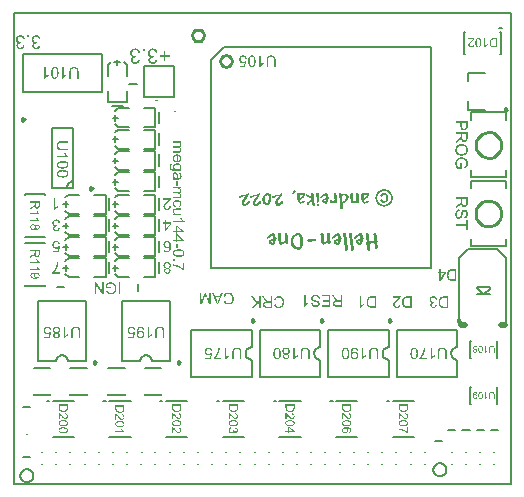
<source format=gto>
G04*
G04 #@! TF.GenerationSoftware,Altium Limited,Altium Designer,25.1.2 (22)*
G04*
G04 Layer_Color=65535*
%FSLAX25Y25*%
%MOIN*%
G70*
G04*
G04 #@! TF.SameCoordinates,316953A7-4FD3-42A9-9A14-D5A5DAD0ED6E*
G04*
G04*
G04 #@! TF.FilePolarity,Positive*
G04*
G01*
G75*
%ADD10C,0.01000*%
%ADD11C,0.00984*%
%ADD12C,0.00591*%
%ADD13C,0.00787*%
%ADD14C,0.00394*%
%ADD15C,0.00300*%
%ADD16C,0.00669*%
%ADD17C,0.01968*%
G36*
X151704Y94022D02*
X151700Y93974D01*
Y93926D01*
X151695Y93869D01*
X151691Y93803D01*
X151678Y93672D01*
X151656Y93537D01*
X151630Y93406D01*
X151612Y93349D01*
X151595Y93292D01*
Y93288D01*
X151590Y93279D01*
X151582Y93266D01*
X151573Y93244D01*
X151547Y93191D01*
X151507Y93130D01*
X151455Y93056D01*
X151385Y92982D01*
X151306Y92908D01*
X151210Y92842D01*
X151206D01*
X151197Y92833D01*
X151184Y92824D01*
X151162Y92816D01*
X151136Y92803D01*
X151105Y92790D01*
X151070Y92772D01*
X151031Y92755D01*
X150939Y92724D01*
X150839Y92698D01*
X150725Y92680D01*
X150603Y92672D01*
X150599D01*
X150585D01*
X150559D01*
X150533Y92676D01*
X150494Y92680D01*
X150450Y92685D01*
X150402Y92693D01*
X150349Y92706D01*
X150236Y92741D01*
X150175Y92763D01*
X150113Y92790D01*
X150052Y92820D01*
X149991Y92859D01*
X149934Y92903D01*
X149877Y92951D01*
X149873Y92955D01*
X149864Y92964D01*
X149851Y92982D01*
X149829Y93004D01*
X149808Y93034D01*
X149781Y93069D01*
X149751Y93113D01*
X149720Y93165D01*
X149689Y93222D01*
X149659Y93283D01*
X149628Y93353D01*
X149598Y93432D01*
X149572Y93515D01*
X149545Y93607D01*
X149523Y93707D01*
X149506Y93812D01*
Y93808D01*
X149502Y93803D01*
X149488Y93777D01*
X149467Y93738D01*
X149440Y93690D01*
X149410Y93637D01*
X149379Y93585D01*
X149340Y93532D01*
X149305Y93489D01*
X149301Y93484D01*
X149296Y93480D01*
X149283Y93467D01*
X149266Y93449D01*
X149244Y93427D01*
X149217Y93401D01*
X149156Y93344D01*
X149078Y93279D01*
X148986Y93205D01*
X148881Y93126D01*
X148767Y93047D01*
X147671Y92348D01*
Y93017D01*
X148510Y93550D01*
X148514Y93554D01*
X148527Y93559D01*
X148545Y93572D01*
X148571Y93589D01*
X148601Y93607D01*
X148636Y93633D01*
X148715Y93685D01*
X148807Y93747D01*
X148898Y93808D01*
X148986Y93873D01*
X149065Y93934D01*
X149069D01*
X149073Y93943D01*
X149095Y93961D01*
X149130Y93987D01*
X149170Y94026D01*
X149213Y94065D01*
X149257Y94114D01*
X149301Y94162D01*
X149331Y94205D01*
X149336Y94210D01*
X149344Y94227D01*
X149357Y94249D01*
X149375Y94280D01*
X149392Y94319D01*
X149410Y94358D01*
X149427Y94402D01*
X149440Y94450D01*
Y94454D01*
X149445Y94468D01*
X149449Y94489D01*
X149453Y94520D01*
Y94564D01*
X149458Y94616D01*
X149462Y94677D01*
Y95363D01*
X147671D01*
Y95897D01*
X151704D01*
Y94022D01*
D02*
G37*
G36*
X149012Y91509D02*
X149008D01*
X148999D01*
X148981Y91505D01*
X148960Y91500D01*
X148933Y91496D01*
X148907Y91492D01*
X148833Y91474D01*
X148754Y91452D01*
X148671Y91426D01*
X148588Y91391D01*
X148510Y91347D01*
X148501Y91343D01*
X148479Y91321D01*
X148444Y91291D01*
X148400Y91247D01*
X148348Y91190D01*
X148300Y91120D01*
X148247Y91037D01*
X148199Y90941D01*
Y90937D01*
X148195Y90928D01*
X148191Y90915D01*
X148182Y90893D01*
X148173Y90867D01*
X148160Y90836D01*
X148151Y90801D01*
X148143Y90762D01*
X148121Y90670D01*
X148099Y90561D01*
X148086Y90447D01*
X148081Y90320D01*
Y90268D01*
X148086Y90242D01*
Y90211D01*
X148094Y90141D01*
X148103Y90058D01*
X148116Y89966D01*
X148138Y89875D01*
X148169Y89787D01*
Y89783D01*
X148173Y89779D01*
X148178Y89765D01*
X148186Y89748D01*
X148208Y89709D01*
X148234Y89656D01*
X148269Y89599D01*
X148313Y89538D01*
X148361Y89486D01*
X148418Y89438D01*
X148427Y89433D01*
X148444Y89420D01*
X148479Y89398D01*
X148523Y89376D01*
X148575Y89359D01*
X148632Y89337D01*
X148697Y89324D01*
X148763Y89320D01*
X148767D01*
X148772D01*
X148794D01*
X148833Y89324D01*
X148877Y89333D01*
X148929Y89346D01*
X148986Y89368D01*
X149043Y89394D01*
X149095Y89433D01*
X149100Y89438D01*
X149117Y89455D01*
X149143Y89481D01*
X149178Y89521D01*
X149213Y89569D01*
X149252Y89634D01*
X149292Y89709D01*
X149331Y89796D01*
X149336Y89805D01*
X149340Y89814D01*
X149344Y89831D01*
X149349Y89849D01*
X149357Y89875D01*
X149371Y89910D01*
X149379Y89945D01*
X149392Y89993D01*
X149410Y90041D01*
X149423Y90102D01*
X149440Y90167D01*
X149462Y90242D01*
X149480Y90320D01*
X149506Y90412D01*
X149528Y90513D01*
Y90517D01*
X149532Y90535D01*
X149541Y90565D01*
X149550Y90600D01*
X149563Y90648D01*
X149576Y90701D01*
X149593Y90753D01*
X149611Y90814D01*
X149650Y90945D01*
X149694Y91072D01*
X149716Y91133D01*
X149738Y91190D01*
X149759Y91242D01*
X149781Y91286D01*
Y91291D01*
X149790Y91299D01*
X149799Y91312D01*
X149808Y91334D01*
X149838Y91387D01*
X149882Y91448D01*
X149939Y91522D01*
X150000Y91592D01*
X150074Y91662D01*
X150153Y91719D01*
X150157D01*
X150161Y91723D01*
X150175Y91732D01*
X150192Y91741D01*
X150240Y91763D01*
X150301Y91789D01*
X150376Y91815D01*
X150463Y91837D01*
X150559Y91854D01*
X150660Y91859D01*
X150664D01*
X150673D01*
X150690D01*
X150712Y91854D01*
X150738D01*
X150769Y91850D01*
X150847Y91837D01*
X150935Y91815D01*
X151027Y91789D01*
X151127Y91745D01*
X151228Y91688D01*
X151232D01*
X151241Y91680D01*
X151254Y91671D01*
X151271Y91658D01*
X151320Y91614D01*
X151381Y91557D01*
X151446Y91487D01*
X151512Y91400D01*
X151577Y91299D01*
X151634Y91181D01*
Y91177D01*
X151638Y91168D01*
X151647Y91146D01*
X151656Y91124D01*
X151665Y91094D01*
X151678Y91055D01*
X151691Y91011D01*
X151704Y90963D01*
X151717Y90910D01*
X151730Y90854D01*
X151752Y90731D01*
X151770Y90591D01*
X151774Y90443D01*
Y90368D01*
X151770Y90329D01*
X151765Y90281D01*
X151761Y90233D01*
X151757Y90176D01*
X151739Y90054D01*
X151713Y89918D01*
X151673Y89783D01*
X151625Y89652D01*
Y89647D01*
X151617Y89639D01*
X151612Y89617D01*
X151599Y89595D01*
X151582Y89569D01*
X151564Y89534D01*
X151521Y89460D01*
X151459Y89372D01*
X151385Y89285D01*
X151302Y89202D01*
X151201Y89127D01*
X151197Y89123D01*
X151188Y89119D01*
X151175Y89110D01*
X151153Y89097D01*
X151127Y89084D01*
X151097Y89066D01*
X151057Y89053D01*
X151018Y89031D01*
X150926Y88996D01*
X150817Y88966D01*
X150699Y88939D01*
X150568Y88926D01*
X150529Y89438D01*
X150533D01*
X150546Y89442D01*
X150564D01*
X150590Y89446D01*
X150625Y89455D01*
X150660Y89464D01*
X150743Y89490D01*
X150834Y89525D01*
X150931Y89578D01*
X151022Y89639D01*
X151062Y89678D01*
X151101Y89722D01*
X151105Y89726D01*
X151110Y89731D01*
X151119Y89748D01*
X151132Y89765D01*
X151145Y89792D01*
X151162Y89822D01*
X151180Y89857D01*
X151201Y89897D01*
X151219Y89945D01*
X151236Y89997D01*
X151254Y90054D01*
X151267Y90115D01*
X151280Y90185D01*
X151289Y90259D01*
X151298Y90338D01*
Y90465D01*
X151293Y90500D01*
Y90539D01*
X151289Y90583D01*
X151285Y90635D01*
X151276Y90688D01*
X151254Y90806D01*
X151223Y90919D01*
X151180Y91028D01*
X151149Y91081D01*
X151119Y91124D01*
Y91129D01*
X151110Y91133D01*
X151088Y91159D01*
X151049Y91194D01*
X150996Y91234D01*
X150935Y91273D01*
X150861Y91308D01*
X150782Y91334D01*
X150738Y91339D01*
X150690Y91343D01*
X150686D01*
X150681D01*
X150655Y91339D01*
X150616Y91334D01*
X150568Y91325D01*
X150511Y91304D01*
X150450Y91277D01*
X150393Y91242D01*
X150336Y91190D01*
X150332Y91181D01*
X150323Y91173D01*
X150310Y91155D01*
X150297Y91133D01*
X150284Y91107D01*
X150266Y91072D01*
X150244Y91033D01*
X150223Y90985D01*
X150201Y90928D01*
X150179Y90862D01*
X150153Y90788D01*
X150127Y90701D01*
X150100Y90609D01*
X150070Y90504D01*
X150043Y90386D01*
Y90377D01*
X150039Y90355D01*
X150030Y90325D01*
X150017Y90281D01*
X150008Y90229D01*
X149991Y90167D01*
X149978Y90102D01*
X149956Y90032D01*
X149917Y89883D01*
X149877Y89735D01*
X149855Y89665D01*
X149834Y89604D01*
X149812Y89543D01*
X149790Y89495D01*
Y89490D01*
X149781Y89477D01*
X149773Y89460D01*
X149759Y89438D01*
X149746Y89407D01*
X149724Y89372D01*
X149676Y89298D01*
X149620Y89210D01*
X149550Y89127D01*
X149467Y89044D01*
X149423Y89009D01*
X149379Y88974D01*
X149375D01*
X149366Y88966D01*
X149353Y88957D01*
X149336Y88948D01*
X149314Y88935D01*
X149283Y88922D01*
X149213Y88887D01*
X149130Y88857D01*
X149034Y88830D01*
X148925Y88813D01*
X148807Y88804D01*
X148802D01*
X148794D01*
X148776D01*
X148754Y88808D01*
X148724D01*
X148693Y88813D01*
X148610Y88826D01*
X148518Y88848D01*
X148418Y88883D01*
X148313Y88931D01*
X148256Y88957D01*
X148204Y88992D01*
X148199D01*
X148191Y89001D01*
X148178Y89009D01*
X148156Y89027D01*
X148108Y89066D01*
X148042Y89127D01*
X147972Y89202D01*
X147898Y89293D01*
X147828Y89398D01*
X147762Y89521D01*
Y89525D01*
X147754Y89538D01*
X147749Y89556D01*
X147736Y89582D01*
X147727Y89613D01*
X147714Y89652D01*
X147697Y89696D01*
X147684Y89748D01*
X147671Y89800D01*
X147653Y89862D01*
X147631Y89993D01*
X147614Y90137D01*
X147605Y90294D01*
Y90347D01*
X147609Y90386D01*
Y90434D01*
X147614Y90487D01*
X147618Y90548D01*
X147627Y90618D01*
X147644Y90762D01*
X147671Y90915D01*
X147710Y91068D01*
X147762Y91216D01*
Y91221D01*
X147771Y91234D01*
X147780Y91251D01*
X147793Y91277D01*
X147810Y91308D01*
X147828Y91343D01*
X147880Y91426D01*
X147946Y91518D01*
X148029Y91614D01*
X148125Y91710D01*
X148239Y91793D01*
X148243Y91798D01*
X148252Y91802D01*
X148269Y91811D01*
X148295Y91824D01*
X148326Y91841D01*
X148361Y91859D01*
X148405Y91881D01*
X148453Y91898D01*
X148501Y91920D01*
X148558Y91937D01*
X148684Y91972D01*
X148820Y91998D01*
X148894Y92007D01*
X148968Y92012D01*
X149012Y91509D01*
D02*
G37*
G36*
X151704Y85190D02*
X151228D01*
Y86519D01*
X147671D01*
Y87052D01*
X151228D01*
Y88380D01*
X151704D01*
Y85190D01*
D02*
G37*
G36*
X151704Y119689D02*
X151700Y119601D01*
X151695Y119501D01*
X151687Y119400D01*
X151678Y119304D01*
X151673Y119256D01*
X151665Y119217D01*
Y119212D01*
X151660Y119204D01*
Y119186D01*
X151656Y119169D01*
X151647Y119142D01*
X151643Y119112D01*
X151621Y119042D01*
X151595Y118963D01*
X151560Y118880D01*
X151521Y118797D01*
X151472Y118719D01*
Y118714D01*
X151468Y118710D01*
X151446Y118684D01*
X151416Y118649D01*
X151372Y118600D01*
X151320Y118552D01*
X151250Y118496D01*
X151175Y118443D01*
X151084Y118395D01*
X151079D01*
X151070Y118391D01*
X151057Y118382D01*
X151040Y118373D01*
X151018Y118365D01*
X150987Y118356D01*
X150922Y118330D01*
X150839Y118308D01*
X150747Y118286D01*
X150642Y118273D01*
X150533Y118268D01*
X150529D01*
X150511D01*
X150485D01*
X150445Y118273D01*
X150402Y118277D01*
X150354Y118286D01*
X150297Y118295D01*
X150231Y118308D01*
X150166Y118325D01*
X150096Y118347D01*
X150026Y118373D01*
X149952Y118408D01*
X149877Y118443D01*
X149803Y118487D01*
X149733Y118539D01*
X149663Y118596D01*
X149659Y118600D01*
X149650Y118614D01*
X149633Y118631D01*
X149606Y118662D01*
X149580Y118697D01*
X149550Y118745D01*
X149519Y118801D01*
X149488Y118867D01*
X149453Y118946D01*
X149423Y119029D01*
X149392Y119129D01*
X149366Y119234D01*
X149344Y119357D01*
X149327Y119488D01*
X149314Y119627D01*
X149309Y119785D01*
Y120816D01*
X147670D01*
Y121349D01*
X151704D01*
Y119689D01*
D02*
G37*
G36*
Y115708D02*
X151700Y115659D01*
Y115611D01*
X151695Y115555D01*
X151691Y115489D01*
X151678Y115358D01*
X151656Y115223D01*
X151630Y115091D01*
X151612Y115035D01*
X151595Y114978D01*
Y114973D01*
X151590Y114965D01*
X151582Y114952D01*
X151573Y114930D01*
X151547Y114877D01*
X151507Y114816D01*
X151455Y114742D01*
X151385Y114667D01*
X151306Y114593D01*
X151210Y114528D01*
X151206D01*
X151197Y114519D01*
X151184Y114510D01*
X151162Y114501D01*
X151136Y114488D01*
X151105Y114475D01*
X151070Y114458D01*
X151031Y114440D01*
X150939Y114410D01*
X150839Y114383D01*
X150725Y114366D01*
X150603Y114357D01*
X150598D01*
X150585D01*
X150559D01*
X150533Y114362D01*
X150494Y114366D01*
X150450Y114370D01*
X150402Y114379D01*
X150349Y114392D01*
X150236Y114427D01*
X150174Y114449D01*
X150113Y114475D01*
X150052Y114506D01*
X149991Y114545D01*
X149934Y114589D01*
X149877Y114637D01*
X149873Y114641D01*
X149864Y114650D01*
X149851Y114667D01*
X149829Y114689D01*
X149808Y114720D01*
X149781Y114755D01*
X149751Y114799D01*
X149720Y114851D01*
X149689Y114908D01*
X149659Y114969D01*
X149628Y115039D01*
X149598Y115118D01*
X149572Y115201D01*
X149545Y115292D01*
X149523Y115393D01*
X149506Y115498D01*
Y115493D01*
X149502Y115489D01*
X149488Y115463D01*
X149467Y115424D01*
X149440Y115375D01*
X149410Y115323D01*
X149379Y115271D01*
X149340Y115218D01*
X149305Y115174D01*
X149301Y115170D01*
X149296Y115166D01*
X149283Y115153D01*
X149266Y115135D01*
X149244Y115113D01*
X149217Y115087D01*
X149156Y115030D01*
X149078Y114965D01*
X148986Y114890D01*
X148881Y114812D01*
X148767Y114733D01*
X147670Y114034D01*
Y114702D01*
X148510Y115236D01*
X148514Y115240D01*
X148527Y115244D01*
X148545Y115258D01*
X148571Y115275D01*
X148601Y115292D01*
X148636Y115319D01*
X148715Y115371D01*
X148807Y115432D01*
X148898Y115493D01*
X148986Y115559D01*
X149065Y115620D01*
X149069D01*
X149073Y115629D01*
X149095Y115646D01*
X149130Y115673D01*
X149170Y115712D01*
X149213Y115751D01*
X149257Y115799D01*
X149301Y115847D01*
X149331Y115891D01*
X149336Y115895D01*
X149344Y115913D01*
X149357Y115935D01*
X149375Y115965D01*
X149392Y116005D01*
X149410Y116044D01*
X149427Y116088D01*
X149440Y116136D01*
Y116140D01*
X149445Y116153D01*
X149449Y116175D01*
X149453Y116206D01*
Y116250D01*
X149458Y116302D01*
X149462Y116363D01*
Y117049D01*
X147670D01*
Y117582D01*
X151704D01*
Y115708D01*
D02*
G37*
G36*
X149703Y113680D02*
X149729D01*
X149799Y113675D01*
X149882Y113667D01*
X149982Y113654D01*
X150087Y113641D01*
X150205Y113619D01*
X150332Y113588D01*
X150459Y113553D01*
X150590Y113510D01*
X150721Y113457D01*
X150852Y113396D01*
X150974Y113326D01*
X151097Y113243D01*
X151206Y113147D01*
X151210Y113142D01*
X151232Y113120D01*
X151258Y113090D01*
X151293Y113051D01*
X151337Y112994D01*
X151385Y112933D01*
X151437Y112858D01*
X151490Y112771D01*
X151542Y112675D01*
X151595Y112570D01*
X151643Y112456D01*
X151687Y112330D01*
X151722Y112198D01*
X151748Y112059D01*
X151770Y111910D01*
X151774Y111753D01*
Y111700D01*
X151770Y111661D01*
X151765Y111609D01*
X151761Y111552D01*
X151752Y111490D01*
X151739Y111421D01*
X151726Y111342D01*
X151708Y111263D01*
X151687Y111180D01*
X151660Y111093D01*
X151630Y111005D01*
X151595Y110918D01*
X151556Y110835D01*
X151507Y110748D01*
X151503Y110743D01*
X151494Y110726D01*
X151481Y110704D01*
X151459Y110673D01*
X151433Y110634D01*
X151398Y110595D01*
X151359Y110547D01*
X151315Y110494D01*
X151263Y110437D01*
X151206Y110380D01*
X151145Y110324D01*
X151079Y110267D01*
X151009Y110214D01*
X150931Y110158D01*
X150847Y110110D01*
X150760Y110062D01*
X150756Y110057D01*
X150738Y110053D01*
X150712Y110040D01*
X150677Y110027D01*
X150633Y110005D01*
X150577Y109987D01*
X150515Y109965D01*
X150445Y109943D01*
X150371Y109922D01*
X150288Y109900D01*
X150196Y109878D01*
X150105Y109861D01*
X150004Y109847D01*
X149899Y109834D01*
X149794Y109830D01*
X149681Y109826D01*
X149672D01*
X149654D01*
X149620D01*
X149576Y109830D01*
X149523Y109834D01*
X149462Y109839D01*
X149392Y109847D01*
X149314Y109856D01*
X149231Y109869D01*
X149143Y109887D01*
X149051Y109904D01*
X148960Y109930D01*
X148864Y109961D01*
X148772Y109992D01*
X148676Y110031D01*
X148584Y110075D01*
X148580Y110079D01*
X148562Y110088D01*
X148536Y110101D01*
X148505Y110118D01*
X148466Y110145D01*
X148418Y110175D01*
X148365Y110214D01*
X148309Y110254D01*
X148252Y110302D01*
X148191Y110354D01*
X148129Y110415D01*
X148068Y110477D01*
X148011Y110542D01*
X147955Y110617D01*
X147898Y110695D01*
X147850Y110778D01*
X147845Y110783D01*
X147841Y110800D01*
X147828Y110822D01*
X147810Y110857D01*
X147793Y110901D01*
X147771Y110949D01*
X147749Y111005D01*
X147727Y111071D01*
X147705Y111141D01*
X147684Y111215D01*
X147662Y111298D01*
X147644Y111381D01*
X147614Y111565D01*
X147609Y111661D01*
X147605Y111757D01*
Y111814D01*
X147609Y111853D01*
X147614Y111901D01*
X147618Y111962D01*
X147627Y112024D01*
X147640Y112098D01*
X147653Y112172D01*
X147670Y112255D01*
X147692Y112338D01*
X147719Y112426D01*
X147749Y112513D01*
X147789Y112601D01*
X147828Y112688D01*
X147876Y112775D01*
X147880Y112780D01*
X147889Y112793D01*
X147906Y112819D01*
X147928Y112850D01*
X147955Y112884D01*
X147990Y112928D01*
X148029Y112976D01*
X148073Y113029D01*
X148125Y113086D01*
X148182Y113138D01*
X148243Y113195D01*
X148309Y113252D01*
X148383Y113308D01*
X148457Y113361D01*
X148540Y113409D01*
X148628Y113457D01*
X148632Y113461D01*
X148649Y113466D01*
X148676Y113479D01*
X148711Y113492D01*
X148754Y113510D01*
X148807Y113527D01*
X148864Y113549D01*
X148933Y113571D01*
X149003Y113593D01*
X149082Y113614D01*
X149165Y113632D01*
X149252Y113649D01*
X149436Y113675D01*
X149537Y113680D01*
X149633Y113684D01*
X149637D01*
X149646D01*
X149659D01*
X149676D01*
X149703Y113680D01*
D02*
G37*
G36*
X149768Y109266D02*
X149821Y109262D01*
X149882Y109257D01*
X149952Y109249D01*
X150026Y109240D01*
X150109Y109227D01*
X150196Y109209D01*
X150380Y109166D01*
X150476Y109140D01*
X150572Y109105D01*
X150668Y109070D01*
X150765Y109026D01*
X150769Y109021D01*
X150786Y109013D01*
X150813Y109000D01*
X150847Y108982D01*
X150891Y108956D01*
X150939Y108925D01*
X150992Y108886D01*
X151053Y108847D01*
X151114Y108799D01*
X151175Y108746D01*
X151236Y108689D01*
X151302Y108624D01*
X151363Y108558D01*
X151420Y108484D01*
X151477Y108405D01*
X151525Y108322D01*
X151529Y108318D01*
X151534Y108300D01*
X151547Y108274D01*
X151564Y108239D01*
X151582Y108195D01*
X151603Y108143D01*
X151625Y108082D01*
X151652Y108016D01*
X151673Y107942D01*
X151695Y107859D01*
X151717Y107772D01*
X151735Y107676D01*
X151752Y107579D01*
X151765Y107475D01*
X151770Y107365D01*
X151774Y107256D01*
Y107182D01*
X151770Y107142D01*
X151765Y107099D01*
X151761Y107051D01*
X151757Y106994D01*
X151739Y106871D01*
X151713Y106736D01*
X151678Y106600D01*
X151630Y106465D01*
Y106461D01*
X151625Y106448D01*
X151617Y106430D01*
X151603Y106408D01*
X151590Y106378D01*
X151573Y106343D01*
X151529Y106264D01*
X151472Y106172D01*
X151407Y106080D01*
X151328Y105993D01*
X151236Y105910D01*
X151232Y105906D01*
X151223Y105901D01*
X151210Y105893D01*
X151193Y105875D01*
X151166Y105862D01*
X151136Y105840D01*
X151101Y105818D01*
X151057Y105796D01*
X151014Y105770D01*
X150965Y105748D01*
X150909Y105722D01*
X150852Y105696D01*
X150721Y105648D01*
X150577Y105604D01*
X150445Y106089D01*
X150450D01*
X150459Y106094D01*
X150476Y106098D01*
X150498Y106107D01*
X150520Y106115D01*
X150550Y106124D01*
X150620Y106150D01*
X150699Y106185D01*
X150778Y106225D01*
X150856Y106268D01*
X150926Y106316D01*
X150935Y106321D01*
X150957Y106343D01*
X150987Y106373D01*
X151031Y106413D01*
X151075Y106469D01*
X151123Y106535D01*
X151166Y106614D01*
X151210Y106701D01*
Y106705D01*
X151215Y106714D01*
X151219Y106727D01*
X151228Y106745D01*
X151236Y106767D01*
X151245Y106797D01*
X151267Y106863D01*
X151285Y106946D01*
X151302Y107037D01*
X151315Y107142D01*
X151320Y107252D01*
Y107313D01*
X151315Y107343D01*
Y107383D01*
X151311Y107422D01*
X151306Y107470D01*
X151293Y107566D01*
X151271Y107676D01*
X151245Y107780D01*
X151206Y107885D01*
Y107890D01*
X151201Y107898D01*
X151193Y107912D01*
X151184Y107929D01*
X151162Y107977D01*
X151127Y108038D01*
X151084Y108108D01*
X151031Y108178D01*
X150974Y108252D01*
X150909Y108318D01*
X150900Y108327D01*
X150878Y108344D01*
X150839Y108375D01*
X150791Y108410D01*
X150734Y108449D01*
X150664Y108493D01*
X150590Y108532D01*
X150511Y108567D01*
X150507D01*
X150494Y108571D01*
X150476Y108580D01*
X150445Y108589D01*
X150410Y108602D01*
X150371Y108615D01*
X150323Y108628D01*
X150271Y108641D01*
X150214Y108659D01*
X150148Y108672D01*
X150013Y108694D01*
X149860Y108711D01*
X149698Y108720D01*
X149694D01*
X149676D01*
X149646D01*
X149611Y108716D01*
X149563D01*
X149510Y108711D01*
X149449Y108703D01*
X149384Y108698D01*
X149239Y108676D01*
X149091Y108641D01*
X148938Y108598D01*
X148794Y108536D01*
X148789Y108532D01*
X148776Y108528D01*
X148759Y108519D01*
X148732Y108501D01*
X148706Y108484D01*
X148671Y108458D01*
X148593Y108401D01*
X148505Y108322D01*
X148413Y108230D01*
X148330Y108126D01*
X148291Y108064D01*
X148256Y107999D01*
Y107994D01*
X148247Y107981D01*
X148239Y107964D01*
X148230Y107938D01*
X148217Y107903D01*
X148199Y107863D01*
X148186Y107820D01*
X148169Y107772D01*
X148151Y107719D01*
X148138Y107658D01*
X148108Y107531D01*
X148090Y107392D01*
X148081Y107243D01*
Y107208D01*
X148086Y107182D01*
Y107151D01*
X148090Y107116D01*
X148094Y107077D01*
X148099Y107029D01*
X148112Y106928D01*
X148138Y106815D01*
X148169Y106692D01*
X148212Y106570D01*
Y106565D01*
X148217Y106557D01*
X148225Y106539D01*
X148234Y106513D01*
X148247Y106487D01*
X148265Y106456D01*
X148300Y106382D01*
X148344Y106299D01*
X148392Y106216D01*
X148440Y106137D01*
X148496Y106067D01*
X149252D01*
Y107252D01*
X149729D01*
Y105543D01*
X148230D01*
X148225Y105547D01*
X148217Y105560D01*
X148199Y105582D01*
X148178Y105613D01*
X148151Y105648D01*
X148125Y105692D01*
X148090Y105740D01*
X148055Y105792D01*
X148020Y105849D01*
X147981Y105914D01*
X147902Y106050D01*
X147828Y106199D01*
X147762Y106356D01*
Y106360D01*
X147754Y106373D01*
X147749Y106395D01*
X147736Y106430D01*
X147727Y106465D01*
X147714Y106513D01*
X147697Y106561D01*
X147684Y106618D01*
X147670Y106684D01*
X147653Y106749D01*
X147631Y106893D01*
X147614Y107051D01*
X147605Y107212D01*
Y107269D01*
X147609Y107313D01*
X147614Y107365D01*
X147618Y107426D01*
X147627Y107496D01*
X147636Y107571D01*
X147649Y107649D01*
X147666Y107737D01*
X147688Y107824D01*
X147714Y107920D01*
X147740Y108012D01*
X147775Y108104D01*
X147815Y108200D01*
X147858Y108292D01*
X147863Y108296D01*
X147872Y108314D01*
X147885Y108340D01*
X147906Y108370D01*
X147933Y108410D01*
X147963Y108458D01*
X148003Y108510D01*
X148046Y108567D01*
X148094Y108624D01*
X148151Y108685D01*
X148208Y108746D01*
X148274Y108807D01*
X148348Y108864D01*
X148422Y108921D01*
X148505Y108978D01*
X148593Y109026D01*
X148597Y109030D01*
X148615Y109035D01*
X148641Y109048D01*
X148676Y109065D01*
X148724Y109083D01*
X148776Y109105D01*
X148837Y109126D01*
X148907Y109148D01*
X148981Y109170D01*
X149065Y109192D01*
X149156Y109214D01*
X149248Y109231D01*
X149349Y109249D01*
X149449Y109262D01*
X149558Y109266D01*
X149668Y109271D01*
X149676D01*
X149694D01*
X149724D01*
X149768Y109266D01*
D02*
G37*
G36*
X5513Y149287D02*
X4878D01*
Y149921D01*
X5513D01*
Y149287D01*
D02*
G37*
G36*
X7968Y149995D02*
X8007D01*
X8061Y149990D01*
X8120Y149980D01*
X8184Y149970D01*
X8258Y149956D01*
X8337Y149936D01*
X8416Y149911D01*
X8499Y149887D01*
X8583Y149852D01*
X8666Y149808D01*
X8745Y149764D01*
X8829Y149710D01*
X8903Y149646D01*
X8908Y149641D01*
X8917Y149631D01*
X8937Y149611D01*
X8967Y149582D01*
X8996Y149547D01*
X9031Y149503D01*
X9065Y149454D01*
X9104Y149395D01*
X9144Y149336D01*
X9183Y149262D01*
X9223Y149188D01*
X9257Y149105D01*
X9286Y149016D01*
X9316Y148923D01*
X9336Y148824D01*
X9350Y148721D01*
X8794Y148647D01*
Y148652D01*
X8789Y148667D01*
X8785Y148691D01*
X8775Y148726D01*
X8765Y148765D01*
X8755Y148809D01*
X8721Y148913D01*
X8676Y149026D01*
X8622Y149139D01*
X8553Y149242D01*
X8514Y149287D01*
X8475Y149331D01*
X8470D01*
X8465Y149341D01*
X8450Y149351D01*
X8435Y149365D01*
X8386Y149395D01*
X8317Y149434D01*
X8234Y149474D01*
X8140Y149503D01*
X8027Y149528D01*
X7909Y149538D01*
X7869D01*
X7840Y149533D01*
X7810Y149528D01*
X7766Y149523D01*
X7678Y149503D01*
X7569Y149474D01*
X7456Y149424D01*
X7402Y149390D01*
X7348Y149355D01*
X7294Y149316D01*
X7240Y149267D01*
X7235Y149262D01*
X7230Y149252D01*
X7215Y149237D01*
X7195Y149218D01*
X7176Y149193D01*
X7156Y149159D01*
X7131Y149124D01*
X7102Y149080D01*
X7053Y148982D01*
X7013Y148868D01*
X6979Y148736D01*
X6974Y148667D01*
X6969Y148593D01*
Y148588D01*
Y148578D01*
Y148554D01*
X6974Y148529D01*
X6979Y148495D01*
X6984Y148460D01*
X6999Y148372D01*
X7033Y148268D01*
X7077Y148165D01*
X7107Y148111D01*
X7141Y148062D01*
X7181Y148012D01*
X7225Y147963D01*
X7230Y147958D01*
X7235Y147953D01*
X7250Y147939D01*
X7269Y147924D01*
X7294Y147904D01*
X7323Y147884D01*
X7397Y147835D01*
X7491Y147791D01*
X7599Y147752D01*
X7722Y147722D01*
X7791Y147717D01*
X7860Y147712D01*
X7889D01*
X7924Y147717D01*
X7968D01*
X8027Y147727D01*
X8091Y147737D01*
X8170Y147752D01*
X8253Y147771D01*
X8194Y147284D01*
X8184D01*
X8160Y147289D01*
X8130Y147294D01*
X8066D01*
X8042Y147289D01*
X8007D01*
X7973Y147284D01*
X7889Y147269D01*
X7791Y147250D01*
X7683Y147215D01*
X7569Y147171D01*
X7461Y147107D01*
X7456D01*
X7446Y147097D01*
X7436Y147087D01*
X7417Y147073D01*
X7368Y147028D01*
X7314Y146964D01*
X7264Y146886D01*
X7215Y146787D01*
X7195Y146733D01*
X7186Y146669D01*
X7176Y146605D01*
X7171Y146536D01*
Y146531D01*
Y146522D01*
Y146507D01*
X7176Y146482D01*
X7181Y146428D01*
X7195Y146354D01*
X7220Y146276D01*
X7259Y146192D01*
X7314Y146103D01*
X7343Y146064D01*
X7382Y146025D01*
X7392Y146015D01*
X7422Y145995D01*
X7466Y145961D01*
X7525Y145921D01*
X7604Y145887D01*
X7697Y145852D01*
X7801Y145833D01*
X7919Y145823D01*
X7948D01*
X7973Y145828D01*
X8002D01*
X8032Y145833D01*
X8111Y145848D01*
X8194Y145872D01*
X8288Y145912D01*
X8376Y145961D01*
X8465Y146030D01*
X8475Y146039D01*
X8499Y146069D01*
X8539Y146113D01*
X8578Y146182D01*
X8627Y146266D01*
X8671Y146374D01*
X8711Y146497D01*
X8740Y146640D01*
X9296Y146541D01*
Y146536D01*
X9291Y146517D01*
X9286Y146487D01*
X9277Y146448D01*
X9262Y146404D01*
X9247Y146349D01*
X9227Y146290D01*
X9203Y146226D01*
X9139Y146084D01*
X9104Y146015D01*
X9060Y145941D01*
X9011Y145872D01*
X8957Y145803D01*
X8898Y145734D01*
X8834Y145675D01*
X8829Y145670D01*
X8819Y145661D01*
X8794Y145646D01*
X8770Y145626D01*
X8731Y145602D01*
X8691Y145577D01*
X8642Y145547D01*
X8583Y145518D01*
X8524Y145493D01*
X8455Y145464D01*
X8381Y145439D01*
X8302Y145415D01*
X8214Y145395D01*
X8125Y145380D01*
X8032Y145370D01*
X7933Y145365D01*
X7869D01*
X7835Y145370D01*
X7801Y145375D01*
X7707Y145385D01*
X7604Y145405D01*
X7486Y145434D01*
X7368Y145474D01*
X7250Y145528D01*
X7245D01*
X7235Y145533D01*
X7220Y145543D01*
X7195Y145557D01*
X7141Y145592D01*
X7072Y145641D01*
X6994Y145705D01*
X6915Y145779D01*
X6836Y145862D01*
X6767Y145961D01*
Y145966D01*
X6763Y145971D01*
X6753Y145990D01*
X6743Y146010D01*
X6728Y146035D01*
X6713Y146064D01*
X6684Y146138D01*
X6654Y146226D01*
X6625Y146325D01*
X6605Y146433D01*
X6600Y146546D01*
Y146551D01*
Y146561D01*
Y146576D01*
Y146595D01*
X6610Y146654D01*
X6620Y146723D01*
X6639Y146807D01*
X6669Y146896D01*
X6708Y146989D01*
X6763Y147082D01*
Y147087D01*
X6767Y147092D01*
X6792Y147122D01*
X6826Y147166D01*
X6881Y147220D01*
X6944Y147284D01*
X7028Y147348D01*
X7122Y147407D01*
X7230Y147466D01*
X7225D01*
X7210Y147471D01*
X7191Y147476D01*
X7161Y147486D01*
X7131Y147496D01*
X7092Y147511D01*
X6999Y147550D01*
X6900Y147604D01*
X6797Y147668D01*
X6694Y147752D01*
X6605Y147855D01*
X6600Y147860D01*
X6595Y147870D01*
X6585Y147884D01*
X6571Y147909D01*
X6551Y147934D01*
X6531Y147968D01*
X6511Y148007D01*
X6492Y148057D01*
X6472Y148106D01*
X6453Y148160D01*
X6413Y148283D01*
X6389Y148426D01*
X6379Y148504D01*
Y148583D01*
Y148588D01*
Y148608D01*
X6384Y148642D01*
Y148681D01*
X6393Y148736D01*
X6403Y148795D01*
X6413Y148859D01*
X6433Y148932D01*
X6457Y149011D01*
X6487Y149090D01*
X6521Y149173D01*
X6566Y149257D01*
X6615Y149346D01*
X6674Y149429D01*
X6738Y149513D01*
X6817Y149592D01*
X6821Y149597D01*
X6836Y149611D01*
X6861Y149631D01*
X6895Y149656D01*
X6935Y149685D01*
X6989Y149720D01*
X7048Y149759D01*
X7117Y149793D01*
X7191Y149833D01*
X7274Y149872D01*
X7363Y149907D01*
X7461Y149936D01*
X7564Y149961D01*
X7673Y149980D01*
X7786Y149995D01*
X7909Y150000D01*
X7933D01*
X7968Y149995D01*
D02*
G37*
G36*
X2679D02*
X2718D01*
X2772Y149990D01*
X2831Y149980D01*
X2895Y149970D01*
X2969Y149956D01*
X3048Y149936D01*
X3127Y149911D01*
X3210Y149887D01*
X3294Y149852D01*
X3378Y149808D01*
X3456Y149764D01*
X3540Y149710D01*
X3614Y149646D01*
X3619Y149641D01*
X3628Y149631D01*
X3648Y149611D01*
X3678Y149582D01*
X3707Y149547D01*
X3742Y149503D01*
X3776Y149454D01*
X3815Y149395D01*
X3855Y149336D01*
X3894Y149262D01*
X3934Y149188D01*
X3968Y149105D01*
X3997Y149016D01*
X4027Y148923D01*
X4047Y148824D01*
X4061Y148721D01*
X3505Y148647D01*
Y148652D01*
X3500Y148667D01*
X3496Y148691D01*
X3486Y148726D01*
X3476Y148765D01*
X3466Y148809D01*
X3432Y148913D01*
X3387Y149026D01*
X3333Y149139D01*
X3264Y149242D01*
X3225Y149287D01*
X3186Y149331D01*
X3181D01*
X3176Y149341D01*
X3161Y149351D01*
X3146Y149365D01*
X3097Y149395D01*
X3028Y149434D01*
X2944Y149474D01*
X2851Y149503D01*
X2738Y149528D01*
X2620Y149538D01*
X2581D01*
X2551Y149533D01*
X2521Y149528D01*
X2477Y149523D01*
X2389Y149503D01*
X2280Y149474D01*
X2167Y149424D01*
X2113Y149390D01*
X2059Y149355D01*
X2005Y149316D01*
X1951Y149267D01*
X1946Y149262D01*
X1941Y149252D01*
X1926Y149237D01*
X1906Y149218D01*
X1887Y149193D01*
X1867Y149159D01*
X1843Y149124D01*
X1813Y149080D01*
X1764Y148982D01*
X1724Y148868D01*
X1690Y148736D01*
X1685Y148667D01*
X1680Y148593D01*
Y148588D01*
Y148578D01*
Y148554D01*
X1685Y148529D01*
X1690Y148495D01*
X1695Y148460D01*
X1710Y148372D01*
X1744Y148268D01*
X1788Y148165D01*
X1818Y148111D01*
X1852Y148062D01*
X1892Y148012D01*
X1936Y147963D01*
X1941Y147958D01*
X1946Y147953D01*
X1960Y147939D01*
X1980Y147924D01*
X2005Y147904D01*
X2034Y147884D01*
X2108Y147835D01*
X2202Y147791D01*
X2310Y147752D01*
X2433Y147722D01*
X2502Y147717D01*
X2571Y147712D01*
X2600D01*
X2635Y147717D01*
X2679D01*
X2738Y147727D01*
X2802Y147737D01*
X2881Y147752D01*
X2964Y147771D01*
X2905Y147284D01*
X2895D01*
X2871Y147289D01*
X2841Y147294D01*
X2777D01*
X2753Y147289D01*
X2718D01*
X2684Y147284D01*
X2600Y147269D01*
X2502Y147250D01*
X2393Y147215D01*
X2280Y147171D01*
X2172Y147107D01*
X2167D01*
X2157Y147097D01*
X2148Y147087D01*
X2128Y147073D01*
X2079Y147028D01*
X2025Y146964D01*
X1975Y146886D01*
X1926Y146787D01*
X1906Y146733D01*
X1897Y146669D01*
X1887Y146605D01*
X1882Y146536D01*
Y146531D01*
Y146522D01*
Y146507D01*
X1887Y146482D01*
X1892Y146428D01*
X1906Y146354D01*
X1931Y146276D01*
X1970Y146192D01*
X2025Y146103D01*
X2054Y146064D01*
X2093Y146025D01*
X2103Y146015D01*
X2133Y145995D01*
X2177Y145961D01*
X2236Y145921D01*
X2315Y145887D01*
X2408Y145852D01*
X2512Y145833D01*
X2630Y145823D01*
X2659D01*
X2684Y145828D01*
X2713D01*
X2743Y145833D01*
X2822Y145848D01*
X2905Y145872D01*
X2999Y145912D01*
X3087Y145961D01*
X3176Y146030D01*
X3186Y146039D01*
X3210Y146069D01*
X3250Y146113D01*
X3289Y146182D01*
X3338Y146266D01*
X3382Y146374D01*
X3422Y146497D01*
X3451Y146640D01*
X4007Y146541D01*
Y146536D01*
X4002Y146517D01*
X3997Y146487D01*
X3988Y146448D01*
X3973Y146404D01*
X3958Y146349D01*
X3938Y146290D01*
X3914Y146226D01*
X3850Y146084D01*
X3815Y146015D01*
X3771Y145941D01*
X3722Y145872D01*
X3668Y145803D01*
X3609Y145734D01*
X3545Y145675D01*
X3540Y145670D01*
X3530Y145661D01*
X3505Y145646D01*
X3481Y145626D01*
X3441Y145602D01*
X3402Y145577D01*
X3353Y145547D01*
X3294Y145518D01*
X3235Y145493D01*
X3166Y145464D01*
X3092Y145439D01*
X3013Y145415D01*
X2925Y145395D01*
X2836Y145380D01*
X2743Y145370D01*
X2644Y145365D01*
X2581D01*
X2546Y145370D01*
X2512Y145375D01*
X2418Y145385D01*
X2315Y145405D01*
X2197Y145434D01*
X2079Y145474D01*
X1960Y145528D01*
X1956D01*
X1946Y145533D01*
X1931Y145543D01*
X1906Y145557D01*
X1852Y145592D01*
X1783Y145641D01*
X1705Y145705D01*
X1626Y145779D01*
X1547Y145862D01*
X1478Y145961D01*
Y145966D01*
X1474Y145971D01*
X1464Y145990D01*
X1454Y146010D01*
X1439Y146035D01*
X1424Y146064D01*
X1395Y146138D01*
X1365Y146226D01*
X1336Y146325D01*
X1316Y146433D01*
X1311Y146546D01*
Y146551D01*
Y146561D01*
Y146576D01*
Y146595D01*
X1321Y146654D01*
X1331Y146723D01*
X1350Y146807D01*
X1380Y146896D01*
X1419Y146989D01*
X1474Y147082D01*
Y147087D01*
X1478Y147092D01*
X1503Y147122D01*
X1537Y147166D01*
X1592Y147220D01*
X1656Y147284D01*
X1739Y147348D01*
X1833Y147407D01*
X1941Y147466D01*
X1936D01*
X1921Y147471D01*
X1901Y147476D01*
X1872Y147486D01*
X1843Y147496D01*
X1803Y147511D01*
X1710Y147550D01*
X1611Y147604D01*
X1508Y147668D01*
X1405Y147752D01*
X1316Y147855D01*
X1311Y147860D01*
X1306Y147870D01*
X1296Y147884D01*
X1282Y147909D01*
X1262Y147934D01*
X1242Y147968D01*
X1223Y148007D01*
X1203Y148057D01*
X1183Y148106D01*
X1163Y148160D01*
X1124Y148283D01*
X1099Y148426D01*
X1090Y148504D01*
Y148583D01*
Y148588D01*
Y148608D01*
X1095Y148642D01*
Y148681D01*
X1104Y148736D01*
X1114Y148795D01*
X1124Y148859D01*
X1144Y148932D01*
X1168Y149011D01*
X1198Y149090D01*
X1232Y149173D01*
X1277Y149257D01*
X1326Y149346D01*
X1385Y149429D01*
X1449Y149513D01*
X1528Y149592D01*
X1532Y149597D01*
X1547Y149611D01*
X1572Y149631D01*
X1606Y149656D01*
X1646Y149685D01*
X1700Y149720D01*
X1759Y149759D01*
X1828Y149793D01*
X1901Y149833D01*
X1985Y149872D01*
X2074Y149907D01*
X2172Y149936D01*
X2275Y149961D01*
X2384Y149980D01*
X2497Y149995D01*
X2620Y150000D01*
X2644D01*
X2679Y149995D01*
D02*
G37*
G36*
X44090Y144779D02*
X43386D01*
Y145484D01*
X44090D01*
Y144779D01*
D02*
G37*
G36*
X46815Y145565D02*
X46859D01*
X46919Y145560D01*
X46984Y145549D01*
X47055Y145538D01*
X47137Y145522D01*
X47224Y145500D01*
X47312Y145473D01*
X47405Y145445D01*
X47497Y145407D01*
X47590Y145358D01*
X47677Y145309D01*
X47770Y145249D01*
X47852Y145178D01*
X47858Y145172D01*
X47869Y145161D01*
X47890Y145140D01*
X47923Y145107D01*
X47956Y145069D01*
X47994Y145019D01*
X48032Y144965D01*
X48076Y144899D01*
X48120Y144834D01*
X48164Y144752D01*
X48207Y144670D01*
X48245Y144577D01*
X48278Y144479D01*
X48311Y144375D01*
X48333Y144266D01*
X48349Y144151D01*
X47732Y144069D01*
Y144075D01*
X47727Y144091D01*
X47721Y144118D01*
X47710Y144157D01*
X47699Y144200D01*
X47688Y144250D01*
X47650Y144364D01*
X47601Y144490D01*
X47541Y144615D01*
X47465Y144730D01*
X47421Y144779D01*
X47377Y144828D01*
X47372D01*
X47366Y144839D01*
X47350Y144850D01*
X47334Y144867D01*
X47279Y144899D01*
X47203Y144943D01*
X47110Y144987D01*
X47006Y145019D01*
X46880Y145047D01*
X46749Y145058D01*
X46706D01*
X46673Y145052D01*
X46640Y145047D01*
X46591Y145041D01*
X46493Y145019D01*
X46373Y144987D01*
X46247Y144932D01*
X46187Y144894D01*
X46127Y144856D01*
X46067Y144812D01*
X46007Y144757D01*
X46001Y144752D01*
X45996Y144741D01*
X45979Y144725D01*
X45958Y144703D01*
X45936Y144676D01*
X45914Y144637D01*
X45887Y144599D01*
X45854Y144550D01*
X45799Y144441D01*
X45756Y144315D01*
X45717Y144168D01*
X45712Y144091D01*
X45706Y144009D01*
Y144004D01*
Y143993D01*
Y143966D01*
X45712Y143938D01*
X45717Y143900D01*
X45723Y143862D01*
X45739Y143764D01*
X45777Y143649D01*
X45827Y143534D01*
X45859Y143474D01*
X45898Y143420D01*
X45941Y143365D01*
X45990Y143310D01*
X45996Y143305D01*
X46001Y143299D01*
X46018Y143283D01*
X46040Y143267D01*
X46067Y143245D01*
X46100Y143223D01*
X46181Y143168D01*
X46285Y143119D01*
X46405Y143076D01*
X46542Y143043D01*
X46618Y143037D01*
X46695Y143032D01*
X46727D01*
X46766Y143037D01*
X46815D01*
X46880Y143048D01*
X46951Y143059D01*
X47039Y143076D01*
X47131Y143097D01*
X47066Y142557D01*
X47055D01*
X47028Y142562D01*
X46995Y142568D01*
X46924D01*
X46897Y142562D01*
X46859D01*
X46820Y142557D01*
X46727Y142541D01*
X46618Y142519D01*
X46498Y142481D01*
X46373Y142431D01*
X46253Y142360D01*
X46247D01*
X46236Y142350D01*
X46225Y142339D01*
X46203Y142322D01*
X46149Y142273D01*
X46089Y142202D01*
X46034Y142115D01*
X45979Y142006D01*
X45958Y141946D01*
X45947Y141875D01*
X45936Y141804D01*
X45930Y141727D01*
Y141722D01*
Y141711D01*
Y141694D01*
X45936Y141667D01*
X45941Y141607D01*
X45958Y141525D01*
X45985Y141438D01*
X46029Y141345D01*
X46089Y141247D01*
X46121Y141203D01*
X46165Y141159D01*
X46176Y141148D01*
X46209Y141126D01*
X46258Y141088D01*
X46323Y141045D01*
X46411Y141006D01*
X46515Y140968D01*
X46629Y140946D01*
X46760Y140935D01*
X46793D01*
X46820Y140941D01*
X46853D01*
X46886Y140946D01*
X46973Y140963D01*
X47066Y140990D01*
X47170Y141034D01*
X47268Y141088D01*
X47366Y141165D01*
X47377Y141176D01*
X47405Y141208D01*
X47448Y141258D01*
X47492Y141334D01*
X47546Y141427D01*
X47596Y141547D01*
X47639Y141683D01*
X47672Y141842D01*
X48289Y141733D01*
Y141727D01*
X48284Y141705D01*
X48278Y141673D01*
X48267Y141629D01*
X48251Y141580D01*
X48235Y141520D01*
X48213Y141454D01*
X48185Y141383D01*
X48114Y141225D01*
X48076Y141148D01*
X48027Y141066D01*
X47972Y140990D01*
X47912Y140913D01*
X47847Y140837D01*
X47776Y140772D01*
X47770Y140766D01*
X47759Y140755D01*
X47732Y140739D01*
X47705Y140717D01*
X47661Y140690D01*
X47618Y140662D01*
X47563Y140630D01*
X47497Y140597D01*
X47432Y140569D01*
X47355Y140537D01*
X47273Y140509D01*
X47186Y140482D01*
X47088Y140460D01*
X46990Y140444D01*
X46886Y140433D01*
X46777Y140428D01*
X46706D01*
X46667Y140433D01*
X46629Y140438D01*
X46525Y140449D01*
X46411Y140471D01*
X46280Y140504D01*
X46149Y140548D01*
X46018Y140608D01*
X46012D01*
X46001Y140613D01*
X45985Y140624D01*
X45958Y140640D01*
X45898Y140679D01*
X45821Y140733D01*
X45734Y140804D01*
X45646Y140886D01*
X45559Y140979D01*
X45483Y141088D01*
Y141094D01*
X45477Y141099D01*
X45466Y141121D01*
X45455Y141143D01*
X45439Y141170D01*
X45423Y141203D01*
X45390Y141285D01*
X45357Y141383D01*
X45324Y141492D01*
X45302Y141612D01*
X45297Y141738D01*
Y141743D01*
Y141754D01*
Y141771D01*
Y141793D01*
X45308Y141858D01*
X45319Y141935D01*
X45341Y142027D01*
X45373Y142126D01*
X45417Y142229D01*
X45477Y142333D01*
Y142339D01*
X45483Y142344D01*
X45510Y142377D01*
X45548Y142426D01*
X45608Y142486D01*
X45679Y142557D01*
X45772Y142628D01*
X45876Y142693D01*
X45996Y142759D01*
X45990D01*
X45974Y142764D01*
X45952Y142770D01*
X45919Y142781D01*
X45887Y142792D01*
X45843Y142808D01*
X45739Y142852D01*
X45630Y142912D01*
X45515Y142983D01*
X45401Y143076D01*
X45302Y143190D01*
X45297Y143196D01*
X45292Y143207D01*
X45281Y143223D01*
X45264Y143250D01*
X45242Y143278D01*
X45221Y143316D01*
X45199Y143360D01*
X45177Y143414D01*
X45155Y143469D01*
X45133Y143529D01*
X45090Y143665D01*
X45062Y143824D01*
X45051Y143911D01*
Y143998D01*
Y144004D01*
Y144026D01*
X45057Y144064D01*
Y144108D01*
X45068Y144168D01*
X45079Y144233D01*
X45090Y144304D01*
X45111Y144386D01*
X45139Y144473D01*
X45171Y144561D01*
X45210Y144654D01*
X45259Y144746D01*
X45313Y144845D01*
X45379Y144938D01*
X45450Y145030D01*
X45537Y145118D01*
X45543Y145123D01*
X45559Y145140D01*
X45586Y145161D01*
X45625Y145189D01*
X45668Y145221D01*
X45728Y145260D01*
X45794Y145303D01*
X45870Y145342D01*
X45952Y145385D01*
X46045Y145429D01*
X46143Y145467D01*
X46253Y145500D01*
X46367Y145527D01*
X46487Y145549D01*
X46613Y145565D01*
X46749Y145571D01*
X46777D01*
X46815Y145565D01*
D02*
G37*
G36*
X40945D02*
X40989D01*
X41049Y145560D01*
X41115Y145549D01*
X41186Y145538D01*
X41267Y145522D01*
X41355Y145500D01*
X41442Y145473D01*
X41535Y145445D01*
X41628Y145407D01*
X41721Y145358D01*
X41808Y145309D01*
X41901Y145249D01*
X41983Y145178D01*
X41988Y145172D01*
X41999Y145161D01*
X42021Y145140D01*
X42054Y145107D01*
X42086Y145069D01*
X42125Y145019D01*
X42163Y144965D01*
X42207Y144899D01*
X42250Y144834D01*
X42294Y144752D01*
X42338Y144670D01*
X42376Y144577D01*
X42409Y144479D01*
X42441Y144375D01*
X42463Y144266D01*
X42480Y144151D01*
X41863Y144069D01*
Y144075D01*
X41857Y144091D01*
X41852Y144118D01*
X41841Y144157D01*
X41830Y144200D01*
X41819Y144250D01*
X41781Y144364D01*
X41732Y144490D01*
X41671Y144615D01*
X41595Y144730D01*
X41551Y144779D01*
X41508Y144828D01*
X41502D01*
X41497Y144839D01*
X41480Y144850D01*
X41464Y144867D01*
X41410Y144899D01*
X41333Y144943D01*
X41240Y144987D01*
X41137Y145019D01*
X41011Y145047D01*
X40880Y145058D01*
X40836D01*
X40803Y145052D01*
X40771Y145047D01*
X40721Y145041D01*
X40623Y145019D01*
X40503Y144987D01*
X40378Y144932D01*
X40317Y144894D01*
X40257Y144856D01*
X40197Y144812D01*
X40137Y144757D01*
X40132Y144752D01*
X40126Y144741D01*
X40110Y144725D01*
X40088Y144703D01*
X40066Y144676D01*
X40045Y144637D01*
X40017Y144599D01*
X39984Y144550D01*
X39930Y144441D01*
X39886Y144315D01*
X39848Y144168D01*
X39842Y144091D01*
X39837Y144009D01*
Y144004D01*
Y143993D01*
Y143966D01*
X39842Y143938D01*
X39848Y143900D01*
X39853Y143862D01*
X39870Y143764D01*
X39908Y143649D01*
X39957Y143534D01*
X39990Y143474D01*
X40028Y143420D01*
X40072Y143365D01*
X40121Y143310D01*
X40126Y143305D01*
X40132Y143299D01*
X40148Y143283D01*
X40170Y143267D01*
X40197Y143245D01*
X40230Y143223D01*
X40312Y143168D01*
X40416Y143119D01*
X40536Y143076D01*
X40672Y143043D01*
X40749Y143037D01*
X40825Y143032D01*
X40858D01*
X40896Y143037D01*
X40945D01*
X41011Y143048D01*
X41082Y143059D01*
X41169Y143076D01*
X41262Y143097D01*
X41197Y142557D01*
X41186D01*
X41158Y142562D01*
X41126Y142568D01*
X41055D01*
X41027Y142562D01*
X40989D01*
X40951Y142557D01*
X40858Y142541D01*
X40749Y142519D01*
X40629Y142481D01*
X40503Y142431D01*
X40383Y142360D01*
X40378D01*
X40367Y142350D01*
X40356Y142339D01*
X40334Y142322D01*
X40279Y142273D01*
X40219Y142202D01*
X40165Y142115D01*
X40110Y142006D01*
X40088Y141946D01*
X40077Y141875D01*
X40066Y141804D01*
X40061Y141727D01*
Y141722D01*
Y141711D01*
Y141694D01*
X40066Y141667D01*
X40072Y141607D01*
X40088Y141525D01*
X40115Y141438D01*
X40159Y141345D01*
X40219Y141247D01*
X40252Y141203D01*
X40296Y141159D01*
X40306Y141148D01*
X40339Y141126D01*
X40388Y141088D01*
X40454Y141045D01*
X40541Y141006D01*
X40645Y140968D01*
X40760Y140946D01*
X40891Y140935D01*
X40924D01*
X40951Y140941D01*
X40984D01*
X41016Y140946D01*
X41104Y140963D01*
X41197Y140990D01*
X41300Y141034D01*
X41399Y141088D01*
X41497Y141165D01*
X41508Y141176D01*
X41535Y141208D01*
X41579Y141258D01*
X41622Y141334D01*
X41677Y141427D01*
X41726Y141547D01*
X41770Y141683D01*
X41803Y141842D01*
X42420Y141733D01*
Y141727D01*
X42414Y141705D01*
X42409Y141673D01*
X42398Y141629D01*
X42381Y141580D01*
X42365Y141520D01*
X42343Y141454D01*
X42316Y141383D01*
X42245Y141225D01*
X42207Y141148D01*
X42158Y141066D01*
X42103Y140990D01*
X42043Y140913D01*
X41977Y140837D01*
X41906Y140772D01*
X41901Y140766D01*
X41890Y140755D01*
X41863Y140739D01*
X41835Y140717D01*
X41792Y140690D01*
X41748Y140662D01*
X41693Y140630D01*
X41628Y140597D01*
X41562Y140569D01*
X41486Y140537D01*
X41404Y140509D01*
X41317Y140482D01*
X41218Y140460D01*
X41120Y140444D01*
X41016Y140433D01*
X40907Y140428D01*
X40836D01*
X40798Y140433D01*
X40760Y140438D01*
X40656Y140449D01*
X40541Y140471D01*
X40410Y140504D01*
X40279Y140548D01*
X40148Y140608D01*
X40143D01*
X40132Y140613D01*
X40115Y140624D01*
X40088Y140640D01*
X40028Y140679D01*
X39952Y140733D01*
X39864Y140804D01*
X39777Y140886D01*
X39690Y140979D01*
X39613Y141088D01*
Y141094D01*
X39608Y141099D01*
X39597Y141121D01*
X39586Y141143D01*
X39569Y141170D01*
X39553Y141203D01*
X39520Y141285D01*
X39487Y141383D01*
X39455Y141492D01*
X39433Y141612D01*
X39428Y141738D01*
Y141743D01*
Y141754D01*
Y141771D01*
Y141793D01*
X39438Y141858D01*
X39449Y141935D01*
X39471Y142027D01*
X39504Y142126D01*
X39548Y142229D01*
X39608Y142333D01*
Y142339D01*
X39613Y142344D01*
X39640Y142377D01*
X39679Y142426D01*
X39739Y142486D01*
X39810Y142557D01*
X39902Y142628D01*
X40006Y142693D01*
X40126Y142759D01*
X40121D01*
X40104Y142764D01*
X40083Y142770D01*
X40050Y142781D01*
X40017Y142792D01*
X39974Y142808D01*
X39870Y142852D01*
X39761Y142912D01*
X39646Y142983D01*
X39531Y143076D01*
X39433Y143190D01*
X39428Y143196D01*
X39422Y143207D01*
X39411Y143223D01*
X39395Y143250D01*
X39373Y143278D01*
X39351Y143316D01*
X39329Y143360D01*
X39307Y143414D01*
X39285Y143469D01*
X39264Y143529D01*
X39220Y143665D01*
X39193Y143824D01*
X39182Y143911D01*
Y143998D01*
Y144004D01*
Y144026D01*
X39187Y144064D01*
Y144108D01*
X39198Y144168D01*
X39209Y144233D01*
X39220Y144304D01*
X39242Y144386D01*
X39269Y144473D01*
X39302Y144561D01*
X39340Y144654D01*
X39389Y144746D01*
X39444Y144845D01*
X39509Y144938D01*
X39580Y145030D01*
X39668Y145118D01*
X39673Y145123D01*
X39690Y145140D01*
X39717Y145161D01*
X39755Y145189D01*
X39799Y145221D01*
X39859Y145260D01*
X39924Y145303D01*
X40001Y145342D01*
X40083Y145385D01*
X40176Y145429D01*
X40274Y145467D01*
X40383Y145500D01*
X40498Y145527D01*
X40618Y145549D01*
X40743Y145565D01*
X40880Y145571D01*
X40907D01*
X40945Y145565D01*
D02*
G37*
G36*
X50992Y143289D02*
X52362D01*
Y142710D01*
X50992D01*
Y141339D01*
X50407D01*
Y142710D01*
X49037D01*
Y143289D01*
X50407D01*
Y144670D01*
X50992D01*
Y143289D01*
D02*
G37*
G36*
X30372Y63726D02*
X29852D01*
X27834Y66742D01*
Y63726D01*
X27347D01*
Y67565D01*
X27872D01*
X29885Y64553D01*
Y67565D01*
X30372D01*
Y63726D01*
D02*
G37*
G36*
X32801Y67624D02*
X32851Y67619D01*
X32909Y67615D01*
X32976Y67607D01*
X33047Y67598D01*
X33122Y67586D01*
X33205Y67569D01*
X33288Y67549D01*
X33380Y67524D01*
X33467Y67499D01*
X33554Y67465D01*
X33646Y67428D01*
X33733Y67386D01*
X33737Y67382D01*
X33754Y67374D01*
X33779Y67361D01*
X33808Y67341D01*
X33845Y67316D01*
X33891Y67286D01*
X33941Y67249D01*
X33995Y67207D01*
X34049Y67162D01*
X34108Y67108D01*
X34166Y67054D01*
X34224Y66991D01*
X34278Y66921D01*
X34332Y66850D01*
X34386Y66771D01*
X34432Y66688D01*
X34436Y66683D01*
X34440Y66667D01*
X34453Y66642D01*
X34469Y66609D01*
X34486Y66563D01*
X34507Y66513D01*
X34528Y66454D01*
X34549Y66388D01*
X34569Y66317D01*
X34590Y66238D01*
X34611Y66151D01*
X34628Y66063D01*
X34644Y65968D01*
X34657Y65872D01*
X34661Y65768D01*
X34665Y65664D01*
Y65656D01*
Y65639D01*
Y65610D01*
X34661Y65568D01*
X34657Y65518D01*
X34652Y65460D01*
X34644Y65394D01*
X34636Y65323D01*
X34623Y65244D01*
X34607Y65161D01*
X34565Y64986D01*
X34540Y64894D01*
X34507Y64803D01*
X34474Y64711D01*
X34432Y64620D01*
X34428Y64616D01*
X34420Y64599D01*
X34407Y64574D01*
X34390Y64541D01*
X34365Y64499D01*
X34336Y64454D01*
X34299Y64404D01*
X34261Y64345D01*
X34216Y64287D01*
X34166Y64229D01*
X34112Y64171D01*
X34049Y64108D01*
X33987Y64050D01*
X33916Y63996D01*
X33841Y63942D01*
X33762Y63896D01*
X33758Y63892D01*
X33741Y63888D01*
X33716Y63875D01*
X33683Y63859D01*
X33642Y63842D01*
X33592Y63821D01*
X33533Y63801D01*
X33471Y63775D01*
X33400Y63755D01*
X33321Y63734D01*
X33238Y63713D01*
X33147Y63696D01*
X33055Y63680D01*
X32955Y63667D01*
X32851Y63663D01*
X32747Y63659D01*
X32676D01*
X32639Y63663D01*
X32597Y63667D01*
X32552Y63671D01*
X32498Y63676D01*
X32381Y63692D01*
X32252Y63717D01*
X32123Y63750D01*
X31994Y63796D01*
X31990D01*
X31978Y63801D01*
X31961Y63809D01*
X31940Y63821D01*
X31911Y63834D01*
X31878Y63850D01*
X31803Y63892D01*
X31716Y63946D01*
X31628Y64008D01*
X31545Y64083D01*
X31466Y64171D01*
X31462Y64175D01*
X31458Y64183D01*
X31449Y64196D01*
X31433Y64212D01*
X31420Y64237D01*
X31399Y64266D01*
X31378Y64300D01*
X31358Y64341D01*
X31333Y64383D01*
X31312Y64429D01*
X31287Y64483D01*
X31262Y64537D01*
X31216Y64662D01*
X31175Y64799D01*
X31637Y64924D01*
Y64920D01*
X31641Y64911D01*
X31645Y64894D01*
X31653Y64874D01*
X31661Y64853D01*
X31670Y64824D01*
X31695Y64757D01*
X31728Y64682D01*
X31765Y64608D01*
X31807Y64533D01*
X31853Y64466D01*
X31857Y64458D01*
X31878Y64437D01*
X31907Y64408D01*
X31944Y64366D01*
X31998Y64325D01*
X32061Y64279D01*
X32136Y64237D01*
X32219Y64196D01*
X32223D01*
X32231Y64192D01*
X32244Y64187D01*
X32260Y64179D01*
X32281Y64171D01*
X32310Y64162D01*
X32373Y64142D01*
X32452Y64125D01*
X32539Y64108D01*
X32639Y64096D01*
X32743Y64092D01*
X32801D01*
X32830Y64096D01*
X32868D01*
X32905Y64100D01*
X32951Y64104D01*
X33042Y64117D01*
X33147Y64137D01*
X33246Y64162D01*
X33346Y64200D01*
X33350D01*
X33359Y64204D01*
X33371Y64212D01*
X33388Y64221D01*
X33434Y64241D01*
X33492Y64275D01*
X33558Y64316D01*
X33625Y64366D01*
X33696Y64420D01*
X33758Y64483D01*
X33766Y64491D01*
X33783Y64512D01*
X33812Y64549D01*
X33845Y64595D01*
X33883Y64649D01*
X33924Y64716D01*
X33962Y64786D01*
X33995Y64861D01*
Y64865D01*
X33999Y64878D01*
X34008Y64894D01*
X34016Y64924D01*
X34028Y64957D01*
X34041Y64994D01*
X34053Y65040D01*
X34066Y65090D01*
X34082Y65144D01*
X34095Y65206D01*
X34116Y65336D01*
X34133Y65481D01*
X34141Y65635D01*
Y65639D01*
Y65656D01*
Y65685D01*
X34137Y65718D01*
Y65764D01*
X34133Y65814D01*
X34124Y65872D01*
X34120Y65934D01*
X34099Y66072D01*
X34066Y66213D01*
X34024Y66359D01*
X33966Y66496D01*
X33962Y66500D01*
X33958Y66513D01*
X33949Y66529D01*
X33933Y66554D01*
X33916Y66579D01*
X33891Y66613D01*
X33837Y66688D01*
X33762Y66771D01*
X33675Y66858D01*
X33575Y66937D01*
X33517Y66975D01*
X33454Y67008D01*
X33450D01*
X33438Y67016D01*
X33421Y67024D01*
X33396Y67033D01*
X33363Y67045D01*
X33325Y67062D01*
X33284Y67074D01*
X33238Y67091D01*
X33188Y67108D01*
X33130Y67120D01*
X33009Y67149D01*
X32876Y67166D01*
X32735Y67174D01*
X32701D01*
X32676Y67170D01*
X32647D01*
X32614Y67166D01*
X32577Y67162D01*
X32531Y67158D01*
X32435Y67145D01*
X32327Y67120D01*
X32210Y67091D01*
X32094Y67049D01*
X32090D01*
X32082Y67045D01*
X32065Y67037D01*
X32040Y67029D01*
X32015Y67016D01*
X31986Y67000D01*
X31915Y66966D01*
X31836Y66925D01*
X31757Y66879D01*
X31682Y66833D01*
X31616Y66779D01*
Y66059D01*
X32743D01*
Y65606D01*
X31116D01*
Y67033D01*
X31121Y67037D01*
X31133Y67045D01*
X31154Y67062D01*
X31183Y67083D01*
X31216Y67108D01*
X31258Y67133D01*
X31304Y67166D01*
X31354Y67199D01*
X31408Y67232D01*
X31470Y67270D01*
X31599Y67345D01*
X31740Y67415D01*
X31890Y67478D01*
X31894D01*
X31907Y67486D01*
X31928Y67490D01*
X31961Y67503D01*
X31994Y67511D01*
X32040Y67524D01*
X32086Y67540D01*
X32140Y67553D01*
X32202Y67565D01*
X32265Y67582D01*
X32402Y67603D01*
X32552Y67619D01*
X32706Y67628D01*
X32760D01*
X32801Y67624D01*
D02*
G37*
G36*
X35942Y63726D02*
X35434D01*
Y67565D01*
X35942D01*
Y63726D01*
D02*
G37*
G36*
X56273Y114147D02*
X55886D01*
X55890Y114138D01*
X55915Y114122D01*
X55952Y114093D01*
X55998Y114051D01*
X56052Y114001D01*
X56106Y113943D01*
X56160Y113876D01*
X56210Y113797D01*
Y113793D01*
X56214Y113789D01*
X56223Y113777D01*
X56231Y113760D01*
X56239Y113739D01*
X56252Y113714D01*
X56273Y113656D01*
X56298Y113581D01*
X56314Y113498D01*
X56331Y113402D01*
X56335Y113302D01*
Y113252D01*
X56331Y113223D01*
X56327Y113194D01*
X56318Y113123D01*
X56302Y113044D01*
X56281Y112961D01*
X56248Y112878D01*
X56206Y112799D01*
Y112795D01*
X56202Y112791D01*
X56181Y112766D01*
X56152Y112732D01*
X56115Y112687D01*
X56060Y112641D01*
X56002Y112595D01*
X55932Y112554D01*
X55848Y112516D01*
X55852Y112512D01*
X55869Y112499D01*
X55894Y112483D01*
X55923Y112454D01*
X55961Y112425D01*
X56002Y112383D01*
X56048Y112337D01*
X56094Y112283D01*
X56135Y112225D01*
X56181Y112158D01*
X56223Y112088D01*
X56260Y112013D01*
X56289Y111930D01*
X56314Y111842D01*
X56331Y111751D01*
X56335Y111655D01*
Y111613D01*
X56331Y111588D01*
X56327Y111551D01*
X56322Y111513D01*
X56314Y111468D01*
X56306Y111418D01*
X56277Y111318D01*
X56235Y111210D01*
X56210Y111160D01*
X56181Y111110D01*
X56144Y111060D01*
X56102Y111019D01*
X56098Y111014D01*
X56090Y111010D01*
X56077Y110998D01*
X56060Y110985D01*
X56036Y110964D01*
X56006Y110948D01*
X55969Y110927D01*
X55927Y110906D01*
X55882Y110885D01*
X55832Y110865D01*
X55773Y110844D01*
X55711Y110827D01*
X55640Y110815D01*
X55565Y110802D01*
X55486Y110798D01*
X55399Y110794D01*
X53490D01*
Y111264D01*
X55241D01*
X55245D01*
X55253D01*
X55270D01*
X55287D01*
X55337Y111268D01*
X55399D01*
X55466Y111276D01*
X55532Y111285D01*
X55594Y111293D01*
X55649Y111310D01*
X55653D01*
X55669Y111318D01*
X55690Y111330D01*
X55719Y111347D01*
X55753Y111372D01*
X55786Y111397D01*
X55819Y111434D01*
X55848Y111476D01*
X55852Y111480D01*
X55861Y111497D01*
X55873Y111522D01*
X55890Y111555D01*
X55902Y111597D01*
X55915Y111647D01*
X55923Y111701D01*
X55927Y111759D01*
Y111788D01*
X55923Y111809D01*
Y111834D01*
X55919Y111863D01*
X55902Y111930D01*
X55882Y112009D01*
X55844Y112092D01*
X55798Y112171D01*
X55765Y112212D01*
X55732Y112250D01*
X55728D01*
X55724Y112258D01*
X55711Y112267D01*
X55694Y112279D01*
X55674Y112296D01*
X55649Y112312D01*
X55615Y112329D01*
X55582Y112346D01*
X55540Y112366D01*
X55495Y112383D01*
X55441Y112400D01*
X55387Y112416D01*
X55324Y112429D01*
X55253Y112437D01*
X55183Y112441D01*
X55104Y112445D01*
X53490D01*
Y112915D01*
X55295D01*
X55299D01*
X55308D01*
X55324D01*
X55349D01*
X55374Y112920D01*
X55403D01*
X55474Y112928D01*
X55549Y112945D01*
X55628Y112965D01*
X55703Y112995D01*
X55769Y113032D01*
X55778Y113036D01*
X55794Y113053D01*
X55819Y113082D01*
X55848Y113119D01*
X55877Y113173D01*
X55902Y113236D01*
X55919Y113315D01*
X55927Y113406D01*
Y113440D01*
X55923Y113477D01*
X55915Y113527D01*
X55902Y113585D01*
X55882Y113648D01*
X55857Y113710D01*
X55819Y113777D01*
X55815Y113785D01*
X55798Y113806D01*
X55778Y113835D01*
X55740Y113868D01*
X55699Y113910D01*
X55644Y113951D01*
X55582Y113989D01*
X55511Y114022D01*
X55507D01*
X55503Y114026D01*
X55490Y114030D01*
X55474Y114034D01*
X55453Y114039D01*
X55428Y114047D01*
X55399Y114051D01*
X55366Y114059D01*
X55324Y114068D01*
X55282Y114072D01*
X55237Y114080D01*
X55183Y114084D01*
X55129Y114089D01*
X55066Y114093D01*
X55004Y114097D01*
X54933D01*
X53490D01*
Y114567D01*
X56273D01*
Y114147D01*
D02*
G37*
G36*
X54921Y110249D02*
X54971D01*
X55029Y110241D01*
X55095Y110232D01*
X55174Y110224D01*
X55253Y110207D01*
X55341Y110191D01*
X55428Y110166D01*
X55520Y110137D01*
X55611Y110103D01*
X55699Y110062D01*
X55786Y110012D01*
X55869Y109958D01*
X55944Y109895D01*
X55948Y109891D01*
X55961Y109879D01*
X55981Y109858D01*
X56006Y109829D01*
X56036Y109795D01*
X56069Y109750D01*
X56102Y109700D01*
X56139Y109642D01*
X56177Y109579D01*
X56210Y109508D01*
X56243Y109429D01*
X56273Y109346D01*
X56298Y109255D01*
X56318Y109163D01*
X56331Y109059D01*
X56335Y108955D01*
Y108930D01*
X56331Y108901D01*
Y108864D01*
X56322Y108814D01*
X56314Y108760D01*
X56302Y108697D01*
X56289Y108631D01*
X56268Y108560D01*
X56243Y108489D01*
X56210Y108410D01*
X56173Y108335D01*
X56131Y108260D01*
X56077Y108186D01*
X56019Y108111D01*
X55952Y108044D01*
X55948Y108040D01*
X55936Y108027D01*
X55915Y108011D01*
X55882Y107990D01*
X55844Y107961D01*
X55798Y107932D01*
X55740Y107898D01*
X55678Y107865D01*
X55607Y107836D01*
X55528Y107803D01*
X55441Y107774D01*
X55345Y107745D01*
X55241Y107724D01*
X55129Y107707D01*
X55012Y107695D01*
X54887Y107691D01*
X54879D01*
X54858D01*
X54817D01*
X54763Y107695D01*
Y109771D01*
X54758D01*
X54742D01*
X54717Y109766D01*
X54688Y109762D01*
X54646Y109758D01*
X54604Y109750D01*
X54554Y109741D01*
X54501Y109729D01*
X54388Y109696D01*
X54268Y109650D01*
X54213Y109621D01*
X54155Y109592D01*
X54105Y109554D01*
X54055Y109513D01*
X54051Y109508D01*
X54047Y109500D01*
X54035Y109488D01*
X54018Y109471D01*
X54001Y109446D01*
X53980Y109421D01*
X53956Y109388D01*
X53935Y109350D01*
X53889Y109267D01*
X53851Y109167D01*
X53835Y109113D01*
X53826Y109055D01*
X53818Y108993D01*
X53814Y108930D01*
Y108905D01*
X53818Y108889D01*
X53822Y108839D01*
X53831Y108776D01*
X53847Y108710D01*
X53872Y108635D01*
X53901Y108560D01*
X53947Y108489D01*
Y108485D01*
X53956Y108481D01*
X53972Y108460D01*
X54005Y108427D01*
X54055Y108385D01*
X54114Y108339D01*
X54193Y108290D01*
X54284Y108240D01*
X54388Y108198D01*
X54326Y107707D01*
X54322D01*
X54305Y107711D01*
X54284Y107720D01*
X54255Y107732D01*
X54218Y107745D01*
X54176Y107761D01*
X54130Y107782D01*
X54080Y107803D01*
X53976Y107861D01*
X53864Y107936D01*
X53810Y107982D01*
X53756Y108027D01*
X53706Y108077D01*
X53660Y108136D01*
X53656Y108140D01*
X53652Y108148D01*
X53639Y108169D01*
X53623Y108190D01*
X53606Y108223D01*
X53585Y108260D01*
X53564Y108302D01*
X53544Y108352D01*
X53523Y108406D01*
X53502Y108468D01*
X53481Y108531D01*
X53465Y108601D01*
X53448Y108676D01*
X53435Y108755D01*
X53431Y108843D01*
X53427Y108930D01*
Y108955D01*
X53431Y108988D01*
Y109030D01*
X53440Y109084D01*
X53448Y109142D01*
X53461Y109209D01*
X53473Y109280D01*
X53494Y109354D01*
X53519Y109433D01*
X53548Y109517D01*
X53585Y109596D01*
X53627Y109679D01*
X53677Y109754D01*
X53735Y109829D01*
X53802Y109899D01*
X53806Y109904D01*
X53818Y109916D01*
X53839Y109933D01*
X53872Y109953D01*
X53910Y109983D01*
X53956Y110012D01*
X54010Y110045D01*
X54072Y110074D01*
X54143Y110107D01*
X54222Y110141D01*
X54309Y110170D01*
X54405Y110199D01*
X54505Y110220D01*
X54613Y110236D01*
X54729Y110249D01*
X54854Y110253D01*
X54862D01*
X54883D01*
X54921Y110249D01*
D02*
G37*
G36*
X54962Y107291D02*
X55000D01*
X55037Y107287D01*
X55083Y107283D01*
X55137Y107279D01*
X55249Y107262D01*
X55370Y107237D01*
X55499Y107200D01*
X55628Y107154D01*
X55632D01*
X55644Y107146D01*
X55661Y107137D01*
X55682Y107125D01*
X55711Y107112D01*
X55744Y107091D01*
X55819Y107046D01*
X55902Y106987D01*
X55990Y106917D01*
X56073Y106829D01*
X56148Y106734D01*
X56152Y106729D01*
X56156Y106721D01*
X56164Y106705D01*
X56177Y106684D01*
X56189Y106659D01*
X56206Y106625D01*
X56223Y106592D01*
X56243Y106551D01*
X56260Y106505D01*
X56277Y106455D01*
X56306Y106347D01*
X56327Y106226D01*
X56335Y106160D01*
Y106072D01*
X56331Y106043D01*
Y106010D01*
X56322Y105968D01*
X56314Y105918D01*
X56302Y105864D01*
X56285Y105806D01*
X56264Y105744D01*
X56235Y105677D01*
X56206Y105611D01*
X56164Y105540D01*
X56119Y105473D01*
X56065Y105403D01*
X56002Y105340D01*
X55932Y105278D01*
X56273D01*
Y104845D01*
X53868D01*
X53860D01*
X53839D01*
X53806D01*
X53764D01*
X53710Y104849D01*
X53648Y104853D01*
X53581Y104858D01*
X53510Y104862D01*
X53361Y104878D01*
X53207Y104899D01*
X53136Y104916D01*
X53065Y104932D01*
X53003Y104953D01*
X52949Y104978D01*
X52945D01*
X52936Y104982D01*
X52924Y104991D01*
X52903Y105003D01*
X52853Y105036D01*
X52795Y105082D01*
X52724Y105140D01*
X52653Y105211D01*
X52583Y105298D01*
X52520Y105398D01*
Y105403D01*
X52512Y105411D01*
X52508Y105427D01*
X52495Y105448D01*
X52483Y105477D01*
X52470Y105511D01*
X52458Y105548D01*
X52441Y105594D01*
X52425Y105644D01*
X52412Y105698D01*
X52400Y105752D01*
X52387Y105814D01*
X52371Y105952D01*
X52362Y106101D01*
Y106151D01*
X52366Y106185D01*
X52371Y106226D01*
X52375Y106276D01*
X52383Y106330D01*
X52391Y106388D01*
X52416Y106517D01*
X52458Y106650D01*
X52483Y106721D01*
X52512Y106784D01*
X52549Y106850D01*
X52587Y106908D01*
X52591Y106913D01*
X52599Y106921D01*
X52612Y106938D01*
X52628Y106954D01*
X52653Y106979D01*
X52683Y107004D01*
X52716Y107029D01*
X52757Y107058D01*
X52799Y107087D01*
X52849Y107112D01*
X52907Y107137D01*
X52965Y107158D01*
X53032Y107179D01*
X53103Y107191D01*
X53178Y107200D01*
X53261D01*
X53198Y106742D01*
X53194D01*
X53190D01*
X53165Y106734D01*
X53128Y106725D01*
X53082Y106713D01*
X53028Y106692D01*
X52978Y106663D01*
X52928Y106630D01*
X52886Y106584D01*
X52882Y106576D01*
X52866Y106551D01*
X52845Y106513D01*
X52820Y106459D01*
X52795Y106388D01*
X52774Y106309D01*
X52757Y106214D01*
X52753Y106105D01*
Y106072D01*
X52757Y106051D01*
Y106022D01*
X52762Y105993D01*
X52770Y105918D01*
X52786Y105839D01*
X52811Y105756D01*
X52841Y105673D01*
X52886Y105602D01*
Y105598D01*
X52890Y105594D01*
X52911Y105573D01*
X52940Y105544D01*
X52982Y105502D01*
X53032Y105465D01*
X53094Y105423D01*
X53169Y105386D01*
X53252Y105357D01*
X53261D01*
X53269Y105353D01*
X53282D01*
X53298Y105348D01*
X53323Y105344D01*
X53348D01*
X53381Y105340D01*
X53419Y105336D01*
X53461Y105332D01*
X53510D01*
X53564Y105328D01*
X53627D01*
X53693Y105323D01*
X53768D01*
X53851D01*
X53847Y105328D01*
X53835Y105336D01*
X53818Y105357D01*
X53793Y105377D01*
X53768Y105411D01*
X53739Y105444D01*
X53706Y105490D01*
X53673Y105536D01*
X53635Y105590D01*
X53606Y105648D01*
X53573Y105710D01*
X53548Y105781D01*
X53523Y105852D01*
X53506Y105927D01*
X53494Y106010D01*
X53490Y106093D01*
Y106118D01*
X53494Y106147D01*
X53498Y106189D01*
X53502Y106235D01*
X53510Y106293D01*
X53523Y106351D01*
X53540Y106418D01*
X53564Y106488D01*
X53589Y106563D01*
X53623Y106638D01*
X53664Y106709D01*
X53710Y106784D01*
X53764Y106854D01*
X53831Y106921D01*
X53901Y106983D01*
X53906Y106987D01*
X53922Y106996D01*
X53943Y107012D01*
X53976Y107033D01*
X54014Y107054D01*
X54064Y107083D01*
X54118Y107108D01*
X54180Y107137D01*
X54251Y107166D01*
X54326Y107195D01*
X54409Y107225D01*
X54496Y107245D01*
X54588Y107266D01*
X54688Y107283D01*
X54787Y107291D01*
X54896Y107295D01*
X54900D01*
X54912D01*
X54933D01*
X54962Y107291D01*
D02*
G37*
G36*
X54297Y104283D02*
X54347Y104275D01*
X54405Y104267D01*
X54467Y104250D01*
X54530Y104225D01*
X54596Y104196D01*
X54604Y104192D01*
X54625Y104179D01*
X54654Y104159D01*
X54696Y104130D01*
X54738Y104096D01*
X54783Y104055D01*
X54825Y104009D01*
X54866Y103955D01*
X54871Y103946D01*
X54883Y103926D01*
X54904Y103897D01*
X54925Y103855D01*
X54950Y103805D01*
X54975Y103747D01*
X55000Y103680D01*
X55020Y103614D01*
Y103605D01*
X55029Y103589D01*
X55033Y103555D01*
X55045Y103510D01*
X55054Y103451D01*
X55066Y103377D01*
X55079Y103293D01*
X55091Y103193D01*
Y103185D01*
X55095Y103169D01*
X55099Y103139D01*
X55104Y103102D01*
X55112Y103052D01*
X55120Y102998D01*
X55129Y102940D01*
X55137Y102873D01*
X55162Y102736D01*
X55191Y102599D01*
X55208Y102532D01*
X55224Y102465D01*
X55241Y102407D01*
X55258Y102353D01*
X55262D01*
X55274D01*
X55291D01*
X55308Y102349D01*
X55349D01*
X55366D01*
X55378D01*
X55382D01*
X55391D01*
X55407D01*
X55424D01*
X55474Y102357D01*
X55536Y102366D01*
X55603Y102382D01*
X55669Y102407D01*
X55732Y102441D01*
X55782Y102486D01*
X55790Y102495D01*
X55798Y102503D01*
X55807Y102520D01*
X55819Y102540D01*
X55832Y102561D01*
X55865Y102619D01*
X55894Y102694D01*
X55919Y102786D01*
X55936Y102894D01*
X55944Y103019D01*
Y103073D01*
X55940Y103102D01*
Y103131D01*
X55932Y103206D01*
X55915Y103285D01*
X55894Y103364D01*
X55865Y103443D01*
X55827Y103510D01*
X55823Y103518D01*
X55807Y103535D01*
X55773Y103564D01*
X55732Y103597D01*
X55678Y103635D01*
X55603Y103676D01*
X55520Y103709D01*
X55470Y103726D01*
X55416Y103743D01*
X55478Y104204D01*
X55482D01*
X55490Y104200D01*
X55507Y104196D01*
X55528Y104192D01*
X55553Y104184D01*
X55582Y104175D01*
X55649Y104155D01*
X55724Y104125D01*
X55803Y104092D01*
X55882Y104051D01*
X55952Y104001D01*
X55956D01*
X55961Y103992D01*
X55981Y103971D01*
X56015Y103938D01*
X56056Y103892D01*
X56102Y103834D01*
X56148Y103763D01*
X56194Y103680D01*
X56235Y103585D01*
Y103580D01*
X56239Y103572D01*
X56243Y103555D01*
X56252Y103535D01*
X56260Y103510D01*
X56268Y103481D01*
X56277Y103443D01*
X56285Y103402D01*
X56293Y103360D01*
X56302Y103310D01*
X56318Y103202D01*
X56331Y103081D01*
X56335Y102952D01*
Y102894D01*
X56331Y102865D01*
Y102827D01*
X56322Y102748D01*
X56314Y102657D01*
X56298Y102561D01*
X56277Y102465D01*
X56248Y102378D01*
Y102374D01*
X56243Y102370D01*
X56239Y102357D01*
X56231Y102341D01*
X56214Y102303D01*
X56189Y102253D01*
X56160Y102199D01*
X56123Y102145D01*
X56081Y102095D01*
X56036Y102050D01*
X56031Y102045D01*
X56015Y102033D01*
X55986Y102012D01*
X55948Y101991D01*
X55902Y101966D01*
X55848Y101941D01*
X55786Y101916D01*
X55715Y101900D01*
X55711D01*
X55690Y101896D01*
X55661Y101891D01*
X55615Y101887D01*
X55557Y101883D01*
X55482Y101879D01*
X55436D01*
X55391Y101875D01*
X55341D01*
X55282D01*
X54654D01*
X54646D01*
X54625D01*
X54592D01*
X54550D01*
X54496D01*
X54438D01*
X54372Y101871D01*
X54305D01*
X54163Y101866D01*
X54093D01*
X54026Y101862D01*
X53964Y101858D01*
X53910Y101854D01*
X53860Y101850D01*
X53822Y101846D01*
X53814D01*
X53793Y101841D01*
X53760Y101833D01*
X53714Y101821D01*
X53664Y101804D01*
X53610Y101783D01*
X53548Y101758D01*
X53490Y101729D01*
Y102220D01*
X53498Y102224D01*
X53514Y102233D01*
X53548Y102245D01*
X53589Y102258D01*
X53639Y102274D01*
X53698Y102291D01*
X53764Y102303D01*
X53839Y102312D01*
X53835Y102316D01*
X53831Y102324D01*
X53818Y102337D01*
X53802Y102357D01*
X53785Y102382D01*
X53760Y102407D01*
X53714Y102474D01*
X53660Y102553D01*
X53606Y102636D01*
X53560Y102728D01*
X53519Y102819D01*
Y102823D01*
X53514Y102832D01*
X53510Y102844D01*
X53506Y102861D01*
X53498Y102882D01*
X53490Y102911D01*
X53473Y102973D01*
X53456Y103052D01*
X53440Y103139D01*
X53431Y103235D01*
X53427Y103339D01*
Y103385D01*
X53431Y103414D01*
X53435Y103451D01*
X53440Y103497D01*
X53444Y103547D01*
X53456Y103597D01*
X53481Y103714D01*
X53519Y103830D01*
X53544Y103884D01*
X53577Y103942D01*
X53610Y103992D01*
X53648Y104042D01*
X53652Y104046D01*
X53660Y104055D01*
X53673Y104063D01*
X53689Y104080D01*
X53710Y104100D01*
X53739Y104121D01*
X53768Y104142D01*
X53806Y104163D01*
X53885Y104209D01*
X53985Y104250D01*
X54039Y104267D01*
X54097Y104275D01*
X54159Y104283D01*
X54222Y104288D01*
X54226D01*
X54230D01*
X54255D01*
X54297Y104283D01*
D02*
G37*
G36*
X55116Y99882D02*
X54642D01*
Y101334D01*
X55116D01*
Y99882D01*
D02*
G37*
G36*
X56273Y98946D02*
X55886D01*
X55890Y98938D01*
X55915Y98921D01*
X55952Y98892D01*
X55998Y98851D01*
X56052Y98801D01*
X56106Y98742D01*
X56160Y98676D01*
X56210Y98597D01*
Y98593D01*
X56214Y98588D01*
X56223Y98576D01*
X56231Y98559D01*
X56239Y98539D01*
X56252Y98514D01*
X56273Y98455D01*
X56298Y98380D01*
X56314Y98297D01*
X56331Y98202D01*
X56335Y98102D01*
Y98052D01*
X56331Y98023D01*
X56327Y97993D01*
X56318Y97923D01*
X56302Y97844D01*
X56281Y97761D01*
X56248Y97677D01*
X56206Y97598D01*
Y97594D01*
X56202Y97590D01*
X56181Y97565D01*
X56152Y97532D01*
X56115Y97486D01*
X56060Y97440D01*
X56002Y97395D01*
X55932Y97353D01*
X55848Y97315D01*
X55852Y97311D01*
X55869Y97299D01*
X55894Y97282D01*
X55923Y97253D01*
X55961Y97224D01*
X56002Y97182D01*
X56048Y97137D01*
X56094Y97083D01*
X56135Y97024D01*
X56181Y96958D01*
X56223Y96887D01*
X56260Y96812D01*
X56289Y96729D01*
X56314Y96641D01*
X56331Y96550D01*
X56335Y96454D01*
Y96413D01*
X56331Y96388D01*
X56327Y96350D01*
X56322Y96313D01*
X56314Y96267D01*
X56306Y96217D01*
X56277Y96117D01*
X56235Y96009D01*
X56210Y95959D01*
X56181Y95909D01*
X56144Y95859D01*
X56102Y95818D01*
X56098Y95814D01*
X56090Y95810D01*
X56077Y95797D01*
X56060Y95785D01*
X56036Y95764D01*
X56006Y95747D01*
X55969Y95726D01*
X55927Y95705D01*
X55882Y95685D01*
X55832Y95664D01*
X55773Y95643D01*
X55711Y95626D01*
X55640Y95614D01*
X55565Y95601D01*
X55486Y95597D01*
X55399Y95593D01*
X53490D01*
Y96063D01*
X55241D01*
X55245D01*
X55253D01*
X55270D01*
X55287D01*
X55337Y96067D01*
X55399D01*
X55466Y96076D01*
X55532Y96084D01*
X55594Y96092D01*
X55649Y96109D01*
X55653D01*
X55669Y96117D01*
X55690Y96130D01*
X55719Y96147D01*
X55753Y96171D01*
X55786Y96196D01*
X55819Y96234D01*
X55848Y96275D01*
X55852Y96280D01*
X55861Y96296D01*
X55873Y96321D01*
X55890Y96355D01*
X55902Y96396D01*
X55915Y96446D01*
X55923Y96500D01*
X55927Y96558D01*
Y96587D01*
X55923Y96608D01*
Y96633D01*
X55919Y96662D01*
X55902Y96729D01*
X55882Y96808D01*
X55844Y96891D01*
X55798Y96970D01*
X55765Y97012D01*
X55732Y97049D01*
X55728D01*
X55724Y97057D01*
X55711Y97066D01*
X55694Y97078D01*
X55674Y97095D01*
X55649Y97112D01*
X55615Y97128D01*
X55582Y97145D01*
X55540Y97166D01*
X55495Y97182D01*
X55441Y97199D01*
X55387Y97216D01*
X55324Y97228D01*
X55253Y97236D01*
X55183Y97241D01*
X55104Y97245D01*
X53490D01*
Y97715D01*
X55295D01*
X55299D01*
X55308D01*
X55324D01*
X55349D01*
X55374Y97719D01*
X55403D01*
X55474Y97727D01*
X55549Y97744D01*
X55628Y97765D01*
X55703Y97794D01*
X55769Y97831D01*
X55778Y97835D01*
X55794Y97852D01*
X55819Y97881D01*
X55848Y97919D01*
X55877Y97973D01*
X55902Y98035D01*
X55919Y98114D01*
X55927Y98206D01*
Y98239D01*
X55923Y98276D01*
X55915Y98326D01*
X55902Y98385D01*
X55882Y98447D01*
X55857Y98509D01*
X55819Y98576D01*
X55815Y98584D01*
X55798Y98605D01*
X55778Y98634D01*
X55740Y98667D01*
X55699Y98709D01*
X55644Y98751D01*
X55582Y98788D01*
X55511Y98821D01*
X55507D01*
X55503Y98826D01*
X55490Y98830D01*
X55474Y98834D01*
X55453Y98838D01*
X55428Y98846D01*
X55399Y98851D01*
X55366Y98859D01*
X55324Y98867D01*
X55282Y98871D01*
X55237Y98880D01*
X55183Y98884D01*
X55129Y98888D01*
X55066Y98892D01*
X55004Y98896D01*
X54933D01*
X53490D01*
Y99366D01*
X56273D01*
Y98946D01*
D02*
G37*
G36*
X54941Y95027D02*
X54983D01*
X55029Y95023D01*
X55079Y95019D01*
X55137Y95015D01*
X55258Y94994D01*
X55391Y94969D01*
X55528Y94936D01*
X55657Y94886D01*
X55661D01*
X55674Y94878D01*
X55690Y94869D01*
X55711Y94857D01*
X55740Y94840D01*
X55773Y94824D01*
X55848Y94774D01*
X55927Y94711D01*
X56015Y94632D01*
X56094Y94541D01*
X56164Y94433D01*
Y94428D01*
X56173Y94420D01*
X56181Y94403D01*
X56189Y94379D01*
X56206Y94349D01*
X56218Y94316D01*
X56235Y94279D01*
X56252Y94237D01*
X56264Y94187D01*
X56281Y94137D01*
X56310Y94025D01*
X56327Y93900D01*
X56335Y93771D01*
Y93725D01*
X56331Y93696D01*
X56327Y93659D01*
X56322Y93613D01*
X56314Y93563D01*
X56306Y93509D01*
X56277Y93393D01*
X56235Y93268D01*
X56210Y93205D01*
X56181Y93143D01*
X56144Y93085D01*
X56102Y93031D01*
X56098Y93027D01*
X56090Y93018D01*
X56077Y93002D01*
X56060Y92985D01*
X56036Y92960D01*
X56006Y92935D01*
X55973Y92906D01*
X55936Y92877D01*
X55890Y92843D01*
X55844Y92814D01*
X55790Y92781D01*
X55732Y92752D01*
X55669Y92727D01*
X55603Y92702D01*
X55528Y92677D01*
X55453Y92660D01*
X55382Y93118D01*
X55387D01*
X55395Y93122D01*
X55407Y93126D01*
X55428Y93130D01*
X55478Y93147D01*
X55540Y93172D01*
X55607Y93205D01*
X55678Y93243D01*
X55744Y93293D01*
X55803Y93351D01*
X55811Y93359D01*
X55827Y93380D01*
X55848Y93418D01*
X55877Y93463D01*
X55902Y93521D01*
X55927Y93588D01*
X55944Y93667D01*
X55948Y93750D01*
Y93784D01*
X55944Y93809D01*
X55940Y93842D01*
X55936Y93875D01*
X55915Y93958D01*
X55886Y94050D01*
X55865Y94096D01*
X55840Y94146D01*
X55811Y94191D01*
X55773Y94241D01*
X55736Y94287D01*
X55690Y94329D01*
X55686Y94333D01*
X55678Y94337D01*
X55665Y94349D01*
X55640Y94362D01*
X55615Y94379D01*
X55582Y94399D01*
X55540Y94420D01*
X55495Y94437D01*
X55441Y94458D01*
X55382Y94478D01*
X55316Y94499D01*
X55241Y94516D01*
X55162Y94528D01*
X55079Y94541D01*
X54983Y94545D01*
X54883Y94549D01*
X54879D01*
X54858D01*
X54829D01*
X54792Y94545D01*
X54746Y94541D01*
X54692Y94537D01*
X54634Y94532D01*
X54571Y94524D01*
X54438Y94499D01*
X54301Y94458D01*
X54238Y94437D01*
X54176Y94408D01*
X54118Y94374D01*
X54068Y94337D01*
X54064Y94333D01*
X54055Y94329D01*
X54043Y94316D01*
X54030Y94299D01*
X54010Y94274D01*
X53989Y94249D01*
X53964Y94220D01*
X53943Y94187D01*
X53893Y94104D01*
X53856Y94008D01*
X53839Y93954D01*
X53826Y93900D01*
X53818Y93838D01*
X53814Y93775D01*
Y93750D01*
X53818Y93730D01*
Y93705D01*
X53822Y93680D01*
X53835Y93613D01*
X53856Y93542D01*
X53885Y93463D01*
X53926Y93388D01*
X53980Y93313D01*
X53985Y93309D01*
X53989Y93305D01*
X54014Y93284D01*
X54055Y93251D01*
X54080Y93234D01*
X54109Y93214D01*
X54147Y93193D01*
X54184Y93172D01*
X54226Y93155D01*
X54276Y93135D01*
X54326Y93118D01*
X54384Y93101D01*
X54442Y93089D01*
X54509Y93076D01*
X54446Y92615D01*
X54442D01*
X54426Y92619D01*
X54401Y92623D01*
X54367Y92631D01*
X54326Y92644D01*
X54280Y92656D01*
X54230Y92673D01*
X54172Y92694D01*
X54055Y92744D01*
X53993Y92777D01*
X53930Y92814D01*
X53868Y92852D01*
X53806Y92897D01*
X53752Y92952D01*
X53698Y93006D01*
X53693Y93010D01*
X53685Y93018D01*
X53673Y93039D01*
X53656Y93060D01*
X53635Y93093D01*
X53610Y93126D01*
X53589Y93172D01*
X53564Y93218D01*
X53535Y93272D01*
X53514Y93330D01*
X53490Y93393D01*
X53469Y93459D01*
X53452Y93534D01*
X53440Y93609D01*
X53431Y93688D01*
X53427Y93771D01*
Y93796D01*
X53431Y93825D01*
Y93867D01*
X53440Y93913D01*
X53448Y93971D01*
X53456Y94033D01*
X53473Y94100D01*
X53494Y94170D01*
X53519Y94245D01*
X53548Y94320D01*
X53585Y94399D01*
X53627Y94474D01*
X53677Y94549D01*
X53731Y94620D01*
X53797Y94686D01*
X53802Y94691D01*
X53814Y94703D01*
X53835Y94720D01*
X53868Y94740D01*
X53906Y94765D01*
X53951Y94794D01*
X54010Y94828D01*
X54072Y94857D01*
X54143Y94890D01*
X54222Y94923D01*
X54309Y94953D01*
X54405Y94977D01*
X54509Y94998D01*
X54621Y95015D01*
X54742Y95027D01*
X54866Y95032D01*
X54871D01*
X54887D01*
X54912D01*
X54941Y95027D01*
D02*
G37*
G36*
X56273Y91754D02*
X54729D01*
X54725D01*
X54713D01*
X54696D01*
X54671D01*
X54638D01*
X54604D01*
X54530Y91749D01*
X54446D01*
X54363Y91741D01*
X54288Y91737D01*
X54255Y91733D01*
X54230Y91729D01*
X54222Y91724D01*
X54201Y91720D01*
X54163Y91708D01*
X54122Y91687D01*
X54076Y91662D01*
X54030Y91629D01*
X53980Y91587D01*
X53939Y91537D01*
X53935Y91529D01*
X53922Y91512D01*
X53906Y91479D01*
X53889Y91437D01*
X53868Y91387D01*
X53851Y91325D01*
X53839Y91254D01*
X53835Y91179D01*
Y91142D01*
X53839Y91105D01*
X53847Y91050D01*
X53860Y90988D01*
X53881Y90921D01*
X53906Y90855D01*
X53943Y90784D01*
Y90780D01*
X53947Y90776D01*
X53964Y90755D01*
X53989Y90722D01*
X54022Y90680D01*
X54064Y90639D01*
X54114Y90593D01*
X54172Y90551D01*
X54238Y90518D01*
X54242D01*
X54247Y90514D01*
X54259Y90510D01*
X54272Y90505D01*
X54292Y90501D01*
X54317Y90493D01*
X54342Y90485D01*
X54376Y90476D01*
X54455Y90464D01*
X54546Y90451D01*
X54654Y90443D01*
X54779Y90439D01*
X56273D01*
Y89969D01*
X53490D01*
Y90389D01*
X53897D01*
X53893Y90393D01*
X53876Y90406D01*
X53856Y90422D01*
X53822Y90447D01*
X53789Y90481D01*
X53747Y90522D01*
X53706Y90568D01*
X53664Y90622D01*
X53619Y90684D01*
X53577Y90751D01*
X53535Y90822D01*
X53502Y90901D01*
X53469Y90988D01*
X53448Y91075D01*
X53431Y91171D01*
X53427Y91275D01*
Y91317D01*
X53431Y91363D01*
X53440Y91425D01*
X53448Y91496D01*
X53465Y91575D01*
X53490Y91654D01*
X53519Y91737D01*
Y91741D01*
X53523Y91745D01*
X53535Y91770D01*
X53556Y91808D01*
X53585Y91857D01*
X53619Y91907D01*
X53660Y91961D01*
X53706Y92011D01*
X53756Y92053D01*
X53764Y92057D01*
X53781Y92070D01*
X53814Y92086D01*
X53856Y92107D01*
X53906Y92132D01*
X53964Y92157D01*
X54030Y92178D01*
X54105Y92199D01*
X54114D01*
X54130Y92203D01*
X54168Y92207D01*
X54213Y92211D01*
X54276Y92215D01*
X54351Y92219D01*
X54442Y92224D01*
X54546D01*
X56273D01*
Y91754D01*
D02*
G37*
G36*
X56381Y88995D02*
X56385Y88983D01*
X56397Y88962D01*
X56410Y88933D01*
X56427Y88900D01*
X56451Y88858D01*
X56476Y88812D01*
X56501Y88767D01*
X56568Y88658D01*
X56647Y88542D01*
X56730Y88421D01*
X56826Y88309D01*
X56830Y88305D01*
X56838Y88297D01*
X56851Y88280D01*
X56872Y88259D01*
X56897Y88238D01*
X56922Y88209D01*
X56992Y88147D01*
X57067Y88076D01*
X57155Y88005D01*
X57246Y87943D01*
X57342Y87889D01*
Y87585D01*
X53490D01*
Y88055D01*
X56489D01*
X56481Y88064D01*
X56460Y88084D01*
X56431Y88122D01*
X56389Y88176D01*
X56339Y88238D01*
X56285Y88317D01*
X56227Y88405D01*
X56164Y88505D01*
Y88509D01*
X56156Y88517D01*
X56148Y88529D01*
X56139Y88550D01*
X56123Y88575D01*
X56110Y88604D01*
X56073Y88671D01*
X56036Y88746D01*
X55994Y88829D01*
X55956Y88916D01*
X55923Y89000D01*
X56377D01*
X56381Y88995D01*
D02*
G37*
G36*
X57329Y84781D02*
Y84395D01*
X54842D01*
Y83874D01*
X54409D01*
Y84395D01*
X53490D01*
Y84865D01*
X54409D01*
Y86537D01*
X54842D01*
X57329Y84781D01*
D02*
G37*
G36*
Y81799D02*
Y81412D01*
X54842D01*
Y80892D01*
X54409D01*
Y81412D01*
X53490D01*
Y81882D01*
X54409D01*
Y83554D01*
X54842D01*
X57329Y81799D01*
D02*
G37*
G36*
X55116Y79016D02*
X54642D01*
Y80467D01*
X55116D01*
Y79016D01*
D02*
G37*
G36*
X55495Y78620D02*
X55553D01*
X55620Y78616D01*
X55694Y78612D01*
X55773Y78608D01*
X55861Y78600D01*
X55948Y78591D01*
X56131Y78566D01*
X56310Y78533D01*
X56397Y78512D01*
X56476Y78487D01*
X56481D01*
X56493Y78479D01*
X56518Y78471D01*
X56547Y78462D01*
X56580Y78446D01*
X56622Y78429D01*
X56664Y78408D01*
X56714Y78383D01*
X56818Y78325D01*
X56922Y78250D01*
X57026Y78167D01*
X57071Y78121D01*
X57117Y78071D01*
X57121Y78067D01*
X57125Y78059D01*
X57138Y78042D01*
X57150Y78021D01*
X57171Y77996D01*
X57188Y77963D01*
X57209Y77926D01*
X57229Y77880D01*
X57250Y77834D01*
X57271Y77780D01*
X57292Y77722D01*
X57309Y77664D01*
X57321Y77597D01*
X57333Y77526D01*
X57338Y77451D01*
X57342Y77377D01*
Y77327D01*
X57338Y77298D01*
X57333Y77268D01*
X57325Y77193D01*
X57313Y77110D01*
X57288Y77019D01*
X57258Y76927D01*
X57217Y76836D01*
Y76832D01*
X57213Y76823D01*
X57204Y76811D01*
X57192Y76794D01*
X57167Y76753D01*
X57125Y76698D01*
X57076Y76636D01*
X57013Y76574D01*
X56938Y76507D01*
X56855Y76449D01*
X56851D01*
X56842Y76441D01*
X56830Y76436D01*
X56813Y76424D01*
X56793Y76411D01*
X56763Y76395D01*
X56730Y76382D01*
X56697Y76362D01*
X56614Y76324D01*
X56518Y76287D01*
X56406Y76245D01*
X56285Y76212D01*
X56281D01*
X56268Y76208D01*
X56252Y76203D01*
X56223Y76199D01*
X56189Y76191D01*
X56148Y76183D01*
X56102Y76174D01*
X56048Y76166D01*
X55986Y76162D01*
X55919Y76153D01*
X55844Y76145D01*
X55765Y76137D01*
X55678Y76133D01*
X55586Y76129D01*
X55486Y76124D01*
X55382D01*
X55374D01*
X55353D01*
X55316D01*
X55270D01*
X55212Y76129D01*
X55149Y76133D01*
X55075Y76137D01*
X54996Y76141D01*
X54908Y76149D01*
X54821Y76158D01*
X54638Y76183D01*
X54459Y76220D01*
X54372Y76241D01*
X54292Y76266D01*
X54288D01*
X54276Y76274D01*
X54251Y76278D01*
X54226Y76291D01*
X54189Y76307D01*
X54151Y76324D01*
X54105Y76345D01*
X54055Y76370D01*
X53951Y76428D01*
X53847Y76499D01*
X53743Y76582D01*
X53698Y76632D01*
X53652Y76682D01*
X53648Y76686D01*
X53644Y76694D01*
X53631Y76711D01*
X53619Y76732D01*
X53602Y76757D01*
X53581Y76790D01*
X53560Y76827D01*
X53540Y76873D01*
X53519Y76919D01*
X53498Y76973D01*
X53481Y77027D01*
X53461Y77090D01*
X53448Y77156D01*
X53435Y77227D01*
X53431Y77298D01*
X53427Y77377D01*
Y77402D01*
X53431Y77431D01*
X53435Y77468D01*
X53440Y77514D01*
X53448Y77568D01*
X53461Y77626D01*
X53477Y77693D01*
X53498Y77759D01*
X53523Y77830D01*
X53556Y77905D01*
X53594Y77976D01*
X53639Y78046D01*
X53693Y78117D01*
X53752Y78184D01*
X53822Y78246D01*
X53826Y78250D01*
X53843Y78263D01*
X53872Y78279D01*
X53914Y78304D01*
X53968Y78333D01*
X54030Y78367D01*
X54109Y78400D01*
X54197Y78433D01*
X54301Y78471D01*
X54413Y78504D01*
X54542Y78537D01*
X54684Y78566D01*
X54837Y78591D01*
X55004Y78608D01*
X55187Y78620D01*
X55382Y78625D01*
X55391D01*
X55411D01*
X55449D01*
X55495Y78620D01*
D02*
G37*
G36*
X54026Y74843D02*
X53490D01*
Y75380D01*
X54026D01*
Y74843D01*
D02*
G37*
G36*
X57279Y71640D02*
X56909D01*
X56905Y71644D01*
X56892Y71657D01*
X56867Y71677D01*
X56838Y71702D01*
X56797Y71736D01*
X56751Y71777D01*
X56697Y71819D01*
X56634Y71869D01*
X56564Y71923D01*
X56485Y71981D01*
X56397Y72043D01*
X56306Y72106D01*
X56210Y72168D01*
X56102Y72235D01*
X55990Y72306D01*
X55873Y72372D01*
X55865Y72376D01*
X55844Y72389D01*
X55811Y72405D01*
X55761Y72430D01*
X55703Y72459D01*
X55632Y72497D01*
X55553Y72534D01*
X55466Y72576D01*
X55370Y72618D01*
X55266Y72663D01*
X55154Y72709D01*
X55041Y72755D01*
X54921Y72801D01*
X54796Y72846D01*
X54542Y72925D01*
X54538D01*
X54521Y72930D01*
X54492Y72938D01*
X54459Y72946D01*
X54413Y72959D01*
X54359Y72971D01*
X54297Y72988D01*
X54230Y73000D01*
X54155Y73017D01*
X54072Y73029D01*
X53985Y73046D01*
X53893Y73058D01*
X53797Y73075D01*
X53698Y73088D01*
X53490Y73104D01*
Y73587D01*
X53494D01*
X53510D01*
X53535D01*
X53569Y73583D01*
X53614Y73579D01*
X53664Y73574D01*
X53727Y73570D01*
X53793Y73562D01*
X53872Y73554D01*
X53951Y73541D01*
X54043Y73529D01*
X54138Y73512D01*
X54242Y73491D01*
X54351Y73470D01*
X54463Y73441D01*
X54580Y73412D01*
X54588Y73408D01*
X54609Y73404D01*
X54642Y73395D01*
X54688Y73379D01*
X54746Y73362D01*
X54817Y73341D01*
X54892Y73316D01*
X54975Y73287D01*
X55066Y73254D01*
X55166Y73217D01*
X55270Y73179D01*
X55374Y73133D01*
X55594Y73038D01*
X55819Y72925D01*
X55827Y72921D01*
X55844Y72909D01*
X55877Y72892D01*
X55919Y72871D01*
X55969Y72838D01*
X56027Y72805D01*
X56094Y72763D01*
X56169Y72721D01*
X56243Y72672D01*
X56327Y72618D01*
X56493Y72501D01*
X56664Y72376D01*
X56747Y72310D01*
X56826Y72243D01*
Y74123D01*
X57279D01*
Y71640D01*
D02*
G37*
G36*
X51629Y74394D02*
X51670D01*
X51716Y74390D01*
X51775Y74382D01*
X51837Y74369D01*
X51903Y74357D01*
X51974Y74340D01*
X52049Y74315D01*
X52124Y74290D01*
X52203Y74257D01*
X52278Y74219D01*
X52353Y74174D01*
X52428Y74124D01*
X52494Y74065D01*
X52498Y74061D01*
X52511Y74049D01*
X52527Y74032D01*
X52548Y74003D01*
X52573Y73970D01*
X52602Y73932D01*
X52636Y73887D01*
X52665Y73832D01*
X52698Y73774D01*
X52731Y73712D01*
X52760Y73641D01*
X52785Y73570D01*
X52806Y73491D01*
X52823Y73404D01*
X52835Y73317D01*
X52839Y73225D01*
Y73221D01*
Y73208D01*
Y73188D01*
X52835Y73163D01*
Y73129D01*
X52831Y73092D01*
X52823Y73050D01*
X52815Y73005D01*
X52794Y72909D01*
X52760Y72805D01*
X52715Y72701D01*
X52685Y72651D01*
X52652Y72601D01*
X52648Y72597D01*
X52644Y72589D01*
X52631Y72576D01*
X52615Y72559D01*
X52598Y72539D01*
X52573Y72518D01*
X52544Y72489D01*
X52511Y72464D01*
X52436Y72406D01*
X52344Y72347D01*
X52236Y72297D01*
X52112Y72256D01*
X52116D01*
X52124Y72252D01*
X52141Y72243D01*
X52157Y72235D01*
X52182Y72227D01*
X52211Y72210D01*
X52274Y72177D01*
X52344Y72135D01*
X52415Y72081D01*
X52486Y72023D01*
X52544Y71952D01*
Y71948D01*
X52548Y71944D01*
X52557Y71931D01*
X52565Y71915D01*
X52590Y71873D01*
X52615Y71819D01*
X52640Y71748D01*
X52665Y71665D01*
X52681Y71574D01*
X52685Y71474D01*
Y71470D01*
Y71457D01*
X52681Y71432D01*
Y71403D01*
X52677Y71370D01*
X52669Y71328D01*
X52661Y71282D01*
X52648Y71228D01*
X52631Y71174D01*
X52611Y71120D01*
X52590Y71062D01*
X52561Y70999D01*
X52523Y70941D01*
X52486Y70883D01*
X52440Y70825D01*
X52386Y70771D01*
X52382Y70767D01*
X52373Y70758D01*
X52357Y70746D01*
X52332Y70725D01*
X52303Y70704D01*
X52265Y70679D01*
X52224Y70654D01*
X52174Y70625D01*
X52120Y70600D01*
X52057Y70575D01*
X51995Y70550D01*
X51924Y70529D01*
X51845Y70509D01*
X51766Y70496D01*
X51679Y70488D01*
X51587Y70484D01*
X51537D01*
X51504Y70488D01*
X51463Y70492D01*
X51413Y70500D01*
X51358Y70509D01*
X51296Y70521D01*
X51234Y70538D01*
X51167Y70554D01*
X51101Y70579D01*
X51034Y70609D01*
X50963Y70642D01*
X50901Y70683D01*
X50834Y70725D01*
X50776Y70779D01*
X50772Y70783D01*
X50764Y70792D01*
X50747Y70808D01*
X50726Y70829D01*
X50705Y70858D01*
X50680Y70891D01*
X50651Y70933D01*
X50622Y70974D01*
X50593Y71025D01*
X50564Y71078D01*
X50539Y71137D01*
X50518Y71199D01*
X50497Y71266D01*
X50481Y71337D01*
X50472Y71411D01*
X50468Y71486D01*
Y71490D01*
Y71499D01*
Y71511D01*
Y71532D01*
X50472Y71553D01*
X50477Y71582D01*
X50485Y71644D01*
X50502Y71715D01*
X50526Y71794D01*
X50564Y71873D01*
X50610Y71952D01*
Y71956D01*
X50618Y71961D01*
X50635Y71985D01*
X50668Y72019D01*
X50714Y72064D01*
X50776Y72110D01*
X50847Y72164D01*
X50934Y72210D01*
X51034Y72256D01*
X51030D01*
X51017Y72260D01*
X51001Y72268D01*
X50976Y72277D01*
X50947Y72289D01*
X50913Y72306D01*
X50834Y72347D01*
X50747Y72397D01*
X50660Y72464D01*
X50572Y72539D01*
X50497Y72630D01*
X50493Y72634D01*
X50489Y72643D01*
X50481Y72655D01*
X50468Y72676D01*
X50456Y72701D01*
X50439Y72730D01*
X50423Y72763D01*
X50402Y72801D01*
X50368Y72888D01*
X50339Y72992D01*
X50318Y73109D01*
X50310Y73171D01*
Y73238D01*
Y73242D01*
Y73258D01*
X50314Y73283D01*
Y73321D01*
X50323Y73362D01*
X50327Y73412D01*
X50339Y73466D01*
X50352Y73525D01*
X50373Y73591D01*
X50393Y73658D01*
X50423Y73724D01*
X50456Y73795D01*
X50497Y73866D01*
X50543Y73932D01*
X50597Y74003D01*
X50660Y74065D01*
X50664Y74070D01*
X50676Y74078D01*
X50697Y74094D01*
X50722Y74115D01*
X50760Y74144D01*
X50801Y74169D01*
X50851Y74203D01*
X50905Y74232D01*
X50968Y74261D01*
X51038Y74294D01*
X51113Y74319D01*
X51192Y74344D01*
X51279Y74369D01*
X51371Y74386D01*
X51471Y74394D01*
X51575Y74398D01*
X51600D01*
X51629Y74394D01*
D02*
G37*
G36*
X51571Y81481D02*
X51612Y81476D01*
X51662Y81472D01*
X51720Y81460D01*
X51783Y81447D01*
X51854Y81431D01*
X51928Y81406D01*
X52008Y81381D01*
X52087Y81343D01*
X52166Y81302D01*
X52249Y81252D01*
X52324Y81194D01*
X52403Y81127D01*
X52473Y81052D01*
X52478Y81048D01*
X52490Y81031D01*
X52507Y81006D01*
X52532Y80969D01*
X52561Y80923D01*
X52590Y80865D01*
X52623Y80794D01*
X52656Y80711D01*
X52694Y80620D01*
X52727Y80516D01*
X52756Y80399D01*
X52785Y80270D01*
X52810Y80129D01*
X52827Y79975D01*
X52839Y79808D01*
X52844Y79629D01*
Y79625D01*
Y79617D01*
Y79600D01*
Y79580D01*
Y79555D01*
X52839Y79521D01*
Y79488D01*
X52835Y79446D01*
X52831Y79355D01*
X52823Y79251D01*
X52810Y79134D01*
X52794Y79010D01*
X52769Y78877D01*
X52744Y78743D01*
X52710Y78610D01*
X52669Y78477D01*
X52623Y78348D01*
X52569Y78223D01*
X52503Y78111D01*
X52432Y78011D01*
X52428Y78007D01*
X52415Y77990D01*
X52394Y77970D01*
X52365Y77940D01*
X52332Y77907D01*
X52286Y77870D01*
X52236Y77832D01*
X52178Y77791D01*
X52112Y77749D01*
X52037Y77712D01*
X51957Y77674D01*
X51870Y77641D01*
X51779Y77612D01*
X51679Y77591D01*
X51575Y77574D01*
X51463Y77570D01*
X51417D01*
X51388Y77574D01*
X51350Y77579D01*
X51304Y77583D01*
X51254Y77591D01*
X51200Y77604D01*
X51080Y77633D01*
X51021Y77653D01*
X50955Y77678D01*
X50893Y77708D01*
X50834Y77745D01*
X50776Y77782D01*
X50718Y77828D01*
X50714Y77832D01*
X50705Y77841D01*
X50689Y77853D01*
X50672Y77874D01*
X50647Y77899D01*
X50622Y77932D01*
X50593Y77970D01*
X50564Y78011D01*
X50535Y78057D01*
X50506Y78111D01*
X50477Y78169D01*
X50447Y78232D01*
X50423Y78298D01*
X50402Y78369D01*
X50381Y78444D01*
X50368Y78527D01*
X50839Y78565D01*
Y78560D01*
X50843Y78552D01*
X50847Y78540D01*
X50851Y78519D01*
X50863Y78469D01*
X50884Y78411D01*
X50909Y78344D01*
X50942Y78277D01*
X50976Y78215D01*
X51017Y78161D01*
X51021Y78157D01*
X51026Y78153D01*
X51038Y78140D01*
X51051Y78128D01*
X51092Y78094D01*
X51151Y78057D01*
X51217Y78020D01*
X51300Y77990D01*
X51392Y77965D01*
X51442Y77961D01*
X51492Y77957D01*
X51529D01*
X51575Y77965D01*
X51629Y77974D01*
X51691Y77990D01*
X51758Y78011D01*
X51824Y78044D01*
X51891Y78086D01*
X51895D01*
X51899Y78094D01*
X51912Y78103D01*
X51928Y78115D01*
X51966Y78153D01*
X52016Y78207D01*
X52074Y78273D01*
X52132Y78356D01*
X52186Y78452D01*
X52240Y78560D01*
Y78565D01*
X52245Y78573D01*
X52253Y78594D01*
X52261Y78619D01*
X52270Y78648D01*
X52282Y78689D01*
X52294Y78735D01*
X52307Y78785D01*
X52320Y78843D01*
X52328Y78910D01*
X52340Y78985D01*
X52353Y79064D01*
X52361Y79147D01*
X52365Y79238D01*
X52369Y79338D01*
X52373Y79438D01*
X52373Y79438D01*
Y79442D01*
X52373Y79438D01*
X52365Y79430D01*
X52357Y79417D01*
X52344Y79401D01*
X52307Y79355D01*
X52261Y79297D01*
X52199Y79234D01*
X52128Y79172D01*
X52049Y79114D01*
X51962Y79060D01*
X51957D01*
X51949Y79055D01*
X51937Y79047D01*
X51920Y79039D01*
X51895Y79030D01*
X51870Y79018D01*
X51804Y78993D01*
X51725Y78972D01*
X51637Y78951D01*
X51542Y78935D01*
X51442Y78931D01*
X51421D01*
X51396Y78935D01*
X51363D01*
X51321Y78943D01*
X51275Y78947D01*
X51221Y78960D01*
X51163Y78972D01*
X51105Y78993D01*
X51038Y79014D01*
X50972Y79043D01*
X50905Y79076D01*
X50834Y79118D01*
X50768Y79164D01*
X50701Y79218D01*
X50639Y79280D01*
X50635Y79284D01*
X50626Y79297D01*
X50610Y79313D01*
X50585Y79342D01*
X50560Y79376D01*
X50535Y79417D01*
X50502Y79467D01*
X50472Y79521D01*
X50443Y79584D01*
X50410Y79650D01*
X50385Y79725D01*
X50356Y79804D01*
X50335Y79887D01*
X50318Y79979D01*
X50310Y80075D01*
X50306Y80174D01*
Y80179D01*
Y80191D01*
Y80208D01*
X50310Y80237D01*
Y80266D01*
X50314Y80303D01*
X50318Y80349D01*
X50327Y80395D01*
X50344Y80499D01*
X50373Y80611D01*
X50410Y80728D01*
X50464Y80848D01*
Y80853D01*
X50472Y80861D01*
X50481Y80878D01*
X50493Y80898D01*
X50510Y80923D01*
X50526Y80952D01*
X50576Y81023D01*
X50635Y81098D01*
X50709Y81177D01*
X50797Y81256D01*
X50893Y81323D01*
X50897D01*
X50905Y81331D01*
X50922Y81339D01*
X50942Y81348D01*
X50968Y81360D01*
X50997Y81372D01*
X51034Y81389D01*
X51072Y81402D01*
X51163Y81435D01*
X51271Y81460D01*
X51388Y81476D01*
X51512Y81485D01*
X51537D01*
X51571Y81481D01*
D02*
G37*
G36*
X51234Y87615D02*
X52906D01*
Y87182D01*
X51151Y84694D01*
X50764D01*
Y87182D01*
X50244D01*
Y87615D01*
X50764D01*
Y88534D01*
X51234D01*
Y87615D01*
D02*
G37*
G36*
X52846Y95618D02*
Y95598D01*
Y95564D01*
X52842Y95523D01*
X52837Y95473D01*
X52825Y95419D01*
X52812Y95361D01*
X52792Y95302D01*
Y95298D01*
X52788Y95290D01*
X52783Y95277D01*
X52775Y95257D01*
X52763Y95236D01*
X52750Y95207D01*
X52717Y95140D01*
X52675Y95061D01*
X52621Y94974D01*
X52559Y94882D01*
X52484Y94791D01*
X52480Y94787D01*
X52476Y94778D01*
X52463Y94766D01*
X52442Y94745D01*
X52421Y94724D01*
X52392Y94695D01*
X52363Y94662D01*
X52326Y94624D01*
X52284Y94583D01*
X52238Y94541D01*
X52188Y94491D01*
X52130Y94441D01*
X52072Y94387D01*
X52005Y94333D01*
X51939Y94275D01*
X51864Y94213D01*
X51856Y94208D01*
X51835Y94187D01*
X51806Y94162D01*
X51764Y94125D01*
X51714Y94083D01*
X51656Y94034D01*
X51589Y93980D01*
X51523Y93917D01*
X51381Y93788D01*
X51244Y93651D01*
X51178Y93584D01*
X51115Y93518D01*
X51061Y93455D01*
X51015Y93397D01*
X51011Y93393D01*
X51007Y93385D01*
X50994Y93368D01*
X50982Y93347D01*
X50961Y93318D01*
X50945Y93289D01*
X50903Y93214D01*
X50861Y93127D01*
X50824Y93031D01*
X50799Y92931D01*
X50795Y92881D01*
X50791Y92831D01*
Y92827D01*
Y92819D01*
Y92802D01*
X50795Y92786D01*
Y92761D01*
X50803Y92731D01*
X50816Y92669D01*
X50841Y92594D01*
X50878Y92515D01*
X50899Y92474D01*
X50928Y92436D01*
X50957Y92399D01*
X50994Y92361D01*
X50999Y92357D01*
X51003Y92353D01*
X51015Y92345D01*
X51032Y92332D01*
X51053Y92316D01*
X51078Y92299D01*
X51136Y92261D01*
X51215Y92228D01*
X51302Y92195D01*
X51406Y92174D01*
X51465Y92166D01*
X51556D01*
X51581Y92170D01*
X51610D01*
X51643Y92178D01*
X51718Y92191D01*
X51806Y92216D01*
X51897Y92253D01*
X51943Y92278D01*
X51989Y92303D01*
X52030Y92336D01*
X52072Y92374D01*
X52076Y92378D01*
X52080Y92382D01*
X52089Y92395D01*
X52105Y92411D01*
X52118Y92432D01*
X52134Y92457D01*
X52155Y92486D01*
X52172Y92519D01*
X52193Y92557D01*
X52209Y92598D01*
X52242Y92698D01*
X52267Y92806D01*
X52272Y92869D01*
X52276Y92935D01*
X52758Y92885D01*
Y92877D01*
X52754Y92861D01*
X52750Y92835D01*
X52746Y92798D01*
X52737Y92752D01*
X52725Y92698D01*
X52713Y92640D01*
X52692Y92578D01*
X52671Y92515D01*
X52646Y92444D01*
X52613Y92378D01*
X52579Y92311D01*
X52538Y92241D01*
X52492Y92178D01*
X52442Y92116D01*
X52384Y92062D01*
X52380Y92058D01*
X52367Y92049D01*
X52351Y92037D01*
X52326Y92016D01*
X52292Y91995D01*
X52251Y91970D01*
X52205Y91945D01*
X52151Y91916D01*
X52093Y91891D01*
X52026Y91866D01*
X51955Y91841D01*
X51876Y91821D01*
X51793Y91800D01*
X51706Y91787D01*
X51610Y91779D01*
X51510Y91775D01*
X51456D01*
X51419Y91779D01*
X51373Y91783D01*
X51319Y91791D01*
X51257Y91800D01*
X51194Y91812D01*
X51123Y91829D01*
X51053Y91850D01*
X50978Y91874D01*
X50907Y91904D01*
X50832Y91941D01*
X50761Y91983D01*
X50695Y92028D01*
X50633Y92083D01*
X50628Y92087D01*
X50620Y92095D01*
X50603Y92116D01*
X50583Y92137D01*
X50558Y92166D01*
X50529Y92203D01*
X50499Y92245D01*
X50470Y92295D01*
X50441Y92345D01*
X50412Y92403D01*
X50383Y92465D01*
X50358Y92532D01*
X50337Y92607D01*
X50321Y92682D01*
X50312Y92761D01*
X50308Y92844D01*
Y92848D01*
Y92852D01*
Y92865D01*
Y92881D01*
X50312Y92927D01*
X50321Y92985D01*
X50333Y93056D01*
X50350Y93131D01*
X50371Y93214D01*
X50404Y93297D01*
Y93301D01*
X50408Y93306D01*
X50412Y93318D01*
X50420Y93335D01*
X50445Y93380D01*
X50479Y93439D01*
X50524Y93509D01*
X50578Y93589D01*
X50641Y93672D01*
X50720Y93763D01*
X50724Y93767D01*
X50728Y93776D01*
X50745Y93788D01*
X50761Y93809D01*
X50787Y93834D01*
X50816Y93863D01*
X50849Y93901D01*
X50890Y93938D01*
X50940Y93984D01*
X50994Y94034D01*
X51053Y94092D01*
X51119Y94150D01*
X51190Y94217D01*
X51269Y94283D01*
X51356Y94358D01*
X51448Y94437D01*
X51452Y94441D01*
X51465Y94454D01*
X51490Y94470D01*
X51515Y94495D01*
X51552Y94525D01*
X51589Y94558D01*
X51677Y94633D01*
X51768Y94712D01*
X51856Y94795D01*
X51897Y94832D01*
X51935Y94866D01*
X51968Y94899D01*
X51993Y94924D01*
X51997Y94928D01*
X52014Y94945D01*
X52034Y94970D01*
X52064Y95003D01*
X52097Y95040D01*
X52130Y95082D01*
X52197Y95173D01*
X50304D01*
Y95627D01*
X52846D01*
Y95618D01*
D02*
G37*
G36*
X15272Y74332D02*
Y74315D01*
Y74290D01*
X15268Y74257D01*
X15264Y74211D01*
X15260Y74161D01*
X15255Y74099D01*
X15247Y74032D01*
X15239Y73953D01*
X15226Y73874D01*
X15214Y73782D01*
X15197Y73687D01*
X15176Y73583D01*
X15156Y73475D01*
X15126Y73362D01*
X15097Y73246D01*
X15093Y73238D01*
X15089Y73217D01*
X15081Y73184D01*
X15064Y73138D01*
X15047Y73080D01*
X15027Y73009D01*
X15002Y72934D01*
X14973Y72851D01*
X14939Y72759D01*
X14902Y72659D01*
X14864Y72555D01*
X14819Y72451D01*
X14723Y72231D01*
X14611Y72006D01*
X14606Y71998D01*
X14594Y71981D01*
X14577Y71948D01*
X14557Y71906D01*
X14523Y71856D01*
X14490Y71798D01*
X14448Y71732D01*
X14407Y71657D01*
X14357Y71582D01*
X14303Y71499D01*
X14186Y71332D01*
X14062Y71162D01*
X13995Y71078D01*
X13928Y70999D01*
X15809D01*
Y70546D01*
X13325D01*
Y70916D01*
X13329Y70920D01*
X13342Y70933D01*
X13363Y70958D01*
X13388Y70987D01*
X13421Y71029D01*
X13463Y71074D01*
X13504Y71128D01*
X13554Y71191D01*
X13608Y71262D01*
X13666Y71341D01*
X13729Y71428D01*
X13791Y71520D01*
X13853Y71615D01*
X13920Y71723D01*
X13991Y71836D01*
X14057Y71952D01*
X14062Y71961D01*
X14074Y71981D01*
X14091Y72014D01*
X14116Y72064D01*
X14145Y72123D01*
X14182Y72193D01*
X14220Y72272D01*
X14261Y72360D01*
X14303Y72456D01*
X14348Y72559D01*
X14394Y72672D01*
X14440Y72784D01*
X14486Y72905D01*
X14532Y73030D01*
X14611Y73283D01*
Y73287D01*
X14615Y73304D01*
X14623Y73333D01*
X14631Y73366D01*
X14644Y73412D01*
X14656Y73466D01*
X14673Y73529D01*
X14685Y73595D01*
X14702Y73670D01*
X14715Y73753D01*
X14731Y73841D01*
X14744Y73932D01*
X14760Y74028D01*
X14773Y74128D01*
X14789Y74336D01*
X15272D01*
Y74332D01*
D02*
G37*
G36*
X14654Y88569D02*
X14688D01*
X14733Y88565D01*
X14783Y88557D01*
X14837Y88549D01*
X14900Y88536D01*
X14966Y88519D01*
X15033Y88499D01*
X15104Y88478D01*
X15174Y88449D01*
X15245Y88411D01*
X15312Y88374D01*
X15382Y88328D01*
X15445Y88274D01*
X15449Y88270D01*
X15457Y88261D01*
X15474Y88245D01*
X15499Y88220D01*
X15524Y88191D01*
X15553Y88153D01*
X15582Y88112D01*
X15615Y88062D01*
X15649Y88012D01*
X15682Y87950D01*
X15715Y87887D01*
X15744Y87816D01*
X15769Y87742D01*
X15794Y87663D01*
X15811Y87579D01*
X15823Y87492D01*
X15353Y87429D01*
Y87434D01*
X15349Y87446D01*
X15345Y87467D01*
X15337Y87496D01*
X15328Y87529D01*
X15320Y87567D01*
X15291Y87654D01*
X15253Y87750D01*
X15208Y87845D01*
X15149Y87933D01*
X15116Y87970D01*
X15083Y88008D01*
X15079D01*
X15075Y88016D01*
X15062Y88024D01*
X15049Y88037D01*
X15008Y88062D01*
X14950Y88095D01*
X14879Y88128D01*
X14800Y88153D01*
X14704Y88174D01*
X14604Y88182D01*
X14571D01*
X14546Y88178D01*
X14521Y88174D01*
X14484Y88170D01*
X14409Y88153D01*
X14317Y88128D01*
X14222Y88087D01*
X14176Y88058D01*
X14130Y88029D01*
X14084Y87995D01*
X14039Y87954D01*
X14035Y87950D01*
X14030Y87941D01*
X14018Y87929D01*
X14001Y87912D01*
X13984Y87891D01*
X13968Y87862D01*
X13947Y87833D01*
X13922Y87796D01*
X13881Y87712D01*
X13847Y87617D01*
X13818Y87504D01*
X13814Y87446D01*
X13810Y87384D01*
Y87380D01*
Y87371D01*
Y87350D01*
X13814Y87330D01*
X13818Y87300D01*
X13822Y87271D01*
X13835Y87197D01*
X13864Y87109D01*
X13901Y87022D01*
X13926Y86976D01*
X13955Y86935D01*
X13989Y86893D01*
X14026Y86851D01*
X14030Y86847D01*
X14035Y86843D01*
X14047Y86831D01*
X14064Y86818D01*
X14084Y86801D01*
X14109Y86785D01*
X14172Y86743D01*
X14251Y86706D01*
X14342Y86672D01*
X14446Y86647D01*
X14504Y86643D01*
X14563Y86639D01*
X14588D01*
X14617Y86643D01*
X14654D01*
X14704Y86652D01*
X14758Y86660D01*
X14825Y86672D01*
X14896Y86689D01*
X14846Y86277D01*
X14837D01*
X14817Y86281D01*
X14792Y86286D01*
X14738D01*
X14717Y86281D01*
X14688D01*
X14659Y86277D01*
X14588Y86265D01*
X14504Y86248D01*
X14413Y86219D01*
X14317Y86181D01*
X14226Y86127D01*
X14222D01*
X14213Y86119D01*
X14205Y86111D01*
X14188Y86098D01*
X14147Y86061D01*
X14101Y86007D01*
X14059Y85940D01*
X14018Y85857D01*
X14001Y85811D01*
X13993Y85757D01*
X13984Y85703D01*
X13980Y85645D01*
Y85641D01*
Y85632D01*
Y85620D01*
X13984Y85599D01*
X13989Y85553D01*
X14001Y85491D01*
X14022Y85424D01*
X14055Y85354D01*
X14101Y85279D01*
X14126Y85246D01*
X14159Y85212D01*
X14168Y85204D01*
X14193Y85187D01*
X14230Y85158D01*
X14280Y85125D01*
X14346Y85096D01*
X14425Y85067D01*
X14513Y85050D01*
X14613Y85042D01*
X14638D01*
X14659Y85046D01*
X14683D01*
X14708Y85050D01*
X14775Y85062D01*
X14846Y85083D01*
X14925Y85116D01*
X15000Y85158D01*
X15075Y85216D01*
X15083Y85225D01*
X15104Y85250D01*
X15137Y85287D01*
X15170Y85345D01*
X15212Y85416D01*
X15249Y85508D01*
X15282Y85612D01*
X15307Y85732D01*
X15777Y85649D01*
Y85645D01*
X15773Y85628D01*
X15769Y85603D01*
X15761Y85570D01*
X15748Y85533D01*
X15736Y85487D01*
X15719Y85437D01*
X15698Y85383D01*
X15644Y85262D01*
X15615Y85204D01*
X15578Y85141D01*
X15536Y85083D01*
X15491Y85025D01*
X15440Y84967D01*
X15386Y84917D01*
X15382Y84913D01*
X15374Y84904D01*
X15353Y84892D01*
X15332Y84875D01*
X15299Y84855D01*
X15266Y84834D01*
X15224Y84809D01*
X15174Y84784D01*
X15124Y84763D01*
X15066Y84738D01*
X15004Y84717D01*
X14937Y84696D01*
X14862Y84680D01*
X14787Y84667D01*
X14708Y84659D01*
X14625Y84655D01*
X14571D01*
X14542Y84659D01*
X14513Y84663D01*
X14434Y84671D01*
X14346Y84688D01*
X14247Y84713D01*
X14147Y84746D01*
X14047Y84792D01*
X14043D01*
X14035Y84796D01*
X14022Y84804D01*
X14001Y84817D01*
X13955Y84846D01*
X13897Y84888D01*
X13831Y84942D01*
X13764Y85004D01*
X13698Y85075D01*
X13639Y85158D01*
Y85162D01*
X13635Y85167D01*
X13627Y85183D01*
X13619Y85200D01*
X13606Y85221D01*
X13593Y85246D01*
X13568Y85308D01*
X13544Y85383D01*
X13519Y85466D01*
X13502Y85558D01*
X13498Y85653D01*
Y85657D01*
Y85666D01*
Y85678D01*
Y85695D01*
X13506Y85745D01*
X13514Y85803D01*
X13531Y85874D01*
X13556Y85949D01*
X13589Y86028D01*
X13635Y86107D01*
Y86111D01*
X13639Y86115D01*
X13660Y86140D01*
X13689Y86177D01*
X13735Y86223D01*
X13789Y86277D01*
X13860Y86331D01*
X13939Y86381D01*
X14030Y86431D01*
X14026D01*
X14014Y86435D01*
X13997Y86439D01*
X13972Y86448D01*
X13947Y86456D01*
X13914Y86469D01*
X13835Y86502D01*
X13752Y86548D01*
X13664Y86602D01*
X13577Y86672D01*
X13502Y86760D01*
X13498Y86764D01*
X13494Y86772D01*
X13485Y86785D01*
X13473Y86805D01*
X13456Y86826D01*
X13440Y86855D01*
X13423Y86889D01*
X13406Y86930D01*
X13390Y86972D01*
X13373Y87018D01*
X13340Y87122D01*
X13319Y87242D01*
X13311Y87309D01*
Y87375D01*
Y87380D01*
Y87396D01*
X13315Y87425D01*
Y87459D01*
X13323Y87504D01*
X13331Y87554D01*
X13340Y87608D01*
X13356Y87671D01*
X13377Y87737D01*
X13402Y87804D01*
X13431Y87875D01*
X13469Y87945D01*
X13510Y88020D01*
X13560Y88091D01*
X13614Y88162D01*
X13681Y88228D01*
X13685Y88232D01*
X13698Y88245D01*
X13718Y88261D01*
X13747Y88282D01*
X13781Y88307D01*
X13826Y88336D01*
X13876Y88370D01*
X13935Y88399D01*
X13997Y88432D01*
X14068Y88465D01*
X14143Y88494D01*
X14226Y88519D01*
X14313Y88540D01*
X14405Y88557D01*
X14500Y88569D01*
X14604Y88573D01*
X14625D01*
X14654Y88569D01*
D02*
G37*
G36*
X14330Y92628D02*
X14338Y92636D01*
X14359Y92657D01*
X14396Y92686D01*
X14450Y92727D01*
X14513Y92777D01*
X14592Y92831D01*
X14679Y92890D01*
X14779Y92952D01*
X14783D01*
X14792Y92960D01*
X14804Y92969D01*
X14825Y92977D01*
X14850Y92994D01*
X14879Y93006D01*
X14945Y93044D01*
X15020Y93081D01*
X15104Y93123D01*
X15191Y93160D01*
X15274Y93193D01*
Y92740D01*
X15270Y92736D01*
X15258Y92731D01*
X15237Y92719D01*
X15208Y92707D01*
X15174Y92690D01*
X15133Y92665D01*
X15087Y92640D01*
X15041Y92615D01*
X14933Y92549D01*
X14817Y92469D01*
X14696Y92386D01*
X14584Y92291D01*
X14579Y92286D01*
X14571Y92278D01*
X14555Y92266D01*
X14534Y92245D01*
X14513Y92220D01*
X14484Y92195D01*
X14421Y92124D01*
X14351Y92049D01*
X14280Y91962D01*
X14218Y91870D01*
X14163Y91775D01*
X13860D01*
Y95627D01*
X14330D01*
Y92628D01*
D02*
G37*
G36*
X14694Y81450D02*
X14740Y81445D01*
X14789Y81437D01*
X14848Y81429D01*
X14910Y81416D01*
X14977Y81404D01*
X15047Y81383D01*
X15118Y81358D01*
X15189Y81329D01*
X15260Y81296D01*
X15330Y81258D01*
X15397Y81212D01*
X15463Y81162D01*
X15468Y81158D01*
X15476Y81150D01*
X15493Y81133D01*
X15513Y81108D01*
X15542Y81079D01*
X15572Y81046D01*
X15601Y81004D01*
X15634Y80954D01*
X15667Y80905D01*
X15700Y80846D01*
X15730Y80780D01*
X15759Y80713D01*
X15788Y80638D01*
X15809Y80559D01*
X15825Y80472D01*
X15838Y80384D01*
X15343Y80347D01*
Y80351D01*
X15339Y80364D01*
X15335Y80380D01*
X15330Y80405D01*
X15326Y80434D01*
X15314Y80472D01*
X15293Y80551D01*
X15260Y80638D01*
X15214Y80730D01*
X15160Y80813D01*
X15126Y80850D01*
X15093Y80888D01*
X15089D01*
X15085Y80896D01*
X15072Y80905D01*
X15056Y80917D01*
X15014Y80946D01*
X14956Y80975D01*
X14885Y81008D01*
X14802Y81038D01*
X14710Y81058D01*
X14660Y81063D01*
X14606Y81067D01*
X14573D01*
X14548Y81063D01*
X14519Y81058D01*
X14486Y81054D01*
X14407Y81033D01*
X14315Y81004D01*
X14269Y80984D01*
X14220Y80959D01*
X14170Y80929D01*
X14124Y80896D01*
X14078Y80859D01*
X14032Y80813D01*
X14028Y80809D01*
X14024Y80800D01*
X14012Y80788D01*
X13995Y80767D01*
X13978Y80738D01*
X13958Y80709D01*
X13937Y80672D01*
X13912Y80630D01*
X13891Y80584D01*
X13870Y80534D01*
X13849Y80476D01*
X13833Y80418D01*
X13816Y80351D01*
X13804Y80281D01*
X13799Y80210D01*
X13795Y80131D01*
Y80127D01*
Y80114D01*
Y80093D01*
X13799Y80064D01*
X13804Y80031D01*
X13808Y79989D01*
X13816Y79948D01*
X13824Y79898D01*
X13849Y79798D01*
X13891Y79690D01*
X13916Y79640D01*
X13949Y79590D01*
X13983Y79540D01*
X14024Y79494D01*
X14028Y79490D01*
X14032Y79486D01*
X14049Y79474D01*
X14066Y79457D01*
X14086Y79440D01*
X14116Y79419D01*
X14145Y79399D01*
X14182Y79374D01*
X14224Y79353D01*
X14265Y79332D01*
X14369Y79295D01*
X14423Y79278D01*
X14486Y79265D01*
X14548Y79261D01*
X14615Y79257D01*
X14652D01*
X14698Y79261D01*
X14752Y79270D01*
X14819Y79282D01*
X14889Y79303D01*
X14960Y79328D01*
X15031Y79365D01*
X15039Y79369D01*
X15060Y79382D01*
X15093Y79407D01*
X15135Y79436D01*
X15176Y79478D01*
X15226Y79523D01*
X15272Y79577D01*
X15314Y79636D01*
X15755Y79573D01*
X15384Y77601D01*
X13475D01*
Y78051D01*
X15010D01*
X15214Y79082D01*
X15210Y79078D01*
X15197Y79070D01*
X15180Y79062D01*
X15156Y79045D01*
X15122Y79028D01*
X15085Y79008D01*
X15043Y78983D01*
X14993Y78962D01*
X14943Y78941D01*
X14885Y78916D01*
X14764Y78879D01*
X14698Y78862D01*
X14631Y78850D01*
X14561Y78845D01*
X14490Y78841D01*
X14469D01*
X14440Y78845D01*
X14407D01*
X14365Y78854D01*
X14315Y78858D01*
X14257Y78870D01*
X14199Y78883D01*
X14132Y78904D01*
X14066Y78924D01*
X13995Y78953D01*
X13924Y78987D01*
X13853Y79028D01*
X13783Y79074D01*
X13712Y79128D01*
X13645Y79191D01*
X13641Y79195D01*
X13629Y79207D01*
X13612Y79228D01*
X13591Y79253D01*
X13562Y79286D01*
X13533Y79332D01*
X13504Y79378D01*
X13471Y79432D01*
X13438Y79494D01*
X13408Y79565D01*
X13375Y79636D01*
X13350Y79719D01*
X13329Y79802D01*
X13313Y79894D01*
X13300Y79989D01*
X13296Y80089D01*
Y80093D01*
Y80114D01*
Y80139D01*
X13300Y80177D01*
X13304Y80222D01*
X13313Y80272D01*
X13321Y80330D01*
X13333Y80397D01*
X13350Y80464D01*
X13371Y80538D01*
X13396Y80613D01*
X13425Y80688D01*
X13458Y80763D01*
X13500Y80842D01*
X13546Y80917D01*
X13600Y80988D01*
X13604Y80992D01*
X13616Y81008D01*
X13637Y81029D01*
X13666Y81058D01*
X13704Y81096D01*
X13749Y81133D01*
X13804Y81179D01*
X13866Y81221D01*
X13932Y81262D01*
X14007Y81308D01*
X14091Y81345D01*
X14182Y81379D01*
X14278Y81412D01*
X14382Y81433D01*
X14490Y81450D01*
X14606Y81454D01*
X14656D01*
X14694Y81450D01*
D02*
G37*
G36*
X100880Y82248D02*
X100914Y82241D01*
X100955Y82221D01*
X100996Y82200D01*
X101037Y82166D01*
X101078Y82125D01*
X101084Y82118D01*
X101091Y82105D01*
X101112Y82077D01*
X101126Y82043D01*
X101146Y82002D01*
X101166Y81954D01*
X101173Y81900D01*
X101180Y81845D01*
Y81838D01*
Y81818D01*
X101173Y81784D01*
X101166Y81743D01*
X101153Y81695D01*
X101132Y81640D01*
X101105Y81586D01*
X101064Y81524D01*
X101057Y81517D01*
X101043Y81497D01*
X101016Y81469D01*
X100982Y81442D01*
X100941Y81415D01*
X100893Y81387D01*
X100845Y81367D01*
X100791Y81360D01*
X100763D01*
X100729Y81353D01*
X100675D01*
X100634Y81346D01*
X100593Y81340D01*
X100538Y81333D01*
X100483Y81326D01*
X100415Y81319D01*
X100340Y81312D01*
X100258Y81299D01*
X100162Y81285D01*
X100149D01*
X100115Y81278D01*
X100060Y81271D01*
X99992Y81258D01*
X99923Y81251D01*
X99855Y81237D01*
X99794Y81230D01*
X99746Y81223D01*
X99725D01*
X99691Y81217D01*
X99650D01*
X99595Y81210D01*
X99520Y81196D01*
X99432Y81182D01*
X99329Y81169D01*
X99322D01*
X99309Y81162D01*
X99288D01*
X99254Y81155D01*
X99179Y81142D01*
X99083Y81128D01*
X98988Y81114D01*
X98892Y81101D01*
X98810Y81087D01*
X98715D01*
X98680Y81094D01*
X98639Y81101D01*
X98592Y81121D01*
X98537Y81142D01*
X98489Y81176D01*
X98441Y81217D01*
X98434Y81223D01*
X98421Y81237D01*
X98400Y81265D01*
X98380Y81299D01*
X98359Y81340D01*
X98339Y81387D01*
X98325Y81442D01*
X98318Y81497D01*
Y81503D01*
Y81524D01*
X98325Y81558D01*
X98332Y81592D01*
X98346Y81640D01*
X98359Y81695D01*
X98387Y81743D01*
X98421Y81797D01*
X98428Y81804D01*
X98441Y81818D01*
X98462Y81838D01*
X98489Y81866D01*
X98530Y81893D01*
X98571Y81913D01*
X98626Y81927D01*
X98680Y81934D01*
X98790D01*
X98844Y81941D01*
X98919D01*
X98994Y81947D01*
X99090Y81954D01*
X99186Y81968D01*
X99302Y81982D01*
X99418Y81995D01*
X99548Y82009D01*
X99677Y82029D01*
X99821Y82057D01*
X100121Y82118D01*
X100128D01*
X100149Y82125D01*
X100183Y82132D01*
X100224Y82139D01*
X100272Y82152D01*
X100326Y82159D01*
X100442Y82187D01*
X100572Y82214D01*
X100681Y82234D01*
X100729Y82241D01*
X100770Y82248D01*
X100804Y82255D01*
X100852D01*
X100880Y82248D01*
D02*
G37*
G36*
X105251Y84208D02*
X105312Y84201D01*
X105387Y84181D01*
X105476Y84154D01*
X105558Y84106D01*
X105626Y84044D01*
X105688Y83962D01*
X105695Y83949D01*
Y83935D01*
X105701Y83915D01*
X105715Y83887D01*
X105722Y83846D01*
X105736Y83805D01*
X105743Y83751D01*
X105756Y83689D01*
X105770Y83621D01*
X105783Y83546D01*
X105797Y83457D01*
X105811Y83355D01*
X105824Y83245D01*
X105838Y83129D01*
X105852Y82999D01*
Y82993D01*
Y82986D01*
X105859Y82945D01*
Y82890D01*
X105866Y82822D01*
X105872Y82747D01*
X105886Y82671D01*
X105893Y82596D01*
X105900Y82535D01*
Y82528D01*
Y82521D01*
X105906Y82501D01*
Y82473D01*
X105913Y82405D01*
X105927Y82316D01*
X105941Y82214D01*
X105954Y82091D01*
X105968Y81961D01*
X105982Y81825D01*
X106009Y81551D01*
X106023Y81422D01*
X106036Y81305D01*
X106050Y81196D01*
X106057Y81107D01*
X106063Y81039D01*
Y81012D01*
Y80991D01*
Y80984D01*
Y80964D01*
X106057Y80937D01*
Y80902D01*
X106036Y80814D01*
X105995Y80704D01*
X105968Y80657D01*
X105934Y80602D01*
X105886Y80554D01*
X105838Y80513D01*
X105777Y80479D01*
X105701Y80452D01*
X105620Y80431D01*
X105524Y80424D01*
X105483D01*
X105442Y80431D01*
X105387Y80438D01*
X105326Y80459D01*
X105271Y80479D01*
X105217Y80513D01*
X105169Y80561D01*
X105162Y80568D01*
X105148Y80588D01*
X105128Y80616D01*
X105107Y80664D01*
X105080Y80725D01*
X105060Y80800D01*
X105032Y80889D01*
X105019Y80998D01*
Y80991D01*
X105005Y80978D01*
X104991Y80964D01*
X104971Y80937D01*
X104916Y80862D01*
X104834Y80780D01*
X104745Y80677D01*
X104636Y80581D01*
X104520Y80486D01*
X104390Y80397D01*
X104383D01*
X104376Y80390D01*
X104356Y80377D01*
X104329Y80363D01*
X104260Y80329D01*
X104165Y80288D01*
X104056Y80254D01*
X103933Y80220D01*
X103803Y80192D01*
X103666Y80185D01*
X103618D01*
X103564Y80192D01*
X103496Y80206D01*
X103413Y80233D01*
X103331Y80267D01*
X103250Y80315D01*
X103168Y80377D01*
X103161Y80383D01*
X103133Y80411D01*
X103099Y80459D01*
X103051Y80520D01*
X103004Y80595D01*
X102949Y80691D01*
X102901Y80800D01*
X102860Y80930D01*
Y80937D01*
X102853Y80950D01*
X102847Y80971D01*
X102840Y81005D01*
X102833Y81053D01*
X102826Y81107D01*
X102813Y81182D01*
X102799Y81265D01*
X102792Y81367D01*
X102778Y81483D01*
X102765Y81613D01*
X102751Y81763D01*
X102744Y81927D01*
X102731Y82118D01*
X102724Y82323D01*
X102717Y82548D01*
Y82555D01*
Y82583D01*
X102710Y82624D01*
Y82685D01*
X102703Y82767D01*
X102696Y82863D01*
X102690Y82979D01*
X102683Y83115D01*
Y83122D01*
Y83129D01*
Y83150D01*
X102676Y83177D01*
X102669Y83238D01*
X102662Y83320D01*
Y83402D01*
X102655Y83484D01*
X102648Y83559D01*
Y83614D01*
Y83621D01*
Y83648D01*
X102655Y83682D01*
X102669Y83723D01*
X102690Y83778D01*
X102724Y83833D01*
X102765Y83887D01*
X102819Y83942D01*
X102826Y83949D01*
X102847Y83962D01*
X102888Y83983D01*
X102929Y84010D01*
X102990Y84038D01*
X103058Y84058D01*
X103127Y84072D01*
X103209Y84079D01*
X103243D01*
X103284Y84072D01*
X103338Y84065D01*
X103393Y84051D01*
X103454Y84038D01*
X103516Y84010D01*
X103571Y83976D01*
X103577Y83969D01*
X103591Y83956D01*
X103618Y83935D01*
X103639Y83901D01*
X103666Y83867D01*
X103693Y83819D01*
X103707Y83771D01*
X103714Y83710D01*
Y83703D01*
Y83689D01*
Y83655D01*
Y83607D01*
Y83546D01*
Y83464D01*
X103707Y83355D01*
Y83225D01*
Y83218D01*
Y83204D01*
Y83177D01*
X103700Y83136D01*
Y83095D01*
Y83047D01*
X103693Y82938D01*
X103687Y82815D01*
Y82699D01*
X103680Y82596D01*
Y82548D01*
Y82508D01*
Y82501D01*
Y82480D01*
Y82446D01*
Y82391D01*
Y82385D01*
Y82364D01*
Y82344D01*
Y82310D01*
Y82227D01*
Y82152D01*
Y82146D01*
Y82139D01*
Y82098D01*
Y82029D01*
X103687Y81947D01*
Y81845D01*
X103693Y81736D01*
X103707Y81613D01*
X103721Y81490D01*
X103741Y81367D01*
X103762Y81251D01*
X103789Y81142D01*
X103816Y81039D01*
X103857Y80957D01*
X103898Y80889D01*
X103953Y80848D01*
X103980Y80841D01*
X104008Y80834D01*
X104042D01*
X104083Y80848D01*
X104138Y80862D01*
X104199Y80889D01*
X104274Y80930D01*
X104363Y80984D01*
X104452Y81060D01*
X104465Y81066D01*
X104493Y81101D01*
X104541Y81148D01*
X104595Y81210D01*
X104657Y81292D01*
X104725Y81387D01*
X104786Y81503D01*
X104841Y81626D01*
Y81633D01*
X104848Y81640D01*
X104855Y81661D01*
X104861Y81688D01*
X104882Y81756D01*
X104902Y81852D01*
X104930Y81961D01*
X104950Y82091D01*
X104964Y82234D01*
X104971Y82391D01*
Y82398D01*
Y82426D01*
X104964Y82473D01*
X104957Y82542D01*
Y82583D01*
X104950Y82637D01*
X104943Y82692D01*
X104937Y82760D01*
X104930Y82835D01*
X104916Y82917D01*
X104902Y83006D01*
X104889Y83109D01*
Y83115D01*
X104882Y83136D01*
Y83170D01*
X104875Y83211D01*
X104868Y83259D01*
X104861Y83320D01*
X104841Y83443D01*
X104821Y83587D01*
X104807Y83716D01*
X104800Y83778D01*
Y83839D01*
X104793Y83887D01*
Y83928D01*
Y83935D01*
Y83949D01*
X104800Y83976D01*
X104807Y84003D01*
X104821Y84038D01*
X104848Y84072D01*
X104875Y84106D01*
X104916Y84140D01*
X104923D01*
X104937Y84154D01*
X104964Y84160D01*
X104991Y84174D01*
X105032Y84188D01*
X105080Y84201D01*
X105135Y84208D01*
X105189Y84215D01*
X105224D01*
X105251Y84208D01*
D02*
G37*
G36*
X91140D02*
X91202Y84201D01*
X91277Y84181D01*
X91365Y84154D01*
X91447Y84106D01*
X91516Y84044D01*
X91577Y83962D01*
X91584Y83949D01*
Y83935D01*
X91591Y83915D01*
X91604Y83887D01*
X91611Y83846D01*
X91625Y83805D01*
X91632Y83751D01*
X91645Y83689D01*
X91659Y83621D01*
X91673Y83546D01*
X91686Y83457D01*
X91700Y83355D01*
X91714Y83245D01*
X91727Y83129D01*
X91741Y82999D01*
Y82993D01*
Y82986D01*
X91748Y82945D01*
Y82890D01*
X91755Y82822D01*
X91761Y82747D01*
X91775Y82671D01*
X91782Y82596D01*
X91789Y82535D01*
Y82528D01*
Y82521D01*
X91796Y82501D01*
Y82473D01*
X91803Y82405D01*
X91816Y82316D01*
X91830Y82214D01*
X91843Y82091D01*
X91857Y81961D01*
X91871Y81825D01*
X91898Y81551D01*
X91912Y81422D01*
X91925Y81305D01*
X91939Y81196D01*
X91946Y81107D01*
X91953Y81039D01*
Y81012D01*
Y80991D01*
Y80984D01*
Y80964D01*
X91946Y80937D01*
Y80902D01*
X91925Y80814D01*
X91884Y80704D01*
X91857Y80657D01*
X91823Y80602D01*
X91775Y80554D01*
X91727Y80513D01*
X91666Y80479D01*
X91591Y80452D01*
X91509Y80431D01*
X91413Y80424D01*
X91372D01*
X91331Y80431D01*
X91277Y80438D01*
X91215Y80459D01*
X91161Y80479D01*
X91106Y80513D01*
X91058Y80561D01*
X91051Y80568D01*
X91037Y80588D01*
X91017Y80616D01*
X90997Y80664D01*
X90969Y80725D01*
X90949Y80800D01*
X90921Y80889D01*
X90908Y80998D01*
Y80991D01*
X90894Y80978D01*
X90880Y80964D01*
X90860Y80937D01*
X90805Y80862D01*
X90723Y80780D01*
X90635Y80677D01*
X90525Y80581D01*
X90409Y80486D01*
X90279Y80397D01*
X90273D01*
X90266Y80390D01*
X90245Y80377D01*
X90218Y80363D01*
X90150Y80329D01*
X90054Y80288D01*
X89945Y80254D01*
X89822Y80220D01*
X89692Y80192D01*
X89555Y80185D01*
X89508D01*
X89453Y80192D01*
X89385Y80206D01*
X89303Y80233D01*
X89221Y80267D01*
X89139Y80315D01*
X89057Y80377D01*
X89050Y80383D01*
X89023Y80411D01*
X88989Y80459D01*
X88941Y80520D01*
X88893Y80595D01*
X88838Y80691D01*
X88791Y80800D01*
X88749Y80930D01*
Y80937D01*
X88743Y80950D01*
X88736Y80971D01*
X88729Y81005D01*
X88722Y81053D01*
X88715Y81107D01*
X88702Y81182D01*
X88688Y81265D01*
X88681Y81367D01*
X88668Y81483D01*
X88654Y81613D01*
X88640Y81763D01*
X88633Y81927D01*
X88620Y82118D01*
X88613Y82323D01*
X88606Y82548D01*
Y82555D01*
Y82583D01*
X88599Y82624D01*
Y82685D01*
X88592Y82767D01*
X88586Y82863D01*
X88579Y82979D01*
X88572Y83115D01*
Y83122D01*
Y83129D01*
Y83150D01*
X88565Y83177D01*
X88558Y83238D01*
X88551Y83320D01*
Y83402D01*
X88545Y83484D01*
X88538Y83559D01*
Y83614D01*
Y83621D01*
Y83648D01*
X88545Y83682D01*
X88558Y83723D01*
X88579Y83778D01*
X88613Y83833D01*
X88654Y83887D01*
X88709Y83942D01*
X88715Y83949D01*
X88736Y83962D01*
X88777Y83983D01*
X88818Y84010D01*
X88879Y84038D01*
X88948Y84058D01*
X89016Y84072D01*
X89098Y84079D01*
X89132D01*
X89173Y84072D01*
X89228Y84065D01*
X89282Y84051D01*
X89344Y84038D01*
X89405Y84010D01*
X89460Y83976D01*
X89467Y83969D01*
X89480Y83956D01*
X89508Y83935D01*
X89528Y83901D01*
X89555Y83867D01*
X89583Y83819D01*
X89596Y83771D01*
X89603Y83710D01*
Y83703D01*
Y83689D01*
Y83655D01*
Y83607D01*
Y83546D01*
Y83464D01*
X89596Y83355D01*
Y83225D01*
Y83218D01*
Y83204D01*
Y83177D01*
X89590Y83136D01*
Y83095D01*
Y83047D01*
X89583Y82938D01*
X89576Y82815D01*
Y82699D01*
X89569Y82596D01*
Y82548D01*
Y82508D01*
Y82501D01*
Y82480D01*
Y82446D01*
Y82391D01*
Y82385D01*
Y82364D01*
Y82344D01*
Y82310D01*
Y82227D01*
Y82152D01*
Y82146D01*
Y82139D01*
Y82098D01*
Y82029D01*
X89576Y81947D01*
Y81845D01*
X89583Y81736D01*
X89596Y81613D01*
X89610Y81490D01*
X89631Y81367D01*
X89651Y81251D01*
X89678Y81142D01*
X89706Y81039D01*
X89747Y80957D01*
X89788Y80889D01*
X89842Y80848D01*
X89870Y80841D01*
X89897Y80834D01*
X89931D01*
X89972Y80848D01*
X90027Y80862D01*
X90088Y80889D01*
X90163Y80930D01*
X90252Y80984D01*
X90341Y81060D01*
X90355Y81066D01*
X90382Y81101D01*
X90430Y81148D01*
X90484Y81210D01*
X90546Y81292D01*
X90614Y81387D01*
X90675Y81503D01*
X90730Y81626D01*
Y81633D01*
X90737Y81640D01*
X90744Y81661D01*
X90751Y81688D01*
X90771Y81756D01*
X90792Y81852D01*
X90819Y81961D01*
X90839Y82091D01*
X90853Y82234D01*
X90860Y82391D01*
Y82398D01*
Y82426D01*
X90853Y82473D01*
X90846Y82542D01*
Y82583D01*
X90839Y82637D01*
X90833Y82692D01*
X90826Y82760D01*
X90819Y82835D01*
X90805Y82917D01*
X90792Y83006D01*
X90778Y83109D01*
Y83115D01*
X90771Y83136D01*
Y83170D01*
X90764Y83211D01*
X90758Y83259D01*
X90751Y83320D01*
X90730Y83443D01*
X90710Y83587D01*
X90696Y83716D01*
X90689Y83778D01*
Y83839D01*
X90682Y83887D01*
Y83928D01*
Y83935D01*
Y83949D01*
X90689Y83976D01*
X90696Y84003D01*
X90710Y84038D01*
X90737Y84072D01*
X90764Y84106D01*
X90805Y84140D01*
X90812D01*
X90826Y84154D01*
X90853Y84160D01*
X90880Y84174D01*
X90921Y84188D01*
X90969Y84201D01*
X91024Y84208D01*
X91079Y84215D01*
X91113D01*
X91140Y84208D01*
D02*
G37*
G36*
X115967Y84126D02*
X116035Y84113D01*
X116124Y84079D01*
X116220Y84024D01*
X116274Y83990D01*
X116329Y83949D01*
X116377Y83894D01*
X116431Y83833D01*
X116479Y83764D01*
X116527Y83689D01*
Y83682D01*
X116541Y83669D01*
X116548Y83641D01*
X116568Y83614D01*
X116582Y83566D01*
X116602Y83518D01*
X116630Y83464D01*
X116650Y83395D01*
X116698Y83252D01*
X116732Y83081D01*
X116759Y82897D01*
X116773Y82699D01*
Y82548D01*
X116787Y82555D01*
X116821Y82562D01*
X116875Y82569D01*
X116951Y82576D01*
X116957D01*
X116985Y82562D01*
X117019Y82542D01*
X117039Y82521D01*
X117060Y82494D01*
Y82487D01*
X117067Y82480D01*
X117087Y82439D01*
X117108Y82385D01*
X117114Y82330D01*
Y82323D01*
Y82303D01*
Y82269D01*
X117108Y82234D01*
X117094Y82152D01*
X117080Y82118D01*
X117060Y82084D01*
Y82077D01*
X117046Y82070D01*
X117033Y82050D01*
X117005Y82029D01*
X116971Y82009D01*
X116923Y81975D01*
X116869Y81947D01*
X116794Y81913D01*
Y81906D01*
Y81893D01*
Y81866D01*
Y81831D01*
Y81790D01*
X116787Y81743D01*
X116780Y81626D01*
X116766Y81490D01*
X116753Y81340D01*
X116725Y81189D01*
X116691Y81032D01*
Y81025D01*
X116684Y81012D01*
X116677Y80991D01*
X116671Y80964D01*
X116643Y80889D01*
X116616Y80793D01*
X116568Y80684D01*
X116520Y80568D01*
X116466Y80452D01*
X116397Y80342D01*
X116391Y80329D01*
X116363Y80301D01*
X116329Y80254D01*
X116288Y80199D01*
X116233Y80151D01*
X116179Y80103D01*
X116124Y80076D01*
X116069Y80062D01*
X116001D01*
X115926Y80069D01*
X115830Y80083D01*
X115714Y80097D01*
X115591Y80124D01*
X115455Y80158D01*
X115318Y80206D01*
X115311D01*
X115305Y80213D01*
X115284Y80220D01*
X115257Y80233D01*
X115188Y80260D01*
X115100Y80308D01*
X115004Y80363D01*
X114902Y80424D01*
X114799Y80506D01*
X114697Y80588D01*
X114683Y80602D01*
X114656Y80629D01*
X114615Y80677D01*
X114567Y80732D01*
X114526Y80800D01*
X114485Y80875D01*
X114458Y80950D01*
X114444Y81025D01*
Y81032D01*
Y81060D01*
Y81101D01*
X114451Y81148D01*
X114464Y81265D01*
X114478Y81312D01*
X114492Y81360D01*
Y81367D01*
X114499Y81381D01*
X114512Y81394D01*
X114526Y81422D01*
X114574Y81490D01*
X114642Y81558D01*
X114649Y81565D01*
X114669Y81579D01*
X114704Y81599D01*
X114765Y81640D01*
X114799Y81668D01*
X114847Y81695D01*
X114902Y81722D01*
X114963Y81756D01*
X115031Y81797D01*
X115113Y81845D01*
X115202Y81893D01*
X115298Y81947D01*
X115305D01*
X115318Y81961D01*
X115346Y81975D01*
X115380Y81995D01*
X115475Y82043D01*
X115578Y82105D01*
X115687Y82166D01*
X115783Y82227D01*
X115830Y82255D01*
X115865Y82275D01*
X115892Y82296D01*
X115912Y82310D01*
Y82521D01*
Y82535D01*
Y82569D01*
X115906Y82630D01*
X115899Y82699D01*
X115892Y82781D01*
X115871Y82870D01*
X115851Y82958D01*
X115824Y83047D01*
X115817Y83054D01*
X115810Y83081D01*
X115789Y83115D01*
X115762Y83156D01*
X115735Y83197D01*
X115701Y83232D01*
X115666Y83259D01*
X115626Y83266D01*
X115619D01*
X115591Y83259D01*
X115544Y83238D01*
X115475Y83204D01*
X115427Y83177D01*
X115380Y83143D01*
X115325Y83102D01*
X115264Y83054D01*
X115195Y82993D01*
X115127Y82924D01*
X115045Y82849D01*
X114956Y82760D01*
X114949Y82753D01*
X114936Y82740D01*
X114915Y82719D01*
X114895Y82692D01*
X114826Y82624D01*
X114744Y82542D01*
X114656Y82460D01*
X114567Y82371D01*
X114492Y82303D01*
X114458Y82275D01*
X114430Y82255D01*
X114424Y82248D01*
X114410Y82241D01*
X114383Y82227D01*
X114355Y82207D01*
X114280Y82173D01*
X114239Y82166D01*
X114198Y82159D01*
X114184D01*
X114150Y82166D01*
X114096Y82173D01*
X114041Y82193D01*
X113986Y82221D01*
X113932Y82269D01*
X113898Y82337D01*
X113884Y82378D01*
Y82426D01*
Y82439D01*
X113891Y82460D01*
X113898Y82480D01*
X113911Y82514D01*
X113932Y82555D01*
X113959Y82603D01*
X114000Y82658D01*
X114048Y82719D01*
X114109Y82794D01*
X114184Y82870D01*
X114273Y82958D01*
X114376Y83061D01*
X114499Y83163D01*
X114642Y83286D01*
X114806Y83409D01*
X114813Y83416D01*
X114833Y83430D01*
X114874Y83457D01*
X114936Y83505D01*
X114943Y83512D01*
X114970Y83532D01*
X115011Y83559D01*
X115059Y83600D01*
X115120Y83648D01*
X115195Y83703D01*
X115352Y83819D01*
X115516Y83935D01*
X115598Y83990D01*
X115673Y84038D01*
X115749Y84072D01*
X115810Y84106D01*
X115865Y84126D01*
X115906Y84133D01*
X115940D01*
X115967Y84126D01*
D02*
G37*
G36*
X108584D02*
X108652Y84113D01*
X108741Y84079D01*
X108836Y84024D01*
X108891Y83990D01*
X108946Y83949D01*
X108994Y83894D01*
X109048Y83833D01*
X109096Y83764D01*
X109144Y83689D01*
Y83682D01*
X109158Y83669D01*
X109164Y83641D01*
X109185Y83614D01*
X109198Y83566D01*
X109219Y83518D01*
X109246Y83464D01*
X109267Y83395D01*
X109315Y83252D01*
X109349Y83081D01*
X109376Y82897D01*
X109390Y82699D01*
Y82548D01*
X109403Y82555D01*
X109438Y82562D01*
X109492Y82569D01*
X109567Y82576D01*
X109574D01*
X109601Y82562D01*
X109636Y82542D01*
X109656Y82521D01*
X109677Y82494D01*
Y82487D01*
X109683Y82480D01*
X109704Y82439D01*
X109724Y82385D01*
X109731Y82330D01*
Y82323D01*
Y82303D01*
Y82269D01*
X109724Y82234D01*
X109711Y82152D01*
X109697Y82118D01*
X109677Y82084D01*
Y82077D01*
X109663Y82070D01*
X109649Y82050D01*
X109622Y82029D01*
X109588Y82009D01*
X109540Y81975D01*
X109485Y81947D01*
X109410Y81913D01*
Y81906D01*
Y81893D01*
Y81866D01*
Y81831D01*
Y81790D01*
X109403Y81743D01*
X109397Y81626D01*
X109383Y81490D01*
X109369Y81340D01*
X109342Y81189D01*
X109308Y81032D01*
Y81025D01*
X109301Y81012D01*
X109294Y80991D01*
X109287Y80964D01*
X109260Y80889D01*
X109233Y80793D01*
X109185Y80684D01*
X109137Y80568D01*
X109082Y80452D01*
X109014Y80342D01*
X109007Y80329D01*
X108980Y80301D01*
X108946Y80254D01*
X108905Y80199D01*
X108850Y80151D01*
X108795Y80103D01*
X108741Y80076D01*
X108686Y80062D01*
X108618D01*
X108543Y80069D01*
X108447Y80083D01*
X108331Y80097D01*
X108208Y80124D01*
X108072Y80158D01*
X107935Y80206D01*
X107928D01*
X107921Y80213D01*
X107901Y80220D01*
X107873Y80233D01*
X107805Y80260D01*
X107716Y80308D01*
X107621Y80363D01*
X107518Y80424D01*
X107416Y80506D01*
X107313Y80588D01*
X107300Y80602D01*
X107273Y80629D01*
X107231Y80677D01*
X107184Y80732D01*
X107143Y80800D01*
X107102Y80875D01*
X107074Y80950D01*
X107061Y81025D01*
Y81032D01*
Y81060D01*
Y81101D01*
X107068Y81148D01*
X107081Y81265D01*
X107095Y81312D01*
X107108Y81360D01*
Y81367D01*
X107115Y81381D01*
X107129Y81394D01*
X107143Y81422D01*
X107191Y81490D01*
X107259Y81558D01*
X107266Y81565D01*
X107286Y81579D01*
X107320Y81599D01*
X107382Y81640D01*
X107416Y81668D01*
X107464Y81695D01*
X107518Y81722D01*
X107580Y81756D01*
X107648Y81797D01*
X107730Y81845D01*
X107819Y81893D01*
X107914Y81947D01*
X107921D01*
X107935Y81961D01*
X107962Y81975D01*
X107996Y81995D01*
X108092Y82043D01*
X108194Y82105D01*
X108304Y82166D01*
X108399Y82227D01*
X108447Y82255D01*
X108481Y82275D01*
X108509Y82296D01*
X108529Y82310D01*
Y82521D01*
Y82535D01*
Y82569D01*
X108522Y82630D01*
X108516Y82699D01*
X108509Y82781D01*
X108488Y82870D01*
X108468Y82958D01*
X108440Y83047D01*
X108433Y83054D01*
X108427Y83081D01*
X108406Y83115D01*
X108379Y83156D01*
X108352Y83197D01*
X108317Y83232D01*
X108283Y83259D01*
X108242Y83266D01*
X108236D01*
X108208Y83259D01*
X108160Y83238D01*
X108092Y83204D01*
X108044Y83177D01*
X107996Y83143D01*
X107942Y83102D01*
X107880Y83054D01*
X107812Y82993D01*
X107744Y82924D01*
X107662Y82849D01*
X107573Y82760D01*
X107566Y82753D01*
X107553Y82740D01*
X107532Y82719D01*
X107511Y82692D01*
X107443Y82624D01*
X107361Y82542D01*
X107273Y82460D01*
X107184Y82371D01*
X107108Y82303D01*
X107074Y82275D01*
X107047Y82255D01*
X107040Y82248D01*
X107027Y82241D01*
X106999Y82227D01*
X106972Y82207D01*
X106897Y82173D01*
X106856Y82166D01*
X106815Y82159D01*
X106801D01*
X106767Y82166D01*
X106712Y82173D01*
X106658Y82193D01*
X106603Y82221D01*
X106549Y82269D01*
X106514Y82337D01*
X106501Y82378D01*
Y82426D01*
Y82439D01*
X106508Y82460D01*
X106514Y82480D01*
X106528Y82514D01*
X106549Y82555D01*
X106576Y82603D01*
X106617Y82658D01*
X106665Y82719D01*
X106726Y82794D01*
X106801Y82870D01*
X106890Y82958D01*
X106992Y83061D01*
X107115Y83163D01*
X107259Y83286D01*
X107423Y83409D01*
X107430Y83416D01*
X107450Y83430D01*
X107491Y83457D01*
X107553Y83505D01*
X107559Y83512D01*
X107587Y83532D01*
X107628Y83559D01*
X107675Y83600D01*
X107737Y83648D01*
X107812Y83703D01*
X107969Y83819D01*
X108133Y83935D01*
X108215Y83990D01*
X108290Y84038D01*
X108365Y84072D01*
X108427Y84106D01*
X108481Y84126D01*
X108522Y84133D01*
X108556D01*
X108584Y84126D01*
D02*
G37*
G36*
X86864D02*
X86933Y84113D01*
X87021Y84079D01*
X87117Y84024D01*
X87172Y83990D01*
X87226Y83949D01*
X87274Y83894D01*
X87329Y83833D01*
X87377Y83764D01*
X87424Y83689D01*
Y83682D01*
X87438Y83669D01*
X87445Y83641D01*
X87465Y83614D01*
X87479Y83566D01*
X87500Y83518D01*
X87527Y83464D01*
X87547Y83395D01*
X87595Y83252D01*
X87629Y83081D01*
X87657Y82897D01*
X87670Y82699D01*
Y82548D01*
X87684Y82555D01*
X87718Y82562D01*
X87773Y82569D01*
X87848Y82576D01*
X87855D01*
X87882Y82562D01*
X87916Y82542D01*
X87937Y82521D01*
X87957Y82494D01*
Y82487D01*
X87964Y82480D01*
X87985Y82439D01*
X88005Y82385D01*
X88012Y82330D01*
Y82323D01*
Y82303D01*
Y82269D01*
X88005Y82234D01*
X87991Y82152D01*
X87978Y82118D01*
X87957Y82084D01*
Y82077D01*
X87944Y82070D01*
X87930Y82050D01*
X87903Y82029D01*
X87868Y82009D01*
X87821Y81975D01*
X87766Y81947D01*
X87691Y81913D01*
Y81906D01*
Y81893D01*
Y81866D01*
Y81831D01*
Y81790D01*
X87684Y81743D01*
X87677Y81626D01*
X87664Y81490D01*
X87650Y81340D01*
X87622Y81189D01*
X87588Y81032D01*
Y81025D01*
X87582Y81012D01*
X87575Y80991D01*
X87568Y80964D01*
X87541Y80889D01*
X87513Y80793D01*
X87465Y80684D01*
X87418Y80568D01*
X87363Y80452D01*
X87295Y80342D01*
X87288Y80329D01*
X87261Y80301D01*
X87226Y80254D01*
X87185Y80199D01*
X87131Y80151D01*
X87076Y80103D01*
X87021Y80076D01*
X86967Y80062D01*
X86899D01*
X86823Y80069D01*
X86728Y80083D01*
X86612Y80097D01*
X86489Y80124D01*
X86352Y80158D01*
X86216Y80206D01*
X86209D01*
X86202Y80213D01*
X86181Y80220D01*
X86154Y80233D01*
X86086Y80260D01*
X85997Y80308D01*
X85901Y80363D01*
X85799Y80424D01*
X85697Y80506D01*
X85594Y80588D01*
X85580Y80602D01*
X85553Y80629D01*
X85512Y80677D01*
X85464Y80732D01*
X85423Y80800D01*
X85382Y80875D01*
X85355Y80950D01*
X85341Y81025D01*
Y81032D01*
Y81060D01*
Y81101D01*
X85348Y81148D01*
X85362Y81265D01*
X85375Y81312D01*
X85389Y81360D01*
Y81367D01*
X85396Y81381D01*
X85410Y81394D01*
X85423Y81422D01*
X85471Y81490D01*
X85539Y81558D01*
X85546Y81565D01*
X85567Y81579D01*
X85601Y81599D01*
X85662Y81640D01*
X85697Y81668D01*
X85744Y81695D01*
X85799Y81722D01*
X85860Y81756D01*
X85929Y81797D01*
X86011Y81845D01*
X86099Y81893D01*
X86195Y81947D01*
X86202D01*
X86216Y81961D01*
X86243Y81975D01*
X86277Y81995D01*
X86373Y82043D01*
X86475Y82105D01*
X86584Y82166D01*
X86680Y82227D01*
X86728Y82255D01*
X86762Y82275D01*
X86789Y82296D01*
X86810Y82310D01*
Y82521D01*
Y82535D01*
Y82569D01*
X86803Y82630D01*
X86796Y82699D01*
X86789Y82781D01*
X86769Y82870D01*
X86748Y82958D01*
X86721Y83047D01*
X86714Y83054D01*
X86707Y83081D01*
X86687Y83115D01*
X86659Y83156D01*
X86632Y83197D01*
X86598Y83232D01*
X86564Y83259D01*
X86523Y83266D01*
X86516D01*
X86489Y83259D01*
X86441Y83238D01*
X86373Y83204D01*
X86325Y83177D01*
X86277Y83143D01*
X86222Y83102D01*
X86161Y83054D01*
X86093Y82993D01*
X86024Y82924D01*
X85942Y82849D01*
X85854Y82760D01*
X85847Y82753D01*
X85833Y82740D01*
X85813Y82719D01*
X85792Y82692D01*
X85724Y82624D01*
X85642Y82542D01*
X85553Y82460D01*
X85464Y82371D01*
X85389Y82303D01*
X85355Y82275D01*
X85328Y82255D01*
X85321Y82248D01*
X85307Y82241D01*
X85280Y82227D01*
X85252Y82207D01*
X85177Y82173D01*
X85136Y82166D01*
X85095Y82159D01*
X85082D01*
X85048Y82166D01*
X84993Y82173D01*
X84938Y82193D01*
X84884Y82221D01*
X84829Y82269D01*
X84795Y82337D01*
X84781Y82378D01*
Y82426D01*
Y82439D01*
X84788Y82460D01*
X84795Y82480D01*
X84809Y82514D01*
X84829Y82555D01*
X84856Y82603D01*
X84897Y82658D01*
X84945Y82719D01*
X85007Y82794D01*
X85082Y82870D01*
X85171Y82958D01*
X85273Y83061D01*
X85396Y83163D01*
X85539Y83286D01*
X85703Y83409D01*
X85710Y83416D01*
X85731Y83430D01*
X85772Y83457D01*
X85833Y83505D01*
X85840Y83512D01*
X85867Y83532D01*
X85908Y83559D01*
X85956Y83600D01*
X86018Y83648D01*
X86093Y83703D01*
X86250Y83819D01*
X86414Y83935D01*
X86496Y83990D01*
X86571Y84038D01*
X86646Y84072D01*
X86707Y84106D01*
X86762Y84126D01*
X86803Y84133D01*
X86837D01*
X86864Y84126D01*
D02*
G37*
G36*
X95347Y84058D02*
X95402Y84051D01*
X95470Y84044D01*
X95552Y84031D01*
X95634Y84003D01*
X95730Y83976D01*
X95825Y83942D01*
X95921Y83894D01*
X96023Y83839D01*
X96126Y83771D01*
X96222Y83689D01*
X96317Y83600D01*
X96399Y83491D01*
X96481Y83368D01*
X96488Y83361D01*
X96495Y83334D01*
X96515Y83293D01*
X96543Y83232D01*
X96570Y83156D01*
X96604Y83061D01*
X96638Y82945D01*
X96672Y82815D01*
X96713Y82665D01*
X96747Y82494D01*
X96782Y82303D01*
X96809Y82091D01*
X96836Y81859D01*
X96857Y81606D01*
X96864Y81333D01*
X96870Y81039D01*
Y81032D01*
Y81005D01*
Y80971D01*
Y80923D01*
X96864Y80862D01*
Y80786D01*
X96857Y80704D01*
X96850Y80616D01*
X96836Y80520D01*
X96829Y80418D01*
X96795Y80199D01*
X96754Y79967D01*
X96693Y79741D01*
Y79735D01*
X96686Y79714D01*
X96672Y79680D01*
X96659Y79639D01*
X96638Y79591D01*
X96618Y79530D01*
X96590Y79461D01*
X96563Y79393D01*
X96488Y79236D01*
X96399Y79072D01*
X96303Y78908D01*
X96187Y78758D01*
X96180Y78751D01*
X96174Y78744D01*
X96133Y78696D01*
X96071Y78635D01*
X95989Y78567D01*
X95894Y78498D01*
X95784Y78437D01*
X95675Y78389D01*
X95614Y78382D01*
X95559Y78375D01*
X95532D01*
X95504Y78382D01*
X95463Y78396D01*
X95422Y78410D01*
X95375Y78437D01*
X95327Y78478D01*
X95272Y78526D01*
X95265Y78532D01*
X95252Y78553D01*
X95224Y78580D01*
X95197Y78614D01*
X95149Y78703D01*
X95135Y78751D01*
X95129Y78806D01*
Y78819D01*
Y78853D01*
X95135Y78908D01*
Y78976D01*
X95149Y79058D01*
X95163Y79140D01*
X95183Y79222D01*
X95211Y79298D01*
Y79304D01*
X95224Y79325D01*
X95238Y79359D01*
X95258Y79386D01*
X95279Y79420D01*
X95306Y79454D01*
X95340Y79475D01*
X95368Y79482D01*
X95388D01*
X95429Y79475D01*
X95477Y79454D01*
X95504Y79441D01*
X95518Y79420D01*
Y79414D01*
X95525Y79407D01*
X95545Y79379D01*
X95579Y79352D01*
X95600Y79338D01*
X95627D01*
X95641Y79345D01*
X95661Y79366D01*
X95682Y79407D01*
X95702Y79434D01*
X95716Y79468D01*
X95730Y79516D01*
X95750Y79571D01*
X95771Y79632D01*
X95784Y79707D01*
X95805Y79789D01*
X95825Y79885D01*
Y79892D01*
X95832Y79912D01*
Y79940D01*
X95839Y79980D01*
X95846Y80035D01*
X95853Y80103D01*
X95866Y80172D01*
X95873Y80260D01*
X95880Y80356D01*
X95894Y80459D01*
X95900Y80568D01*
X95907Y80691D01*
X95914Y80814D01*
Y80950D01*
X95921Y81094D01*
Y81244D01*
Y81258D01*
Y81285D01*
Y81340D01*
X95914Y81408D01*
Y81490D01*
X95907Y81586D01*
X95900Y81695D01*
X95894Y81811D01*
X95873Y82057D01*
X95832Y82310D01*
X95784Y82562D01*
X95750Y82671D01*
X95716Y82781D01*
Y82788D01*
X95709Y82801D01*
X95696Y82829D01*
X95675Y82863D01*
X95634Y82951D01*
X95573Y83047D01*
X95491Y83143D01*
X95402Y83232D01*
X95347Y83266D01*
X95293Y83293D01*
X95231Y83307D01*
X95170Y83314D01*
X95142D01*
X95108Y83307D01*
X95060D01*
X95006Y83293D01*
X94937Y83286D01*
X94869Y83266D01*
X94787Y83238D01*
X94705Y83211D01*
X94610Y83170D01*
X94521Y83129D01*
X94425Y83074D01*
X94330Y83006D01*
X94227Y82931D01*
X94138Y82842D01*
X94043Y82740D01*
X94036Y82733D01*
X94022Y82713D01*
X93995Y82678D01*
X93968Y82637D01*
X93927Y82583D01*
X93886Y82514D01*
X93845Y82439D01*
X93797Y82350D01*
X93749Y82255D01*
X93708Y82152D01*
X93667Y82043D01*
X93626Y81920D01*
X93599Y81797D01*
X93572Y81661D01*
X93558Y81524D01*
X93551Y81381D01*
Y81374D01*
Y81353D01*
Y81319D01*
X93558Y81271D01*
X93565Y81210D01*
X93572Y81142D01*
X93585Y81066D01*
X93599Y80984D01*
X93653Y80793D01*
X93681Y80698D01*
X93722Y80588D01*
X93770Y80486D01*
X93824Y80377D01*
X93886Y80267D01*
X93961Y80165D01*
X93968Y80158D01*
X93981Y80137D01*
X94002Y80110D01*
X94029Y80069D01*
X94070Y80028D01*
X94118Y79974D01*
X94173Y79912D01*
X94227Y79851D01*
X94371Y79721D01*
X94528Y79591D01*
X94712Y79468D01*
X94808Y79414D01*
X94910Y79366D01*
X94917Y79359D01*
X94944Y79345D01*
X94978Y79318D01*
X95013Y79270D01*
X95054Y79202D01*
X95088Y79113D01*
X95101Y79058D01*
X95115Y79004D01*
X95122Y78935D01*
Y78860D01*
Y78853D01*
Y78840D01*
X95115Y78812D01*
Y78778D01*
X95088Y78710D01*
X95074Y78669D01*
X95047Y78635D01*
X95040Y78628D01*
X95033Y78621D01*
X95013Y78608D01*
X94985Y78587D01*
X94917Y78560D01*
X94869Y78553D01*
X94821Y78546D01*
X94767D01*
X94733Y78553D01*
X94685Y78560D01*
X94630Y78567D01*
X94569Y78580D01*
X94500Y78601D01*
X94343Y78649D01*
X94261Y78683D01*
X94173Y78724D01*
X94084Y78772D01*
X93995Y78826D01*
X93899Y78888D01*
X93810Y78963D01*
X93804Y78970D01*
X93790Y78983D01*
X93763Y79004D01*
X93729Y79038D01*
X93688Y79079D01*
X93633Y79127D01*
X93578Y79188D01*
X93524Y79250D01*
X93455Y79325D01*
X93394Y79407D01*
X93326Y79502D01*
X93257Y79598D01*
X93189Y79700D01*
X93121Y79810D01*
X92998Y80056D01*
X92991Y80062D01*
X92984Y80083D01*
X92970Y80124D01*
X92950Y80172D01*
X92923Y80233D01*
X92895Y80308D01*
X92868Y80390D01*
X92841Y80479D01*
X92813Y80575D01*
X92786Y80684D01*
X92731Y80909D01*
X92697Y81155D01*
X92684Y81278D01*
Y81408D01*
Y81415D01*
Y81435D01*
Y81463D01*
X92690Y81510D01*
X92697Y81558D01*
X92704Y81626D01*
X92718Y81695D01*
X92731Y81777D01*
X92752Y81866D01*
X92779Y81961D01*
X92807Y82064D01*
X92848Y82173D01*
X92895Y82282D01*
X92943Y82398D01*
X93005Y82521D01*
X93073Y82644D01*
X93080Y82651D01*
X93093Y82671D01*
X93114Y82706D01*
X93141Y82753D01*
X93182Y82808D01*
X93230Y82870D01*
X93278Y82945D01*
X93339Y83020D01*
X93408Y83102D01*
X93483Y83184D01*
X93647Y83361D01*
X93838Y83525D01*
X94050Y83682D01*
X94056Y83689D01*
X94077Y83696D01*
X94104Y83716D01*
X94152Y83744D01*
X94207Y83771D01*
X94268Y83805D01*
X94336Y83839D01*
X94418Y83874D01*
X94507Y83908D01*
X94603Y83942D01*
X94808Y84003D01*
X95033Y84051D01*
X95149Y84058D01*
X95272Y84065D01*
X95306D01*
X95347Y84058D01*
D02*
G37*
G36*
X118255Y84174D02*
X118310Y84160D01*
X118364Y84140D01*
X118433Y84113D01*
X118494Y84072D01*
X118549Y84017D01*
X118556Y84010D01*
X118569Y83990D01*
X118590Y83949D01*
X118617Y83901D01*
X118644Y83839D01*
X118665Y83757D01*
X118678Y83675D01*
X118685Y83573D01*
Y83566D01*
Y83559D01*
Y83539D01*
Y83512D01*
X118692Y83464D01*
Y83409D01*
X118699Y83341D01*
X118706Y83252D01*
X118719Y83150D01*
X118733Y83027D01*
X118747Y82883D01*
X118761Y82719D01*
X118781Y82528D01*
X118808Y82316D01*
X118822Y82193D01*
X118836Y82070D01*
X118856Y81941D01*
X118870Y81804D01*
Y81797D01*
Y81784D01*
X118877Y81763D01*
Y81729D01*
X118890Y81654D01*
X118904Y81558D01*
X118911Y81456D01*
X118924Y81360D01*
X118931Y81278D01*
X118938Y81244D01*
Y81217D01*
X118945D01*
X118972Y81223D01*
X119013Y81230D01*
X119068Y81237D01*
X119136Y81251D01*
X119218Y81271D01*
X119314Y81285D01*
X119423Y81305D01*
X119539Y81333D01*
X119669Y81360D01*
X119806Y81387D01*
X119949Y81422D01*
X120106Y81456D01*
X120263Y81497D01*
X120605Y81579D01*
Y81586D01*
X120598Y81620D01*
X120591Y81674D01*
Y81715D01*
X120584Y81756D01*
X120577Y81811D01*
X120571Y81872D01*
X120557Y81941D01*
X120550Y82016D01*
X120536Y82105D01*
X120523Y82193D01*
X120509Y82296D01*
X120495Y82412D01*
Y82419D01*
X120489Y82439D01*
Y82473D01*
X120482Y82514D01*
X120468Y82562D01*
X120461Y82624D01*
X120441Y82760D01*
X120413Y82904D01*
X120386Y83054D01*
X120366Y83197D01*
X120352Y83266D01*
X120338Y83320D01*
X120331D01*
X120325Y83327D01*
X120297Y83341D01*
X120263Y83361D01*
X120236Y83395D01*
X120229Y83402D01*
X120222Y83430D01*
X120215Y83477D01*
X120209Y83546D01*
Y83552D01*
Y83566D01*
X120222Y83593D01*
X120236Y83635D01*
X120263Y83675D01*
X120297Y83730D01*
X120352Y83792D01*
X120420Y83853D01*
X120427Y83860D01*
X120454Y83880D01*
X120495Y83908D01*
X120543Y83942D01*
X120605Y83976D01*
X120666Y84003D01*
X120728Y84024D01*
X120789Y84031D01*
X120809D01*
X120837Y84024D01*
X120871Y84017D01*
X120953Y83990D01*
X121001Y83969D01*
X121049Y83935D01*
X121103Y83894D01*
X121151Y83846D01*
X121199Y83785D01*
X121240Y83710D01*
X121274Y83621D01*
X121308Y83518D01*
X121329Y83402D01*
X121342Y83266D01*
Y83259D01*
Y83252D01*
Y83238D01*
Y83211D01*
X121349Y83177D01*
Y83143D01*
X121356Y83095D01*
Y83040D01*
X121363Y82972D01*
X121370Y82904D01*
X121376Y82822D01*
X121383Y82733D01*
X121390Y82637D01*
X121404Y82528D01*
X121411Y82412D01*
X121424Y82282D01*
Y82275D01*
Y82255D01*
X121431Y82227D01*
Y82193D01*
X121438Y82146D01*
Y82098D01*
X121451Y81982D01*
X121458Y81866D01*
X121465Y81756D01*
X121472Y81709D01*
Y81668D01*
X121479Y81633D01*
Y81606D01*
X121493D01*
X121527Y81586D01*
X121554Y81572D01*
X121581Y81551D01*
X121609Y81517D01*
X121643Y81469D01*
X121650Y81463D01*
X121656Y81442D01*
X121670Y81422D01*
X121684Y81387D01*
X121718Y81305D01*
X121725Y81265D01*
X121732Y81230D01*
Y81223D01*
Y81210D01*
Y81182D01*
X121725Y81155D01*
X121711Y81080D01*
X121677Y81005D01*
Y80998D01*
X121663Y80991D01*
X121636Y80950D01*
X121588Y80909D01*
X121554Y80896D01*
X121520Y80889D01*
Y80882D01*
Y80868D01*
X121527Y80834D01*
X121534Y80786D01*
X121540Y80718D01*
X121554Y80629D01*
X121574Y80513D01*
X121581Y80452D01*
X121595Y80377D01*
Y80370D01*
X121602Y80342D01*
X121609Y80295D01*
X121622Y80240D01*
X121629Y80172D01*
X121643Y80090D01*
X121656Y80001D01*
X121670Y79912D01*
X121704Y79714D01*
X121725Y79523D01*
X121738Y79427D01*
X121745Y79345D01*
X121752Y79270D01*
Y79202D01*
Y79195D01*
Y79168D01*
X121745Y79127D01*
X121732Y79079D01*
X121718Y79024D01*
X121691Y78970D01*
X121650Y78915D01*
X121602Y78860D01*
X121595Y78853D01*
X121574Y78840D01*
X121547Y78819D01*
X121506Y78792D01*
X121458Y78765D01*
X121397Y78744D01*
X121335Y78731D01*
X121274Y78724D01*
X121240D01*
X121199Y78731D01*
X121151Y78744D01*
X121096Y78765D01*
X121035Y78799D01*
X120967Y78840D01*
X120905Y78895D01*
X120898Y78901D01*
X120878Y78922D01*
X120851Y78963D01*
X120823Y79011D01*
X120796Y79072D01*
X120768Y79147D01*
X120748Y79229D01*
X120741Y79325D01*
Y79338D01*
Y79366D01*
Y79414D01*
Y79482D01*
X120734Y79557D01*
Y79653D01*
Y79755D01*
X120728Y79864D01*
X120714Y80103D01*
X120693Y80349D01*
X120666Y80588D01*
X120652Y80704D01*
X120632Y80807D01*
X120618D01*
X120584Y80800D01*
X120536Y80793D01*
X120461Y80780D01*
X120379Y80766D01*
X120277Y80745D01*
X120168Y80725D01*
X120051Y80704D01*
X119792Y80650D01*
X119526Y80581D01*
X119273Y80506D01*
X119150Y80465D01*
X119041Y80418D01*
Y80411D01*
Y80377D01*
X119047Y80329D01*
X119054Y80288D01*
Y80247D01*
X119061Y80199D01*
X119068Y80144D01*
X119075Y80083D01*
X119088Y80008D01*
X119095Y79926D01*
X119109Y79844D01*
X119123Y79741D01*
X119143Y79639D01*
Y79632D01*
X119150Y79605D01*
X119157Y79564D01*
X119164Y79509D01*
X119177Y79441D01*
X119184Y79366D01*
X119198Y79284D01*
X119211Y79202D01*
X119239Y79017D01*
X119259Y78833D01*
X119266Y78751D01*
X119273Y78669D01*
X119280Y78601D01*
Y78539D01*
Y78532D01*
Y78505D01*
X119273Y78464D01*
X119259Y78416D01*
X119239Y78362D01*
X119204Y78307D01*
X119164Y78246D01*
X119109Y78191D01*
X119102Y78184D01*
X119081Y78171D01*
X119041Y78143D01*
X119000Y78116D01*
X118938Y78088D01*
X118877Y78061D01*
X118801Y78048D01*
X118726Y78041D01*
X118692D01*
X118658Y78048D01*
X118610Y78054D01*
X118562Y78068D01*
X118508Y78088D01*
X118453Y78116D01*
X118405Y78150D01*
X118398Y78157D01*
X118385Y78171D01*
X118364Y78191D01*
X118337Y78225D01*
X118317Y78266D01*
X118296Y78314D01*
X118282Y78369D01*
X118276Y78437D01*
Y78451D01*
Y78471D01*
Y78498D01*
Y78532D01*
X118269Y78580D01*
Y78642D01*
X118262Y78710D01*
X118255Y78792D01*
Y78881D01*
X118241Y78990D01*
X118235Y79113D01*
X118221Y79250D01*
X118214Y79400D01*
X118194Y79564D01*
X118180Y79748D01*
Y79755D01*
Y79762D01*
X118173Y79782D01*
Y79810D01*
X118166Y79871D01*
X118159Y79946D01*
X118153Y80021D01*
X118146Y80097D01*
X118139Y80165D01*
Y80185D01*
Y80206D01*
X118071Y80199D01*
X118057D01*
X118016Y80213D01*
X117989Y80226D01*
X117961Y80247D01*
X117927Y80274D01*
X117900Y80315D01*
X117893Y80322D01*
X117886Y80336D01*
X117873Y80356D01*
X117859Y80390D01*
X117845Y80424D01*
X117832Y80472D01*
X117818Y80520D01*
Y80575D01*
Y80581D01*
Y80602D01*
X117825Y80629D01*
Y80664D01*
X117839Y80711D01*
X117852Y80766D01*
X117873Y80827D01*
X117900Y80896D01*
Y80902D01*
X117914Y80923D01*
X117927Y80957D01*
X117948Y80984D01*
X117968Y81019D01*
X117996Y81053D01*
X118023Y81073D01*
X118050Y81080D01*
X118030Y81579D01*
Y81586D01*
Y81592D01*
X118023Y81613D01*
Y81640D01*
X118016Y81674D01*
X118009Y81722D01*
X118002Y81777D01*
X117996Y81845D01*
X117982Y81920D01*
X117975Y82009D01*
X117961Y82105D01*
X117941Y82221D01*
X117927Y82344D01*
X117907Y82473D01*
X117886Y82624D01*
X117859Y82788D01*
Y82794D01*
X117852Y82829D01*
X117845Y82870D01*
X117839Y82931D01*
X117832Y82999D01*
X117818Y83074D01*
X117791Y83245D01*
X117770Y83423D01*
X117756Y83505D01*
X117750Y83580D01*
X117743Y83655D01*
X117736Y83710D01*
X117729Y83757D01*
Y83785D01*
Y83792D01*
Y83812D01*
X117736Y83846D01*
X117743Y83887D01*
X117756Y83935D01*
X117777Y83983D01*
X117804Y84031D01*
X117845Y84072D01*
X117852Y84079D01*
X117866Y84085D01*
X117893Y84106D01*
X117927Y84126D01*
X117975Y84147D01*
X118030Y84160D01*
X118098Y84174D01*
X118173Y84181D01*
X118214D01*
X118255Y84174D01*
D02*
G37*
G36*
X112648Y84147D02*
X112709Y84140D01*
X112771Y84133D01*
X112846Y84119D01*
X112914Y84099D01*
X112982Y84072D01*
X112989Y84065D01*
X113010Y84058D01*
X113037Y84038D01*
X113064Y84010D01*
X113098Y83976D01*
X113126Y83942D01*
X113146Y83894D01*
X113153Y83839D01*
Y83833D01*
Y83812D01*
X113160Y83785D01*
Y83730D01*
X113174Y83662D01*
X113180Y83566D01*
X113187Y83512D01*
X113194Y83443D01*
X113208Y83375D01*
X113215Y83300D01*
Y83286D01*
X113221Y83259D01*
X113228Y83211D01*
X113235Y83150D01*
X113242Y83074D01*
X113256Y82993D01*
X113269Y82890D01*
X113276Y82788D01*
X113303Y82569D01*
X113331Y82337D01*
X113351Y82118D01*
X113358Y82016D01*
X113365Y81920D01*
Y81913D01*
Y81906D01*
Y81886D01*
X113372Y81859D01*
X113379Y81818D01*
Y81777D01*
X113385Y81722D01*
X113399Y81654D01*
X113406Y81579D01*
X113419Y81497D01*
X113433Y81401D01*
X113447Y81292D01*
X113467Y81176D01*
X113488Y81046D01*
X113508Y80902D01*
X113536Y80752D01*
Y80745D01*
Y80739D01*
X113542Y80718D01*
Y80691D01*
X113556Y80623D01*
X113570Y80534D01*
X113583Y80424D01*
X113604Y80295D01*
X113624Y80158D01*
X113645Y80008D01*
X113686Y79694D01*
X113720Y79373D01*
X113734Y79222D01*
X113747Y79086D01*
X113754Y78956D01*
Y78840D01*
Y78833D01*
Y78806D01*
X113747Y78765D01*
Y78717D01*
X113734Y78655D01*
X113720Y78587D01*
X113706Y78519D01*
X113679Y78444D01*
X113652Y78369D01*
X113611Y78300D01*
X113563Y78232D01*
X113508Y78171D01*
X113440Y78123D01*
X113358Y78082D01*
X113269Y78054D01*
X113167Y78048D01*
X113133D01*
X113098Y78054D01*
X113051Y78061D01*
X112996Y78068D01*
X112941Y78082D01*
X112880Y78109D01*
X112825Y78136D01*
X112818Y78143D01*
X112798Y78150D01*
X112777Y78171D01*
X112743Y78198D01*
X112716Y78232D01*
X112696Y78280D01*
X112675Y78328D01*
X112668Y78389D01*
Y78396D01*
Y78410D01*
Y78430D01*
Y78464D01*
Y78512D01*
X112675Y78574D01*
Y78642D01*
X112682Y78731D01*
Y78737D01*
Y78751D01*
Y78778D01*
X112689Y78806D01*
Y78847D01*
X112696Y78895D01*
Y78997D01*
X112702Y79113D01*
X112709Y79243D01*
X112716Y79366D01*
Y79475D01*
Y79489D01*
Y79502D01*
Y79530D01*
X112709Y79564D01*
Y79612D01*
X112702Y79666D01*
X112696Y79735D01*
X112689Y79817D01*
X112675Y79905D01*
X112661Y80015D01*
X112641Y80144D01*
X112627Y80288D01*
X112600Y80445D01*
X112573Y80623D01*
X112545Y80821D01*
Y80827D01*
X112538Y80862D01*
X112531Y80902D01*
X112525Y80964D01*
X112511Y81032D01*
X112504Y81114D01*
X112491Y81203D01*
X112477Y81292D01*
X112450Y81483D01*
X112429Y81661D01*
X112415Y81743D01*
X112409Y81818D01*
X112402Y81879D01*
Y81927D01*
Y81934D01*
Y81947D01*
X112395Y81968D01*
Y81995D01*
X112388Y82036D01*
X112381Y82084D01*
X112374Y82146D01*
X112368Y82214D01*
X112354Y82296D01*
X112340Y82378D01*
X112320Y82480D01*
X112306Y82590D01*
X112279Y82706D01*
X112258Y82835D01*
X112231Y82972D01*
X112197Y83122D01*
Y83129D01*
X112190Y83143D01*
X112183Y83170D01*
X112176Y83204D01*
X112163Y83293D01*
X112142Y83395D01*
X112122Y83505D01*
X112101Y83607D01*
X112094Y83696D01*
X112088Y83730D01*
Y83757D01*
Y83764D01*
Y83785D01*
X112094Y83819D01*
X112101Y83860D01*
X112122Y83908D01*
X112142Y83956D01*
X112176Y84010D01*
X112217Y84051D01*
X112224Y84058D01*
X112238Y84065D01*
X112272Y84085D01*
X112306Y84099D01*
X112361Y84119D01*
X112415Y84140D01*
X112484Y84147D01*
X112559Y84154D01*
X112600D01*
X112648Y84147D01*
D02*
G37*
G36*
X110681D02*
X110742Y84140D01*
X110804Y84133D01*
X110879Y84119D01*
X110947Y84099D01*
X111015Y84072D01*
X111022Y84065D01*
X111043Y84058D01*
X111070Y84038D01*
X111097Y84010D01*
X111131Y83976D01*
X111159Y83942D01*
X111179Y83894D01*
X111186Y83839D01*
Y83833D01*
Y83812D01*
X111193Y83785D01*
Y83730D01*
X111206Y83662D01*
X111213Y83566D01*
X111220Y83512D01*
X111227Y83443D01*
X111241Y83375D01*
X111248Y83300D01*
Y83286D01*
X111254Y83259D01*
X111261Y83211D01*
X111268Y83150D01*
X111275Y83074D01*
X111288Y82993D01*
X111302Y82890D01*
X111309Y82788D01*
X111336Y82569D01*
X111364Y82337D01*
X111384Y82118D01*
X111391Y82016D01*
X111398Y81920D01*
Y81913D01*
Y81906D01*
Y81886D01*
X111405Y81859D01*
X111411Y81818D01*
Y81777D01*
X111418Y81722D01*
X111432Y81654D01*
X111439Y81579D01*
X111452Y81497D01*
X111466Y81401D01*
X111480Y81292D01*
X111500Y81176D01*
X111521Y81046D01*
X111541Y80902D01*
X111568Y80752D01*
Y80745D01*
Y80739D01*
X111575Y80718D01*
Y80691D01*
X111589Y80623D01*
X111603Y80534D01*
X111616Y80424D01*
X111637Y80295D01*
X111657Y80158D01*
X111678Y80008D01*
X111719Y79694D01*
X111753Y79373D01*
X111767Y79222D01*
X111780Y79086D01*
X111787Y78956D01*
Y78840D01*
Y78833D01*
Y78806D01*
X111780Y78765D01*
Y78717D01*
X111767Y78655D01*
X111753Y78587D01*
X111739Y78519D01*
X111712Y78444D01*
X111685Y78369D01*
X111644Y78300D01*
X111596Y78232D01*
X111541Y78171D01*
X111473Y78123D01*
X111391Y78082D01*
X111302Y78054D01*
X111200Y78048D01*
X111166D01*
X111131Y78054D01*
X111084Y78061D01*
X111029Y78068D01*
X110974Y78082D01*
X110913Y78109D01*
X110858Y78136D01*
X110851Y78143D01*
X110831Y78150D01*
X110810Y78171D01*
X110776Y78198D01*
X110749Y78232D01*
X110728Y78280D01*
X110708Y78328D01*
X110701Y78389D01*
Y78396D01*
Y78410D01*
Y78430D01*
Y78464D01*
Y78512D01*
X110708Y78574D01*
Y78642D01*
X110715Y78731D01*
Y78737D01*
Y78751D01*
Y78778D01*
X110722Y78806D01*
Y78847D01*
X110728Y78895D01*
Y78997D01*
X110735Y79113D01*
X110742Y79243D01*
X110749Y79366D01*
Y79475D01*
Y79489D01*
Y79502D01*
Y79530D01*
X110742Y79564D01*
Y79612D01*
X110735Y79666D01*
X110728Y79735D01*
X110722Y79817D01*
X110708Y79905D01*
X110694Y80015D01*
X110674Y80144D01*
X110660Y80288D01*
X110633Y80445D01*
X110606Y80623D01*
X110578Y80821D01*
Y80827D01*
X110571Y80862D01*
X110564Y80902D01*
X110558Y80964D01*
X110544Y81032D01*
X110537Y81114D01*
X110523Y81203D01*
X110510Y81292D01*
X110483Y81483D01*
X110462Y81661D01*
X110448Y81743D01*
X110442Y81818D01*
X110435Y81879D01*
Y81927D01*
Y81934D01*
Y81947D01*
X110428Y81968D01*
Y81995D01*
X110421Y82036D01*
X110414Y82084D01*
X110407Y82146D01*
X110401Y82214D01*
X110387Y82296D01*
X110373Y82378D01*
X110353Y82480D01*
X110339Y82590D01*
X110312Y82706D01*
X110291Y82835D01*
X110264Y82972D01*
X110230Y83122D01*
Y83129D01*
X110223Y83143D01*
X110216Y83170D01*
X110209Y83204D01*
X110196Y83293D01*
X110175Y83395D01*
X110155Y83505D01*
X110134Y83607D01*
X110127Y83696D01*
X110121Y83730D01*
Y83757D01*
Y83764D01*
Y83785D01*
X110127Y83819D01*
X110134Y83860D01*
X110155Y83908D01*
X110175Y83956D01*
X110209Y84010D01*
X110250Y84051D01*
X110257Y84058D01*
X110271Y84065D01*
X110305Y84085D01*
X110339Y84099D01*
X110394Y84119D01*
X110448Y84140D01*
X110517Y84147D01*
X110592Y84154D01*
X110633D01*
X110681Y84147D01*
D02*
G37*
G36*
X124001Y98656D02*
X124073Y98650D01*
X124151Y98644D01*
X124241Y98632D01*
X124338Y98614D01*
X124446Y98596D01*
X124560Y98572D01*
X124680Y98536D01*
X124806Y98500D01*
X124933Y98457D01*
X125065Y98409D01*
X125191Y98349D01*
X125323Y98283D01*
X125329Y98277D01*
X125353Y98265D01*
X125389Y98241D01*
X125437Y98211D01*
X125491Y98175D01*
X125558Y98127D01*
X125636Y98067D01*
X125714Y98007D01*
X125798Y97935D01*
X125888Y97851D01*
X125972Y97766D01*
X126063Y97670D01*
X126153Y97568D01*
X126237Y97454D01*
X126315Y97340D01*
X126393Y97213D01*
X126399Y97207D01*
X126411Y97183D01*
X126429Y97147D01*
X126453Y97093D01*
X126483Y97027D01*
X126513Y96955D01*
X126549Y96871D01*
X126579Y96775D01*
X126615Y96667D01*
X126652Y96558D01*
X126681Y96438D01*
X126712Y96312D01*
X126736Y96180D01*
X126754Y96041D01*
X126766Y95903D01*
X126772Y95765D01*
Y95759D01*
Y95729D01*
Y95687D01*
X126766Y95633D01*
X126760Y95567D01*
X126754Y95489D01*
X126742Y95398D01*
X126724Y95296D01*
X126699Y95188D01*
X126675Y95074D01*
X126646Y94954D01*
X126609Y94827D01*
X126561Y94701D01*
X126507Y94569D01*
X126447Y94443D01*
X126381Y94311D01*
X126375Y94305D01*
X126363Y94280D01*
X126339Y94244D01*
X126309Y94196D01*
X126267Y94136D01*
X126219Y94070D01*
X126165Y93998D01*
X126099Y93914D01*
X126026Y93830D01*
X125948Y93746D01*
X125858Y93656D01*
X125762Y93565D01*
X125660Y93475D01*
X125546Y93391D01*
X125431Y93313D01*
X125305Y93241D01*
X125299Y93235D01*
X125275Y93223D01*
X125239Y93205D01*
X125185Y93181D01*
X125125Y93151D01*
X125047Y93121D01*
X124963Y93085D01*
X124866Y93049D01*
X124764Y93018D01*
X124656Y92982D01*
X124536Y92952D01*
X124410Y92922D01*
X124284Y92898D01*
X124151Y92880D01*
X124013Y92868D01*
X123875Y92862D01*
X123803D01*
X123749Y92868D01*
X123682Y92874D01*
X123604Y92880D01*
X123514Y92892D01*
X123418Y92910D01*
X123310Y92928D01*
X123196Y92952D01*
X123082Y92982D01*
X122955Y93024D01*
X122829Y93067D01*
X122703Y93115D01*
X122571Y93175D01*
X122444Y93241D01*
X122439Y93247D01*
X122414Y93259D01*
X122378Y93277D01*
X122330Y93307D01*
X122276Y93349D01*
X122204Y93397D01*
X122132Y93451D01*
X122054Y93511D01*
X121970Y93583D01*
X121879Y93668D01*
X121789Y93752D01*
X121699Y93848D01*
X121615Y93950D01*
X121525Y94064D01*
X121447Y94184D01*
X121369Y94311D01*
X121363Y94317D01*
X121351Y94341D01*
X121333Y94377D01*
X121309Y94431D01*
X121279Y94497D01*
X121242Y94569D01*
X121206Y94653D01*
X121170Y94749D01*
X121134Y94858D01*
X121098Y94972D01*
X121062Y95092D01*
X121032Y95218D01*
X121008Y95344D01*
X120990Y95482D01*
X120978Y95621D01*
X120972Y95765D01*
Y95771D01*
Y95801D01*
Y95837D01*
X120978Y95891D01*
X120984Y95963D01*
X120990Y96041D01*
X121002Y96132D01*
X121020Y96228D01*
X121038Y96336D01*
X121068Y96450D01*
X121098Y96570D01*
X121134Y96697D01*
X121176Y96823D01*
X121230Y96955D01*
X121291Y97081D01*
X121357Y97213D01*
X121363Y97219D01*
X121375Y97243D01*
X121399Y97280D01*
X121429Y97328D01*
X121465Y97382D01*
X121513Y97448D01*
X121573Y97526D01*
X121633Y97604D01*
X121705Y97688D01*
X121789Y97778D01*
X121873Y97862D01*
X121970Y97953D01*
X122078Y98043D01*
X122186Y98127D01*
X122306Y98205D01*
X122432Y98283D01*
X122439Y98289D01*
X122462Y98301D01*
X122499Y98319D01*
X122553Y98343D01*
X122613Y98373D01*
X122691Y98403D01*
X122775Y98439D01*
X122871Y98470D01*
X122973Y98506D01*
X123088Y98542D01*
X123202Y98572D01*
X123328Y98602D01*
X123460Y98626D01*
X123592Y98644D01*
X123737Y98656D01*
X123875Y98662D01*
X123947D01*
X124001Y98656D01*
D02*
G37*
G36*
X94143Y98264D02*
X94178D01*
X94257Y98240D01*
X94299Y98228D01*
X94341Y98204D01*
X94347Y98198D01*
X94359Y98192D01*
X94389Y98156D01*
X94425Y98108D01*
X94437Y98072D01*
X94443Y98036D01*
Y98030D01*
X94437Y98012D01*
X94431Y97988D01*
X94419Y97946D01*
X94389Y97892D01*
X94353Y97825D01*
X94305Y97741D01*
X94233Y97639D01*
X94227Y97633D01*
X94215Y97615D01*
X94197Y97585D01*
X94173Y97549D01*
X94137Y97495D01*
X94100Y97435D01*
X94058Y97363D01*
X94010Y97285D01*
X94004Y97273D01*
X93986Y97243D01*
X93962Y97201D01*
X93932Y97146D01*
X93902Y97092D01*
X93866Y97038D01*
X93836Y96996D01*
X93806Y96960D01*
X93800Y96954D01*
X93794Y96948D01*
X93758Y96924D01*
X93716Y96900D01*
X93686Y96888D01*
X93632D01*
X93602Y96894D01*
X93559Y96900D01*
X93505Y96918D01*
X93451Y96936D01*
X93397Y96966D01*
X93337Y97008D01*
X93331Y97014D01*
X93313Y97026D01*
X93289Y97050D01*
X93259Y97080D01*
X93229Y97110D01*
X93205Y97146D01*
X93187Y97189D01*
X93181Y97224D01*
Y97231D01*
Y97243D01*
X93187Y97273D01*
X93199Y97309D01*
X93223Y97363D01*
X93253Y97435D01*
X93295Y97519D01*
X93349Y97621D01*
Y97627D01*
X93355Y97633D01*
X93379Y97669D01*
X93415Y97723D01*
X93463Y97795D01*
X93523Y97868D01*
X93590Y97946D01*
X93668Y98024D01*
X93752Y98096D01*
X93764Y98102D01*
X93788Y98120D01*
X93830Y98150D01*
X93878Y98180D01*
X93932Y98216D01*
X93992Y98240D01*
X94040Y98264D01*
X94088Y98270D01*
X94112D01*
X94143Y98264D01*
D02*
G37*
G36*
X118351Y97411D02*
X118393D01*
X118435Y97405D01*
X118489Y97393D01*
X118597Y97363D01*
X118651Y97339D01*
X118705Y97309D01*
X118759Y97273D01*
X118801Y97231D01*
X118844Y97183D01*
X118874Y97122D01*
X118892Y97056D01*
X118898Y96978D01*
Y96972D01*
Y96948D01*
X118892Y96912D01*
X118886Y96864D01*
X118874Y96804D01*
X118856Y96738D01*
X118832Y96660D01*
X118796Y96569D01*
X118753Y96473D01*
X118699Y96371D01*
X118633Y96263D01*
X118555Y96149D01*
X118459Y96035D01*
X118351Y95914D01*
X118225Y95788D01*
X118080Y95668D01*
X118074Y95662D01*
X118062Y95650D01*
X118038Y95632D01*
X118008Y95608D01*
X117966Y95578D01*
X117918Y95536D01*
X117858Y95488D01*
X117792Y95440D01*
X117786Y95434D01*
X117762Y95416D01*
X117726Y95385D01*
X117678Y95349D01*
X117617Y95301D01*
X117557Y95253D01*
X117419Y95151D01*
X117413Y95145D01*
X117389Y95127D01*
X117353Y95103D01*
X117311Y95079D01*
X117221Y95019D01*
X117179Y95001D01*
X117137Y94989D01*
Y94977D01*
X117143Y94953D01*
X117155Y94905D01*
X117173Y94857D01*
X117191Y94797D01*
X117215Y94730D01*
X117245Y94670D01*
X117281Y94616D01*
X117287Y94610D01*
X117299Y94592D01*
X117323Y94568D01*
X117353Y94544D01*
X117389Y94520D01*
X117431Y94496D01*
X117479Y94478D01*
X117533Y94472D01*
X117557D01*
X117587Y94478D01*
X117630Y94484D01*
X117678Y94496D01*
X117738Y94514D01*
X117804Y94538D01*
X117876Y94568D01*
X117882Y94574D01*
X117906Y94586D01*
X117942Y94604D01*
X117990Y94628D01*
X118086Y94688D01*
X118140Y94724D01*
X118183Y94760D01*
X118189Y94766D01*
X118207Y94784D01*
X118230Y94809D01*
X118261Y94833D01*
X118297Y94857D01*
X118327Y94881D01*
X118363Y94899D01*
X118387Y94905D01*
X118405D01*
X118429Y94899D01*
X118459Y94893D01*
X118495Y94881D01*
X118531Y94863D01*
X118573Y94839D01*
X118615Y94809D01*
X118621Y94802D01*
X118633Y94791D01*
X118651Y94772D01*
X118669Y94742D01*
X118711Y94676D01*
X118723Y94634D01*
X118729Y94586D01*
Y94580D01*
X118723Y94556D01*
X118717Y94520D01*
X118699Y94478D01*
X118669Y94430D01*
X118621Y94376D01*
X118561Y94322D01*
X118477Y94268D01*
X118465Y94262D01*
X118429Y94244D01*
X118381Y94219D01*
X118309Y94183D01*
X118219Y94141D01*
X118116Y94099D01*
X118002Y94057D01*
X117876Y94009D01*
X117870D01*
X117858Y94003D01*
X117840Y93997D01*
X117816Y93991D01*
X117756Y93967D01*
X117684Y93943D01*
X117599Y93925D01*
X117515Y93901D01*
X117431Y93889D01*
X117365Y93883D01*
X117329D01*
X117305Y93889D01*
X117239Y93895D01*
X117149Y93919D01*
X117059Y93955D01*
X116956Y94003D01*
X116854Y94075D01*
X116806Y94123D01*
X116758Y94172D01*
Y94178D01*
X116746Y94183D01*
X116734Y94201D01*
X116716Y94226D01*
X116698Y94256D01*
X116674Y94292D01*
X116650Y94340D01*
X116620Y94388D01*
X116590Y94448D01*
X116560Y94508D01*
X116524Y94580D01*
X116494Y94658D01*
X116458Y94748D01*
X116428Y94839D01*
X116398Y94935D01*
X116367Y95043D01*
Y95049D01*
X116361Y95067D01*
X116355Y95091D01*
X116343Y95127D01*
X116331Y95175D01*
X116319Y95235D01*
X116307Y95301D01*
X116289Y95380D01*
X116277Y95470D01*
X116265Y95566D01*
X116253Y95674D01*
X116241Y95788D01*
X116229Y95914D01*
X116223Y96053D01*
X116217Y96197D01*
Y96347D01*
Y96353D01*
Y96365D01*
Y96383D01*
Y96407D01*
Y96443D01*
X116223Y96479D01*
X116229Y96575D01*
X116235Y96684D01*
X116247Y96804D01*
X116271Y96936D01*
X116295Y97068D01*
Y97080D01*
X116301Y97104D01*
X116313Y97140D01*
X116325Y97183D01*
X116337Y97224D01*
X116355Y97267D01*
X116374Y97303D01*
X116392Y97327D01*
X116398Y97333D01*
X116428Y97345D01*
X116470Y97369D01*
X116536Y97387D01*
X116542D01*
X116554Y97393D01*
X116572D01*
X116590Y97399D01*
X116650Y97405D01*
X116704Y97411D01*
X116734D01*
X116764Y97405D01*
X116806Y97399D01*
X116896Y97381D01*
X116944Y97363D01*
X116987Y97339D01*
X116992Y97333D01*
X117005Y97327D01*
X117023Y97309D01*
X117041Y97285D01*
X117059Y97249D01*
X117077Y97212D01*
X117089Y97171D01*
X117095Y97122D01*
X117065Y96876D01*
X117077Y96888D01*
X117101Y96918D01*
X117149Y96960D01*
X117215Y97020D01*
X117299Y97080D01*
X117395Y97146D01*
X117503Y97212D01*
X117630Y97273D01*
X117636D01*
X117648Y97279D01*
X117666Y97285D01*
X117690Y97297D01*
X117756Y97321D01*
X117840Y97345D01*
X117942Y97369D01*
X118056Y97393D01*
X118176Y97411D01*
X118297Y97417D01*
X118321D01*
X118351Y97411D01*
D02*
G37*
G36*
X97009D02*
X97051D01*
X97093Y97405D01*
X97148Y97393D01*
X97256Y97363D01*
X97310Y97339D01*
X97364Y97309D01*
X97418Y97273D01*
X97460Y97231D01*
X97502Y97183D01*
X97532Y97122D01*
X97550Y97056D01*
X97556Y96978D01*
Y96972D01*
Y96948D01*
X97550Y96912D01*
X97544Y96864D01*
X97532Y96804D01*
X97514Y96738D01*
X97490Y96660D01*
X97454Y96569D01*
X97412Y96473D01*
X97358Y96371D01*
X97292Y96263D01*
X97214Y96149D01*
X97117Y96035D01*
X97009Y95914D01*
X96883Y95788D01*
X96739Y95668D01*
X96733Y95662D01*
X96721Y95650D01*
X96697Y95632D01*
X96667Y95608D01*
X96625Y95578D01*
X96576Y95536D01*
X96516Y95488D01*
X96450Y95440D01*
X96444Y95434D01*
X96420Y95416D01*
X96384Y95385D01*
X96336Y95349D01*
X96276Y95301D01*
X96216Y95253D01*
X96078Y95151D01*
X96072Y95145D01*
X96048Y95127D01*
X96012Y95103D01*
X95969Y95079D01*
X95879Y95019D01*
X95837Y95001D01*
X95795Y94989D01*
Y94977D01*
X95801Y94953D01*
X95813Y94905D01*
X95831Y94857D01*
X95849Y94797D01*
X95873Y94730D01*
X95903Y94670D01*
X95939Y94616D01*
X95946Y94610D01*
X95957Y94592D01*
X95982Y94568D01*
X96012Y94544D01*
X96048Y94520D01*
X96090Y94496D01*
X96138Y94478D01*
X96192Y94472D01*
X96216D01*
X96246Y94478D01*
X96288Y94484D01*
X96336Y94496D01*
X96396Y94514D01*
X96462Y94538D01*
X96534Y94568D01*
X96540Y94574D01*
X96565Y94586D01*
X96601Y94604D01*
X96649Y94628D01*
X96745Y94688D01*
X96799Y94724D01*
X96841Y94760D01*
X96847Y94766D01*
X96865Y94784D01*
X96889Y94809D01*
X96919Y94833D01*
X96955Y94857D01*
X96985Y94881D01*
X97021Y94899D01*
X97045Y94905D01*
X97063D01*
X97087Y94899D01*
X97117Y94893D01*
X97154Y94881D01*
X97189Y94863D01*
X97232Y94839D01*
X97274Y94809D01*
X97280Y94802D01*
X97292Y94791D01*
X97310Y94772D01*
X97328Y94742D01*
X97370Y94676D01*
X97382Y94634D01*
X97388Y94586D01*
Y94580D01*
X97382Y94556D01*
X97376Y94520D01*
X97358Y94478D01*
X97328Y94430D01*
X97280Y94376D01*
X97220Y94322D01*
X97135Y94268D01*
X97123Y94262D01*
X97087Y94244D01*
X97039Y94219D01*
X96967Y94183D01*
X96877Y94141D01*
X96775Y94099D01*
X96661Y94057D01*
X96534Y94009D01*
X96528D01*
X96516Y94003D01*
X96498Y93997D01*
X96474Y93991D01*
X96414Y93967D01*
X96342Y93943D01*
X96258Y93925D01*
X96174Y93901D01*
X96090Y93889D01*
X96024Y93883D01*
X95987D01*
X95964Y93889D01*
X95897Y93895D01*
X95807Y93919D01*
X95717Y93955D01*
X95615Y94003D01*
X95513Y94075D01*
X95465Y94123D01*
X95417Y94172D01*
Y94178D01*
X95405Y94183D01*
X95393Y94201D01*
X95375Y94226D01*
X95357Y94256D01*
X95332Y94292D01*
X95308Y94340D01*
X95278Y94388D01*
X95248Y94448D01*
X95218Y94508D01*
X95182Y94580D01*
X95152Y94658D01*
X95116Y94748D01*
X95086Y94839D01*
X95056Y94935D01*
X95026Y95043D01*
Y95049D01*
X95020Y95067D01*
X95014Y95091D01*
X95002Y95127D01*
X94990Y95175D01*
X94978Y95235D01*
X94966Y95301D01*
X94948Y95380D01*
X94936Y95470D01*
X94924Y95566D01*
X94912Y95674D01*
X94900Y95788D01*
X94888Y95914D01*
X94882Y96053D01*
X94876Y96197D01*
Y96347D01*
Y96353D01*
Y96365D01*
Y96383D01*
Y96407D01*
Y96443D01*
X94882Y96479D01*
X94888Y96575D01*
X94894Y96684D01*
X94906Y96804D01*
X94930Y96936D01*
X94954Y97068D01*
Y97080D01*
X94960Y97104D01*
X94972Y97140D01*
X94984Y97183D01*
X94996Y97224D01*
X95014Y97267D01*
X95032Y97303D01*
X95050Y97327D01*
X95056Y97333D01*
X95086Y97345D01*
X95128Y97369D01*
X95194Y97387D01*
X95200D01*
X95212Y97393D01*
X95230D01*
X95248Y97399D01*
X95308Y97405D01*
X95363Y97411D01*
X95393D01*
X95423Y97405D01*
X95465Y97399D01*
X95555Y97381D01*
X95603Y97363D01*
X95645Y97339D01*
X95651Y97333D01*
X95663Y97327D01*
X95681Y97309D01*
X95699Y97285D01*
X95717Y97249D01*
X95735Y97212D01*
X95747Y97171D01*
X95753Y97122D01*
X95723Y96876D01*
X95735Y96888D01*
X95759Y96918D01*
X95807Y96960D01*
X95873Y97020D01*
X95957Y97080D01*
X96054Y97146D01*
X96162Y97212D01*
X96288Y97273D01*
X96294D01*
X96306Y97279D01*
X96324Y97285D01*
X96348Y97297D01*
X96414Y97321D01*
X96498Y97345D01*
X96601Y97369D01*
X96715Y97393D01*
X96835Y97411D01*
X96955Y97417D01*
X96979D01*
X97009Y97411D01*
D02*
G37*
G36*
X99966Y97435D02*
X100002Y97429D01*
X100050Y97417D01*
X100098Y97405D01*
X100153Y97381D01*
X100200Y97351D01*
X100207Y97345D01*
X100219Y97333D01*
X100243Y97315D01*
X100261Y97291D01*
X100285Y97255D01*
X100309Y97219D01*
X100321Y97176D01*
X100327Y97128D01*
Y97122D01*
Y97110D01*
Y97092D01*
Y97068D01*
X100333Y97032D01*
Y96996D01*
X100339Y96942D01*
X100345Y96882D01*
X100351Y96810D01*
X100357Y96726D01*
X100363Y96630D01*
X100375Y96521D01*
X100387Y96395D01*
X100399Y96257D01*
X100417Y96101D01*
Y96089D01*
X100423Y96065D01*
Y96017D01*
X100429Y95962D01*
X100435Y95890D01*
X100447Y95812D01*
X100453Y95728D01*
X100459Y95638D01*
X100483Y95452D01*
X100489Y95367D01*
X100495Y95283D01*
X100507Y95205D01*
X100513Y95139D01*
X100519Y95085D01*
X100525Y95043D01*
Y95037D01*
X100531Y95007D01*
X100537Y94965D01*
X100543Y94905D01*
X100561Y94820D01*
X100573Y94724D01*
X100597Y94604D01*
X100621Y94466D01*
Y94454D01*
X100627Y94430D01*
X100633Y94388D01*
X100645Y94334D01*
X100657Y94268D01*
X100669Y94195D01*
X100681Y94117D01*
X100693Y94027D01*
X100717Y93847D01*
X100741Y93667D01*
X100753Y93582D01*
X100759Y93504D01*
X100766Y93438D01*
Y93378D01*
Y93372D01*
Y93354D01*
X100759Y93330D01*
X100748Y93294D01*
X100735Y93258D01*
X100711Y93216D01*
X100681Y93180D01*
X100639Y93138D01*
X100633Y93132D01*
X100615Y93120D01*
X100585Y93108D01*
X100549Y93084D01*
X100501Y93066D01*
X100447Y93054D01*
X100381Y93042D01*
X100315Y93036D01*
X100291D01*
X100267Y93042D01*
X100237Y93048D01*
X100171Y93072D01*
X100134Y93090D01*
X100104Y93120D01*
X100098Y93126D01*
X100092Y93132D01*
X100074Y93150D01*
X100062Y93174D01*
X100044Y93204D01*
X100026Y93240D01*
X100014Y93282D01*
X100008Y93330D01*
Y93336D01*
Y93348D01*
X100002Y93378D01*
X99996Y93402D01*
Y93426D01*
X99990Y93462D01*
X99984Y93504D01*
X99972Y93552D01*
X99960Y93607D01*
X99948Y93673D01*
X99936Y93751D01*
X99918Y93835D01*
X99900Y93931D01*
Y93937D01*
X99894Y93961D01*
X99888Y93991D01*
X99876Y94033D01*
X99870Y94087D01*
X99858Y94147D01*
X99828Y94280D01*
X99804Y94418D01*
X99780Y94544D01*
X99768Y94604D01*
X99762Y94652D01*
X99756Y94694D01*
X99750Y94724D01*
X99744Y94718D01*
X99726Y94706D01*
X99702Y94676D01*
X99654Y94640D01*
X99599Y94586D01*
X99527Y94520D01*
X99437Y94436D01*
X99329Y94340D01*
X99323Y94334D01*
X99317Y94328D01*
X99275Y94292D01*
X99221Y94244D01*
X99155Y94178D01*
X99083Y94111D01*
X99011Y94045D01*
X98938Y93985D01*
X98884Y93931D01*
X98878Y93925D01*
X98866Y93913D01*
X98842Y93889D01*
X98818Y93865D01*
X98794Y93835D01*
X98770Y93805D01*
X98758Y93781D01*
X98752Y93763D01*
Y93757D01*
X98758Y93751D01*
X98764Y93715D01*
X98776Y93667D01*
X98782Y93612D01*
Y93607D01*
Y93600D01*
X98776Y93582D01*
X98764Y93564D01*
X98746Y93540D01*
X98716Y93516D01*
X98680Y93492D01*
X98632Y93468D01*
X98626Y93462D01*
X98602Y93456D01*
X98572Y93444D01*
X98530Y93432D01*
X98482Y93420D01*
X98422Y93408D01*
X98356Y93396D01*
X98271D01*
X98247Y93402D01*
X98223Y93408D01*
X98157Y93432D01*
X98121Y93450D01*
X98085Y93480D01*
X98079Y93486D01*
X98073Y93492D01*
X98055Y93510D01*
X98037Y93534D01*
X98007Y93594D01*
X98001Y93631D01*
X97995Y93673D01*
Y93685D01*
X98001Y93715D01*
X98007Y93763D01*
X98019Y93823D01*
X98049Y93895D01*
X98085Y93967D01*
X98139Y94045D01*
X98211Y94123D01*
X98217Y94129D01*
X98247Y94153D01*
X98295Y94195D01*
X98325Y94226D01*
X98368Y94262D01*
X98410Y94298D01*
X98464Y94346D01*
X98524Y94394D01*
X98590Y94448D01*
X98662Y94514D01*
X98746Y94580D01*
X98836Y94652D01*
X98932Y94736D01*
X98938Y94742D01*
X98957Y94754D01*
X98980Y94779D01*
X99017Y94809D01*
X99059Y94839D01*
X99107Y94881D01*
X99209Y94965D01*
X99317Y95055D01*
X99419Y95133D01*
X99461Y95169D01*
X99491Y95199D01*
X99521Y95223D01*
X99539Y95235D01*
X99546Y95241D01*
X99563Y95253D01*
X99588Y95271D01*
X99618Y95295D01*
X99648Y95325D01*
X99672Y95349D01*
X99690Y95380D01*
X99696Y95410D01*
X99690Y95416D01*
X99684Y95421D01*
X99666Y95434D01*
X99642Y95458D01*
X99606Y95482D01*
X99551Y95512D01*
X99479Y95554D01*
X99473D01*
X99467Y95560D01*
X99431Y95578D01*
X99395Y95602D01*
X99365Y95620D01*
X99353Y95626D01*
X99329Y95644D01*
X99287Y95668D01*
X99227Y95704D01*
X99155Y95740D01*
X99077Y95788D01*
X98987Y95836D01*
X98890Y95890D01*
X98692Y95999D01*
X98482Y96095D01*
X98379Y96143D01*
X98283Y96179D01*
X98199Y96209D01*
X98115Y96233D01*
X98109D01*
X98085Y96239D01*
X98055Y96251D01*
X98019Y96269D01*
X97977Y96287D01*
X97935Y96317D01*
X97887Y96353D01*
X97845Y96401D01*
X97839Y96407D01*
X97827Y96425D01*
X97809Y96449D01*
X97790Y96479D01*
X97755Y96557D01*
X97742Y96600D01*
X97736Y96648D01*
Y96654D01*
Y96666D01*
X97742Y96690D01*
Y96720D01*
X97767Y96792D01*
X97785Y96828D01*
X97809Y96864D01*
X97815Y96870D01*
X97821Y96876D01*
X97857Y96912D01*
X97911Y96942D01*
X97947Y96954D01*
X97983Y96960D01*
X98013D01*
X98037Y96954D01*
X98067D01*
X98103Y96942D01*
X98151Y96936D01*
X98199Y96924D01*
X98253Y96912D01*
X98319Y96888D01*
X98458Y96840D01*
X98626Y96768D01*
X98716Y96726D01*
X98812Y96678D01*
X98818Y96672D01*
X98836Y96666D01*
X98860Y96648D01*
X98896Y96630D01*
X98944Y96605D01*
X98993Y96575D01*
X99113Y96503D01*
X99239Y96419D01*
X99377Y96329D01*
X99509Y96233D01*
X99630Y96137D01*
Y96149D01*
X99624Y96179D01*
Y96233D01*
X99618Y96305D01*
X99606Y96395D01*
X99594Y96503D01*
X99576Y96623D01*
X99551Y96756D01*
Y96768D01*
X99546Y96792D01*
X99539Y96834D01*
X99527Y96888D01*
X99515Y96996D01*
X99509Y97044D01*
Y97086D01*
Y97092D01*
Y97110D01*
X99515Y97134D01*
X99527Y97171D01*
X99539Y97206D01*
X99563Y97249D01*
X99594Y97291D01*
X99636Y97333D01*
X99642Y97339D01*
X99660Y97351D01*
X99684Y97369D01*
X99714Y97387D01*
X99756Y97405D01*
X99804Y97423D01*
X99852Y97435D01*
X99906Y97441D01*
X99936D01*
X99966Y97435D01*
D02*
G37*
G36*
X107515Y97501D02*
X107551D01*
X107641Y97483D01*
X107737Y97447D01*
X107743D01*
X107755Y97435D01*
X107779Y97423D01*
X107803Y97411D01*
X107857Y97363D01*
X107881Y97339D01*
X107899Y97309D01*
Y97303D01*
X107905Y97279D01*
X107917Y97237D01*
X107929Y97176D01*
X107947Y97098D01*
X107966Y96996D01*
X107977Y96936D01*
X107990Y96870D01*
X108001Y96798D01*
X108013Y96720D01*
Y96714D01*
Y96702D01*
X108020Y96678D01*
X108026Y96648D01*
Y96611D01*
X108032Y96563D01*
X108044Y96467D01*
X108062Y96353D01*
X108074Y96233D01*
X108086Y96113D01*
X108092Y96004D01*
Y95999D01*
Y95981D01*
X108098Y95950D01*
X108104Y95902D01*
X108116Y95836D01*
X108122Y95788D01*
X108128Y95746D01*
X108134Y95692D01*
X108146Y95626D01*
X108152Y95560D01*
X108164Y95488D01*
Y95482D01*
X108170Y95458D01*
X108176Y95421D01*
X108182Y95380D01*
X108188Y95325D01*
X108200Y95265D01*
X108218Y95127D01*
X108236Y94989D01*
X108254Y94851D01*
X108260Y94784D01*
X108266Y94730D01*
X108272Y94682D01*
Y94646D01*
Y94640D01*
Y94634D01*
Y94598D01*
X108266Y94544D01*
X108260Y94484D01*
X108248Y94418D01*
X108230Y94346D01*
X108206Y94286D01*
X108170Y94232D01*
X108164Y94226D01*
X108152Y94213D01*
X108128Y94190D01*
X108092Y94165D01*
X108044Y94147D01*
X107990Y94123D01*
X107917Y94111D01*
X107839Y94105D01*
X107809D01*
X107779Y94111D01*
X107737Y94117D01*
X107641Y94135D01*
X107593Y94159D01*
X107551Y94183D01*
X107545Y94190D01*
X107533Y94195D01*
X107515Y94213D01*
X107491Y94238D01*
X107455Y94292D01*
X107443Y94328D01*
X107437Y94364D01*
Y94376D01*
Y94394D01*
Y94412D01*
Y94442D01*
Y94478D01*
X107443Y94526D01*
Y94574D01*
Y94580D01*
Y94592D01*
Y94616D01*
Y94646D01*
X107449Y94700D01*
Y94730D01*
Y94754D01*
X107443Y94748D01*
X107437Y94736D01*
X107425Y94718D01*
X107406Y94694D01*
X107352Y94628D01*
X107292Y94544D01*
X107214Y94454D01*
X107130Y94364D01*
X107040Y94280D01*
X106944Y94208D01*
X106932Y94201D01*
X106902Y94178D01*
X106848Y94153D01*
X106775Y94117D01*
X106691Y94087D01*
X106595Y94057D01*
X106487Y94039D01*
X106373Y94033D01*
X106349D01*
X106319Y94039D01*
X106283Y94045D01*
X106241Y94057D01*
X106193Y94075D01*
X106138Y94099D01*
X106084Y94135D01*
X106030Y94178D01*
X105976Y94232D01*
X105928Y94298D01*
X105886Y94376D01*
X105850Y94466D01*
X105820Y94574D01*
X105802Y94700D01*
X105796Y94845D01*
Y94851D01*
Y94869D01*
X105802Y94893D01*
X105808Y94923D01*
X105820Y94959D01*
X105838Y95001D01*
X105862Y95043D01*
X105898Y95091D01*
X105904Y95097D01*
X105916Y95109D01*
X105934Y95127D01*
X105958Y95145D01*
X106024Y95187D01*
X106060Y95199D01*
X106096Y95205D01*
X106132D01*
X106150Y95199D01*
X106210Y95193D01*
X106277Y95181D01*
X106349Y95163D01*
X106409Y95127D01*
X106457Y95085D01*
X106475Y95055D01*
X106481Y95025D01*
Y95019D01*
X106487Y94995D01*
X106493Y94959D01*
X106505Y94917D01*
X106529Y94833D01*
X106547Y94791D01*
X106565Y94760D01*
Y94754D01*
X106571Y94748D01*
X106601Y94718D01*
X106649Y94694D01*
X106685Y94688D01*
X106721Y94682D01*
X106727D01*
X106757Y94694D01*
X106806Y94712D01*
X106836Y94736D01*
X106872Y94760D01*
X106914Y94791D01*
X106962Y94833D01*
X107016Y94881D01*
X107076Y94941D01*
X107136Y95013D01*
X107208Y95091D01*
X107286Y95187D01*
X107370Y95295D01*
Y95307D01*
Y95325D01*
X107364Y95343D01*
Y95373D01*
X107358Y95403D01*
X107346Y95488D01*
X107334Y95596D01*
X107322Y95728D01*
X107298Y95884D01*
X107274Y96059D01*
Y96065D01*
X107268Y96083D01*
Y96107D01*
X107262Y96143D01*
X107256Y96185D01*
X107244Y96233D01*
X107226Y96353D01*
X107202Y96485D01*
X107178Y96623D01*
X107148Y96768D01*
X107118Y96900D01*
X107112Y96912D01*
X107106Y96942D01*
X107094Y96984D01*
X107082Y97038D01*
X107058Y97158D01*
X107046Y97206D01*
Y97249D01*
Y97255D01*
Y97267D01*
X107052Y97285D01*
X107064Y97315D01*
X107082Y97339D01*
X107106Y97375D01*
X107142Y97405D01*
X107190Y97435D01*
X107196D01*
X107214Y97447D01*
X107244Y97459D01*
X107280Y97471D01*
X107364Y97495D01*
X107413Y97501D01*
X107461Y97507D01*
X107485D01*
X107515Y97501D01*
D02*
G37*
G36*
X114883Y97489D02*
X114937Y97483D01*
X115003Y97465D01*
X115081Y97441D01*
X115153Y97399D01*
X115214Y97345D01*
X115268Y97273D01*
X115274Y97261D01*
Y97249D01*
X115280Y97231D01*
X115292Y97206D01*
X115298Y97171D01*
X115310Y97134D01*
X115316Y97086D01*
X115328Y97032D01*
X115340Y96972D01*
X115352Y96906D01*
X115364Y96828D01*
X115376Y96738D01*
X115388Y96642D01*
X115400Y96539D01*
X115412Y96425D01*
Y96419D01*
Y96413D01*
X115418Y96377D01*
Y96329D01*
X115424Y96269D01*
X115430Y96203D01*
X115442Y96137D01*
X115448Y96071D01*
X115454Y96017D01*
Y96011D01*
Y96004D01*
X115460Y95986D01*
Y95962D01*
X115466Y95902D01*
X115478Y95824D01*
X115490Y95734D01*
X115502Y95626D01*
X115514Y95512D01*
X115526Y95391D01*
X115550Y95151D01*
X115562Y95037D01*
X115574Y94935D01*
X115586Y94839D01*
X115592Y94760D01*
X115598Y94700D01*
Y94676D01*
Y94658D01*
Y94652D01*
Y94634D01*
X115592Y94610D01*
Y94580D01*
X115574Y94502D01*
X115538Y94406D01*
X115514Y94364D01*
X115484Y94316D01*
X115442Y94274D01*
X115400Y94238D01*
X115346Y94208D01*
X115280Y94183D01*
X115208Y94165D01*
X115123Y94159D01*
X115087D01*
X115051Y94165D01*
X115003Y94172D01*
X114949Y94190D01*
X114901Y94208D01*
X114853Y94238D01*
X114811Y94280D01*
X114805Y94286D01*
X114793Y94304D01*
X114775Y94328D01*
X114757Y94370D01*
X114733Y94424D01*
X114715Y94490D01*
X114691Y94568D01*
X114679Y94664D01*
Y94658D01*
X114667Y94646D01*
X114655Y94634D01*
X114637Y94610D01*
X114588Y94544D01*
X114516Y94472D01*
X114438Y94382D01*
X114342Y94298D01*
X114240Y94213D01*
X114126Y94135D01*
X114120D01*
X114114Y94129D01*
X114096Y94117D01*
X114072Y94105D01*
X114012Y94075D01*
X113927Y94039D01*
X113831Y94009D01*
X113723Y93979D01*
X113609Y93955D01*
X113489Y93949D01*
X113447D01*
X113399Y93955D01*
X113338Y93967D01*
X113266Y93991D01*
X113194Y94021D01*
X113122Y94063D01*
X113050Y94117D01*
X113044Y94123D01*
X113020Y94147D01*
X112990Y94190D01*
X112948Y94244D01*
X112906Y94310D01*
X112858Y94394D01*
X112815Y94490D01*
X112779Y94604D01*
Y94610D01*
X112774Y94622D01*
X112768Y94640D01*
X112761Y94670D01*
X112755Y94712D01*
X112749Y94760D01*
X112737Y94827D01*
X112725Y94899D01*
X112719Y94989D01*
X112707Y95091D01*
X112695Y95205D01*
X112683Y95337D01*
X112677Y95482D01*
X112665Y95650D01*
X112659Y95830D01*
X112653Y96029D01*
Y96035D01*
Y96059D01*
X112647Y96095D01*
Y96149D01*
X112641Y96221D01*
X112635Y96305D01*
X112629Y96407D01*
X112623Y96527D01*
Y96533D01*
Y96539D01*
Y96557D01*
X112617Y96582D01*
X112611Y96636D01*
X112605Y96708D01*
Y96780D01*
X112599Y96852D01*
X112593Y96918D01*
Y96966D01*
Y96972D01*
Y96996D01*
X112599Y97026D01*
X112611Y97062D01*
X112629Y97110D01*
X112659Y97158D01*
X112695Y97206D01*
X112743Y97255D01*
X112749Y97261D01*
X112768Y97273D01*
X112803Y97291D01*
X112840Y97315D01*
X112894Y97339D01*
X112954Y97357D01*
X113014Y97369D01*
X113086Y97375D01*
X113116D01*
X113152Y97369D01*
X113200Y97363D01*
X113248Y97351D01*
X113302Y97339D01*
X113356Y97315D01*
X113405Y97285D01*
X113410Y97279D01*
X113423Y97267D01*
X113447Y97249D01*
X113465Y97219D01*
X113489Y97189D01*
X113513Y97146D01*
X113525Y97104D01*
X113531Y97050D01*
Y97044D01*
Y97032D01*
Y97002D01*
Y96960D01*
Y96906D01*
Y96834D01*
X113525Y96738D01*
Y96623D01*
Y96618D01*
Y96605D01*
Y96582D01*
X113519Y96545D01*
Y96509D01*
Y96467D01*
X113513Y96371D01*
X113507Y96263D01*
Y96161D01*
X113501Y96071D01*
Y96029D01*
Y95992D01*
Y95986D01*
Y95968D01*
Y95938D01*
Y95890D01*
Y95884D01*
Y95866D01*
Y95848D01*
Y95818D01*
Y95746D01*
Y95680D01*
Y95674D01*
Y95668D01*
Y95632D01*
Y95572D01*
X113507Y95500D01*
Y95410D01*
X113513Y95313D01*
X113525Y95205D01*
X113537Y95097D01*
X113555Y94989D01*
X113573Y94887D01*
X113597Y94791D01*
X113621Y94700D01*
X113657Y94628D01*
X113693Y94568D01*
X113741Y94532D01*
X113765Y94526D01*
X113789Y94520D01*
X113819D01*
X113855Y94532D01*
X113903Y94544D01*
X113957Y94568D01*
X114023Y94604D01*
X114102Y94652D01*
X114180Y94718D01*
X114192Y94724D01*
X114216Y94754D01*
X114258Y94797D01*
X114306Y94851D01*
X114360Y94923D01*
X114420Y95007D01*
X114474Y95109D01*
X114522Y95217D01*
Y95223D01*
X114528Y95229D01*
X114534Y95247D01*
X114540Y95271D01*
X114558Y95331D01*
X114576Y95416D01*
X114601Y95512D01*
X114619Y95626D01*
X114630Y95752D01*
X114637Y95890D01*
Y95896D01*
Y95920D01*
X114630Y95962D01*
X114625Y96022D01*
Y96059D01*
X114619Y96107D01*
X114612Y96155D01*
X114606Y96215D01*
X114601Y96281D01*
X114588Y96353D01*
X114576Y96431D01*
X114564Y96521D01*
Y96527D01*
X114558Y96545D01*
Y96575D01*
X114552Y96611D01*
X114546Y96654D01*
X114540Y96708D01*
X114522Y96816D01*
X114504Y96942D01*
X114492Y97056D01*
X114486Y97110D01*
Y97164D01*
X114480Y97206D01*
Y97243D01*
Y97249D01*
Y97261D01*
X114486Y97285D01*
X114492Y97309D01*
X114504Y97339D01*
X114528Y97369D01*
X114552Y97399D01*
X114588Y97429D01*
X114594D01*
X114606Y97441D01*
X114630Y97447D01*
X114655Y97459D01*
X114691Y97471D01*
X114733Y97483D01*
X114781Y97489D01*
X114829Y97495D01*
X114859D01*
X114883Y97489D01*
D02*
G37*
G36*
X101751Y97495D02*
X101823Y97483D01*
X101901Y97453D01*
X101979Y97405D01*
X102016Y97375D01*
X102052Y97339D01*
X102076Y97291D01*
X102100Y97237D01*
X102112Y97176D01*
X102118Y97110D01*
Y97104D01*
Y97086D01*
Y97050D01*
Y97026D01*
X102124Y96990D01*
Y96954D01*
Y96906D01*
X102130Y96852D01*
Y96786D01*
X102136Y96714D01*
X102142Y96636D01*
X102148Y96545D01*
X102154Y96443D01*
Y96437D01*
Y96425D01*
Y96407D01*
Y96383D01*
X102160Y96353D01*
Y96317D01*
X102166Y96227D01*
Y96119D01*
X102172Y95999D01*
X102178Y95860D01*
X102184Y95716D01*
X102190Y95566D01*
X102196Y95410D01*
X102202Y95259D01*
Y95109D01*
X102208Y94965D01*
X102214Y94827D01*
Y94706D01*
Y94598D01*
Y94592D01*
Y94568D01*
X102208Y94532D01*
X102196Y94490D01*
X102178Y94442D01*
X102154Y94388D01*
X102118Y94334D01*
X102070Y94286D01*
X102064Y94280D01*
X102040Y94268D01*
X102010Y94244D01*
X101968Y94219D01*
X101913Y94201D01*
X101847Y94178D01*
X101775Y94165D01*
X101697Y94159D01*
X101661D01*
X101643Y94165D01*
X101583Y94178D01*
X101517Y94195D01*
X101451Y94238D01*
X101391Y94292D01*
X101373Y94328D01*
X101355Y94370D01*
X101342Y94418D01*
X101336Y94472D01*
Y94478D01*
Y94484D01*
Y94508D01*
Y94538D01*
X101342Y94580D01*
X101348Y94640D01*
X101355Y94712D01*
X101360Y94802D01*
Y94809D01*
Y94820D01*
X101366Y94845D01*
Y94881D01*
Y94917D01*
X101373Y94965D01*
X101379Y95067D01*
X101384Y95181D01*
X101391Y95295D01*
X101397Y95403D01*
Y95500D01*
Y95512D01*
Y95524D01*
Y95542D01*
Y95572D01*
X101391Y95602D01*
Y95644D01*
X101384Y95692D01*
Y95752D01*
X101379Y95818D01*
X101373Y95896D01*
X101360Y95981D01*
X101355Y96077D01*
X101342Y96185D01*
X101330Y96305D01*
X101318Y96437D01*
Y96443D01*
Y96461D01*
X101312Y96485D01*
Y96515D01*
X101306Y96557D01*
X101300Y96600D01*
X101294Y96696D01*
X101282Y96804D01*
X101276Y96900D01*
Y96942D01*
X101270Y96978D01*
Y97008D01*
Y97032D01*
Y97044D01*
Y97068D01*
X101276Y97104D01*
X101288Y97152D01*
X101300Y97206D01*
X101324Y97267D01*
X101355Y97321D01*
X101397Y97375D01*
X101402Y97381D01*
X101421Y97393D01*
X101445Y97417D01*
X101475Y97435D01*
X101517Y97459D01*
X101571Y97483D01*
X101625Y97495D01*
X101685Y97501D01*
X101727D01*
X101751Y97495D01*
D02*
G37*
G36*
X104468Y97417D02*
X104528Y97405D01*
X104606Y97375D01*
X104690Y97327D01*
X104738Y97297D01*
X104786Y97261D01*
X104828Y97212D01*
X104876Y97158D01*
X104918Y97098D01*
X104961Y97032D01*
Y97026D01*
X104973Y97014D01*
X104979Y96990D01*
X104997Y96966D01*
X105008Y96924D01*
X105027Y96882D01*
X105051Y96834D01*
X105069Y96774D01*
X105111Y96648D01*
X105141Y96497D01*
X105165Y96335D01*
X105177Y96161D01*
Y96029D01*
X105189Y96035D01*
X105219Y96041D01*
X105267Y96047D01*
X105333Y96053D01*
X105339D01*
X105363Y96041D01*
X105393Y96022D01*
X105411Y96004D01*
X105429Y95981D01*
Y95974D01*
X105435Y95968D01*
X105453Y95932D01*
X105471Y95884D01*
X105477Y95836D01*
Y95830D01*
Y95812D01*
Y95782D01*
X105471Y95752D01*
X105459Y95680D01*
X105447Y95650D01*
X105429Y95620D01*
Y95614D01*
X105417Y95608D01*
X105405Y95590D01*
X105381Y95572D01*
X105351Y95554D01*
X105309Y95524D01*
X105261Y95500D01*
X105195Y95470D01*
Y95464D01*
Y95452D01*
Y95428D01*
Y95398D01*
Y95361D01*
X105189Y95319D01*
X105183Y95217D01*
X105171Y95097D01*
X105159Y94965D01*
X105135Y94833D01*
X105105Y94694D01*
Y94688D01*
X105099Y94676D01*
X105093Y94658D01*
X105087Y94634D01*
X105063Y94568D01*
X105039Y94484D01*
X104997Y94388D01*
X104954Y94286D01*
X104906Y94183D01*
X104846Y94087D01*
X104840Y94075D01*
X104816Y94051D01*
X104786Y94009D01*
X104750Y93961D01*
X104702Y93919D01*
X104654Y93877D01*
X104606Y93853D01*
X104558Y93841D01*
X104498D01*
X104432Y93847D01*
X104347Y93859D01*
X104245Y93871D01*
X104137Y93895D01*
X104017Y93925D01*
X103897Y93967D01*
X103891D01*
X103885Y93973D01*
X103867Y93979D01*
X103843Y93991D01*
X103782Y94015D01*
X103704Y94057D01*
X103620Y94105D01*
X103530Y94159D01*
X103440Y94232D01*
X103350Y94304D01*
X103338Y94316D01*
X103314Y94340D01*
X103278Y94382D01*
X103236Y94430D01*
X103200Y94490D01*
X103164Y94556D01*
X103139Y94622D01*
X103127Y94688D01*
Y94694D01*
Y94718D01*
Y94754D01*
X103133Y94797D01*
X103145Y94899D01*
X103157Y94941D01*
X103170Y94983D01*
Y94989D01*
X103175Y95001D01*
X103188Y95013D01*
X103200Y95037D01*
X103242Y95097D01*
X103302Y95157D01*
X103308Y95163D01*
X103326Y95175D01*
X103356Y95193D01*
X103410Y95229D01*
X103440Y95253D01*
X103482Y95277D01*
X103530Y95301D01*
X103584Y95331D01*
X103644Y95367D01*
X103716Y95410D01*
X103795Y95452D01*
X103879Y95500D01*
X103885D01*
X103897Y95512D01*
X103921Y95524D01*
X103951Y95542D01*
X104035Y95584D01*
X104125Y95638D01*
X104221Y95692D01*
X104305Y95746D01*
X104347Y95770D01*
X104377Y95788D01*
X104402Y95806D01*
X104420Y95818D01*
Y96004D01*
Y96017D01*
Y96047D01*
X104414Y96101D01*
X104408Y96161D01*
X104402Y96233D01*
X104384Y96311D01*
X104366Y96389D01*
X104341Y96467D01*
X104335Y96473D01*
X104329Y96497D01*
X104311Y96527D01*
X104287Y96563D01*
X104263Y96600D01*
X104233Y96630D01*
X104203Y96654D01*
X104167Y96660D01*
X104161D01*
X104137Y96654D01*
X104095Y96636D01*
X104035Y96605D01*
X103993Y96582D01*
X103951Y96551D01*
X103903Y96515D01*
X103849Y96473D01*
X103788Y96419D01*
X103728Y96359D01*
X103656Y96293D01*
X103578Y96215D01*
X103572Y96209D01*
X103560Y96197D01*
X103542Y96179D01*
X103524Y96155D01*
X103464Y96095D01*
X103392Y96022D01*
X103314Y95950D01*
X103236Y95872D01*
X103170Y95812D01*
X103139Y95788D01*
X103115Y95770D01*
X103109Y95764D01*
X103097Y95758D01*
X103073Y95746D01*
X103049Y95728D01*
X102983Y95698D01*
X102947Y95692D01*
X102911Y95686D01*
X102899D01*
X102869Y95692D01*
X102821Y95698D01*
X102773Y95716D01*
X102725Y95740D01*
X102677Y95782D01*
X102647Y95842D01*
X102635Y95878D01*
Y95920D01*
Y95932D01*
X102641Y95950D01*
X102647Y95968D01*
X102659Y95999D01*
X102677Y96035D01*
X102701Y96077D01*
X102737Y96125D01*
X102779Y96179D01*
X102833Y96245D01*
X102899Y96311D01*
X102977Y96389D01*
X103067Y96479D01*
X103175Y96569D01*
X103302Y96678D01*
X103446Y96786D01*
X103452Y96792D01*
X103470Y96804D01*
X103506Y96828D01*
X103560Y96870D01*
X103566Y96876D01*
X103590Y96894D01*
X103626Y96918D01*
X103668Y96954D01*
X103722Y96996D01*
X103788Y97044D01*
X103927Y97146D01*
X104071Y97249D01*
X104143Y97297D01*
X104209Y97339D01*
X104275Y97369D01*
X104329Y97399D01*
X104377Y97417D01*
X104414Y97423D01*
X104444D01*
X104468Y97417D01*
D02*
G37*
G36*
X85230Y97375D02*
X85278Y97369D01*
X85332Y97357D01*
X85452Y97327D01*
X85518Y97309D01*
X85590Y97279D01*
X85662Y97243D01*
X85734Y97201D01*
X85801Y97152D01*
X85873Y97098D01*
X85939Y97032D01*
X85999Y96960D01*
X86005Y96954D01*
X86011Y96942D01*
X86029Y96918D01*
X86047Y96882D01*
X86071Y96840D01*
X86095Y96792D01*
X86125Y96732D01*
X86149Y96666D01*
X86179Y96588D01*
X86209Y96509D01*
X86233Y96419D01*
X86257Y96323D01*
X86275Y96221D01*
X86293Y96107D01*
X86299Y95992D01*
X86305Y95872D01*
Y95866D01*
Y95848D01*
Y95818D01*
Y95776D01*
X86299Y95728D01*
Y95668D01*
X86293Y95608D01*
X86287Y95536D01*
X86275Y95380D01*
X86257Y95211D01*
X86227Y95043D01*
X86185Y94875D01*
Y94869D01*
X86179Y94857D01*
X86173Y94833D01*
X86161Y94802D01*
X86149Y94760D01*
X86131Y94718D01*
X86113Y94664D01*
X86095Y94610D01*
X86041Y94484D01*
X85981Y94340D01*
X85903Y94195D01*
X85819Y94045D01*
X85813Y94039D01*
X85807Y94027D01*
X85795Y94009D01*
X85777Y93979D01*
X85729Y93907D01*
X85662Y93817D01*
X85590Y93721D01*
X85512Y93625D01*
X85434Y93528D01*
X85350Y93444D01*
X85338Y93438D01*
X85314Y93414D01*
X85272Y93384D01*
X85224Y93342D01*
X85170Y93306D01*
X85109Y93276D01*
X85049Y93252D01*
X85001Y93246D01*
X84977D01*
X84953Y93252D01*
X84923Y93264D01*
X84887Y93282D01*
X84851Y93312D01*
X84815Y93348D01*
X84785Y93402D01*
X84779D01*
X84761Y93396D01*
X84731Y93384D01*
X84689Y93378D01*
X84641Y93366D01*
X84581Y93360D01*
X84514Y93354D01*
X84424D01*
X84394Y93360D01*
X84346Y93372D01*
X84280Y93390D01*
X84196Y93426D01*
X84112Y93480D01*
X84064Y93510D01*
X84010Y93552D01*
X83961Y93594D01*
X83907Y93649D01*
X83901Y93655D01*
X83895Y93661D01*
X83877Y93679D01*
X83859Y93703D01*
X83835Y93733D01*
X83805Y93763D01*
X83739Y93853D01*
X83667Y93955D01*
X83589Y94081D01*
X83511Y94226D01*
X83439Y94382D01*
Y94388D01*
X83433Y94400D01*
X83421Y94424D01*
X83409Y94454D01*
X83397Y94496D01*
X83378Y94544D01*
X83360Y94592D01*
X83342Y94652D01*
X83312Y94779D01*
X83282Y94923D01*
X83258Y95073D01*
X83252Y95223D01*
Y95229D01*
Y95247D01*
Y95271D01*
X83258Y95313D01*
Y95355D01*
X83264Y95416D01*
X83276Y95476D01*
X83288Y95542D01*
X83318Y95698D01*
X83372Y95872D01*
X83439Y96059D01*
X83487Y96149D01*
X83535Y96245D01*
X83541Y96251D01*
X83547Y96269D01*
X83565Y96293D01*
X83583Y96329D01*
X83613Y96371D01*
X83643Y96419D01*
X83727Y96533D01*
X83835Y96666D01*
X83956Y96798D01*
X84100Y96936D01*
X84262Y97062D01*
X84268Y97068D01*
X84280Y97074D01*
X84304Y97092D01*
X84340Y97110D01*
X84376Y97134D01*
X84424Y97164D01*
X84478Y97194D01*
X84539Y97219D01*
X84671Y97279D01*
X84821Y97333D01*
X84977Y97369D01*
X85055Y97375D01*
X85140Y97381D01*
X85194D01*
X85230Y97375D01*
D02*
G37*
G36*
X89743Y97411D02*
X89773Y97405D01*
X89833Y97381D01*
X89863Y97363D01*
X89893Y97333D01*
X89899Y97327D01*
X89905Y97315D01*
X89917Y97297D01*
X89929Y97267D01*
X89947Y97237D01*
X89960Y97194D01*
X89965Y97152D01*
X89972Y97098D01*
Y97092D01*
X89965Y97068D01*
X89954Y97026D01*
X89935Y96972D01*
X89899Y96888D01*
X89881Y96840D01*
X89851Y96786D01*
X89821Y96726D01*
X89779Y96660D01*
X89737Y96582D01*
X89689Y96503D01*
X89683Y96497D01*
X89677Y96485D01*
X89659Y96455D01*
X89641Y96425D01*
X89611Y96383D01*
X89581Y96335D01*
X89539Y96275D01*
X89497Y96215D01*
X89401Y96071D01*
X89286Y95908D01*
X89154Y95734D01*
X89016Y95548D01*
X89010Y95542D01*
X89004Y95530D01*
X88992Y95512D01*
X88974Y95488D01*
X88950Y95458D01*
X88926Y95421D01*
X88866Y95325D01*
X88794Y95211D01*
X88715Y95079D01*
X88637Y94935D01*
X88559Y94772D01*
Y94766D01*
X88553Y94754D01*
X88541Y94730D01*
X88529Y94700D01*
X88511Y94658D01*
X88493Y94616D01*
X88457Y94520D01*
X88421Y94406D01*
X88385Y94286D01*
X88361Y94172D01*
X88355Y94069D01*
Y94057D01*
Y94039D01*
Y94003D01*
X88361Y93961D01*
X88379Y93871D01*
X88391Y93835D01*
X88409Y93811D01*
X88421Y93805D01*
X88433Y93793D01*
X88451Y93781D01*
X88481Y93775D01*
X88523Y93763D01*
X88565Y93757D01*
X88643D01*
X88661Y93763D01*
X88685Y93769D01*
X88721Y93781D01*
X88757Y93799D01*
X88806Y93823D01*
X88860Y93853D01*
X88920Y93895D01*
X88986Y93943D01*
X89058Y94003D01*
X89142Y94081D01*
X89226Y94165D01*
X89316Y94268D01*
X89413Y94388D01*
X89515Y94520D01*
Y94526D01*
X89527Y94532D01*
X89539Y94544D01*
X89563Y94562D01*
X89587Y94580D01*
X89623Y94604D01*
X89659Y94622D01*
X89707Y94646D01*
X89713D01*
X89731Y94652D01*
X89755Y94664D01*
X89791Y94670D01*
X89833Y94682D01*
X89875Y94694D01*
X89978Y94700D01*
X90002D01*
X90026Y94694D01*
X90062Y94682D01*
X90098Y94664D01*
X90134Y94640D01*
X90170Y94610D01*
X90200Y94562D01*
X90206Y94556D01*
X90212Y94538D01*
X90224Y94508D01*
X90236Y94466D01*
X90254Y94418D01*
X90266Y94364D01*
X90272Y94298D01*
X90278Y94232D01*
Y94219D01*
X90272Y94190D01*
X90260Y94147D01*
X90242Y94087D01*
X90206Y94021D01*
X90146Y93949D01*
X90116Y93907D01*
X90074Y93871D01*
X90026Y93829D01*
X89972Y93793D01*
X89965Y93787D01*
X89954Y93781D01*
X89935Y93769D01*
X89911Y93751D01*
X89875Y93727D01*
X89833Y93697D01*
X89785Y93655D01*
X89773Y93649D01*
X89749Y93631D01*
X89707Y93594D01*
X89653Y93558D01*
X89587Y93510D01*
X89515Y93456D01*
X89431Y93402D01*
X89334Y93342D01*
X89142Y93234D01*
X89040Y93180D01*
X88938Y93132D01*
X88842Y93090D01*
X88745Y93060D01*
X88661Y93042D01*
X88577Y93036D01*
X88535D01*
X88499Y93042D01*
X88463Y93048D01*
X88415Y93054D01*
X88307Y93072D01*
X88193Y93114D01*
X88066Y93168D01*
X88000Y93204D01*
X87940Y93246D01*
X87880Y93294D01*
X87826Y93348D01*
X87820Y93354D01*
X87814Y93360D01*
X87796Y93378D01*
X87778Y93402D01*
X87760Y93432D01*
X87730Y93468D01*
X87676Y93552D01*
X87622Y93661D01*
X87580Y93787D01*
X87543Y93931D01*
X87537Y94009D01*
X87532Y94087D01*
Y94093D01*
Y94099D01*
Y94135D01*
X87537Y94195D01*
X87543Y94268D01*
X87555Y94358D01*
X87573Y94454D01*
X87598Y94556D01*
X87634Y94664D01*
Y94670D01*
X87640Y94676D01*
X87646Y94694D01*
X87652Y94712D01*
X87676Y94772D01*
X87712Y94857D01*
X87766Y94953D01*
X87826Y95067D01*
X87904Y95199D01*
X87994Y95343D01*
Y95349D01*
X88000Y95355D01*
X88018Y95373D01*
X88036Y95403D01*
X88060Y95434D01*
X88090Y95482D01*
X88126Y95536D01*
X88174Y95596D01*
X88229Y95668D01*
X88295Y95752D01*
X88373Y95848D01*
X88457Y95956D01*
X88553Y96083D01*
X88655Y96215D01*
X88775Y96359D01*
X88908Y96521D01*
X88211Y96323D01*
X88199Y96317D01*
X88169Y96311D01*
X88120Y96293D01*
X88048Y96263D01*
X87958Y96221D01*
X87844Y96167D01*
X87706Y96101D01*
X87628Y96059D01*
X87543Y96011D01*
X87537Y96004D01*
X87519Y95999D01*
X87495Y95986D01*
X87465Y95968D01*
X87423Y95944D01*
X87381Y95920D01*
X87285Y95866D01*
X87177Y95818D01*
X87075Y95770D01*
X86985Y95740D01*
X86949Y95728D01*
X86888D01*
X86864Y95734D01*
X86810Y95740D01*
X86744Y95758D01*
X86684Y95788D01*
X86630Y95830D01*
X86606Y95860D01*
X86588Y95890D01*
X86582Y95932D01*
X86576Y95974D01*
Y95986D01*
Y96011D01*
X86582Y96053D01*
X86594Y96107D01*
X86612Y96173D01*
X86636Y96239D01*
X86672Y96305D01*
X86720Y96371D01*
X86726Y96377D01*
X86744Y96395D01*
X86780Y96425D01*
X86822Y96449D01*
X86882Y96479D01*
X86949Y96509D01*
X87027Y96527D01*
X87117Y96533D01*
X87195D01*
X87243Y96539D01*
X87297Y96545D01*
X87363D01*
X87435Y96557D01*
X87519Y96563D01*
X87610Y96575D01*
X87712Y96593D01*
X87826Y96611D01*
X87946Y96630D01*
X88072Y96654D01*
X88211Y96684D01*
X88355Y96714D01*
X88361D01*
X88367Y96720D01*
X88385D01*
X88409Y96726D01*
X88475Y96738D01*
X88553Y96756D01*
X88643Y96780D01*
X88740Y96804D01*
X88836Y96828D01*
X88932Y96858D01*
X88944Y96864D01*
X88968Y96870D01*
X89010Y96882D01*
X89058Y96900D01*
X89160Y96948D01*
X89208Y96972D01*
X89244Y96996D01*
X89256Y97008D01*
X89268Y97020D01*
X89292Y97038D01*
X89316Y97068D01*
X89353Y97104D01*
X89395Y97146D01*
X89443Y97194D01*
X89449Y97206D01*
X89479Y97231D01*
X89515Y97267D01*
X89557Y97303D01*
X89599Y97345D01*
X89641Y97381D01*
X89677Y97405D01*
X89707Y97417D01*
X89725D01*
X89743Y97411D01*
D02*
G37*
G36*
X82315D02*
X82345Y97405D01*
X82405Y97381D01*
X82435Y97363D01*
X82465Y97333D01*
X82471Y97327D01*
X82477Y97315D01*
X82489Y97297D01*
X82501Y97267D01*
X82519Y97237D01*
X82531Y97194D01*
X82537Y97152D01*
X82543Y97098D01*
Y97092D01*
X82537Y97068D01*
X82525Y97026D01*
X82507Y96972D01*
X82471Y96888D01*
X82453Y96840D01*
X82423Y96786D01*
X82393Y96726D01*
X82351Y96660D01*
X82309Y96582D01*
X82261Y96503D01*
X82255Y96497D01*
X82249Y96485D01*
X82231Y96455D01*
X82213Y96425D01*
X82183Y96383D01*
X82152Y96335D01*
X82110Y96275D01*
X82068Y96215D01*
X81972Y96071D01*
X81858Y95908D01*
X81726Y95734D01*
X81588Y95548D01*
X81582Y95542D01*
X81576Y95530D01*
X81564Y95512D01*
X81546Y95488D01*
X81521Y95458D01*
X81497Y95421D01*
X81437Y95325D01*
X81365Y95211D01*
X81287Y95079D01*
X81209Y94935D01*
X81131Y94772D01*
Y94766D01*
X81125Y94754D01*
X81113Y94730D01*
X81101Y94700D01*
X81083Y94658D01*
X81065Y94616D01*
X81029Y94520D01*
X80993Y94406D01*
X80957Y94286D01*
X80932Y94172D01*
X80927Y94069D01*
Y94057D01*
Y94039D01*
Y94003D01*
X80932Y93961D01*
X80950Y93871D01*
X80963Y93835D01*
X80981Y93811D01*
X80993Y93805D01*
X81005Y93793D01*
X81023Y93781D01*
X81053Y93775D01*
X81095Y93763D01*
X81137Y93757D01*
X81215D01*
X81233Y93763D01*
X81257Y93769D01*
X81293Y93781D01*
X81329Y93799D01*
X81377Y93823D01*
X81431Y93853D01*
X81491Y93895D01*
X81558Y93943D01*
X81630Y94003D01*
X81714Y94081D01*
X81798Y94165D01*
X81888Y94268D01*
X81984Y94388D01*
X82086Y94520D01*
Y94526D01*
X82098Y94532D01*
X82110Y94544D01*
X82134Y94562D01*
X82158Y94580D01*
X82195Y94604D01*
X82231Y94622D01*
X82279Y94646D01*
X82285D01*
X82303Y94652D01*
X82327Y94664D01*
X82363Y94670D01*
X82405Y94682D01*
X82447Y94694D01*
X82549Y94700D01*
X82573D01*
X82597Y94694D01*
X82633Y94682D01*
X82669Y94664D01*
X82705Y94640D01*
X82741Y94610D01*
X82771Y94562D01*
X82778Y94556D01*
X82784Y94538D01*
X82796Y94508D01*
X82808Y94466D01*
X82826Y94418D01*
X82838Y94364D01*
X82844Y94298D01*
X82850Y94232D01*
Y94219D01*
X82844Y94190D01*
X82832Y94147D01*
X82814Y94087D01*
X82778Y94021D01*
X82717Y93949D01*
X82687Y93907D01*
X82645Y93871D01*
X82597Y93829D01*
X82543Y93793D01*
X82537Y93787D01*
X82525Y93781D01*
X82507Y93769D01*
X82483Y93751D01*
X82447Y93727D01*
X82405Y93697D01*
X82357Y93655D01*
X82345Y93649D01*
X82321Y93631D01*
X82279Y93594D01*
X82225Y93558D01*
X82158Y93510D01*
X82086Y93456D01*
X82002Y93402D01*
X81906Y93342D01*
X81714Y93234D01*
X81612Y93180D01*
X81509Y93132D01*
X81413Y93090D01*
X81317Y93060D01*
X81233Y93042D01*
X81149Y93036D01*
X81107D01*
X81071Y93042D01*
X81035Y93048D01*
X80987Y93054D01*
X80878Y93072D01*
X80764Y93114D01*
X80638Y93168D01*
X80572Y93204D01*
X80512Y93246D01*
X80452Y93294D01*
X80398Y93348D01*
X80392Y93354D01*
X80386Y93360D01*
X80367Y93378D01*
X80349Y93402D01*
X80331Y93432D01*
X80301Y93468D01*
X80247Y93552D01*
X80193Y93661D01*
X80151Y93787D01*
X80115Y93931D01*
X80109Y94009D01*
X80103Y94087D01*
Y94093D01*
Y94099D01*
Y94135D01*
X80109Y94195D01*
X80115Y94268D01*
X80127Y94358D01*
X80145Y94454D01*
X80169Y94556D01*
X80205Y94664D01*
Y94670D01*
X80211Y94676D01*
X80217Y94694D01*
X80223Y94712D01*
X80247Y94772D01*
X80283Y94857D01*
X80338Y94953D01*
X80398Y95067D01*
X80476Y95199D01*
X80566Y95343D01*
Y95349D01*
X80572Y95355D01*
X80590Y95373D01*
X80608Y95403D01*
X80632Y95434D01*
X80662Y95482D01*
X80698Y95536D01*
X80746Y95596D01*
X80800Y95668D01*
X80866Y95752D01*
X80945Y95848D01*
X81029Y95956D01*
X81125Y96083D01*
X81227Y96215D01*
X81347Y96359D01*
X81479Y96521D01*
X80782Y96323D01*
X80770Y96317D01*
X80740Y96311D01*
X80692Y96293D01*
X80620Y96263D01*
X80530Y96221D01*
X80416Y96167D01*
X80277Y96101D01*
X80199Y96059D01*
X80115Y96011D01*
X80109Y96004D01*
X80091Y95999D01*
X80067Y95986D01*
X80037Y95968D01*
X79995Y95944D01*
X79953Y95920D01*
X79857Y95866D01*
X79748Y95818D01*
X79646Y95770D01*
X79556Y95740D01*
X79520Y95728D01*
X79460D01*
X79436Y95734D01*
X79382Y95740D01*
X79316Y95758D01*
X79256Y95788D01*
X79202Y95830D01*
X79178Y95860D01*
X79159Y95890D01*
X79154Y95932D01*
X79147Y95974D01*
Y95986D01*
Y96011D01*
X79154Y96053D01*
X79166Y96107D01*
X79184Y96173D01*
X79208Y96239D01*
X79244Y96305D01*
X79292Y96371D01*
X79298Y96377D01*
X79316Y96395D01*
X79352Y96425D01*
X79394Y96449D01*
X79454Y96479D01*
X79520Y96509D01*
X79598Y96527D01*
X79688Y96533D01*
X79766D01*
X79815Y96539D01*
X79869Y96545D01*
X79935D01*
X80007Y96557D01*
X80091Y96563D01*
X80181Y96575D01*
X80283Y96593D01*
X80398Y96611D01*
X80518Y96630D01*
X80644Y96654D01*
X80782Y96684D01*
X80927Y96714D01*
X80932D01*
X80939Y96720D01*
X80957D01*
X80981Y96726D01*
X81047Y96738D01*
X81125Y96756D01*
X81215Y96780D01*
X81311Y96804D01*
X81407Y96828D01*
X81503Y96858D01*
X81515Y96864D01*
X81539Y96870D01*
X81582Y96882D01*
X81630Y96900D01*
X81732Y96948D01*
X81780Y96972D01*
X81816Y96996D01*
X81828Y97008D01*
X81840Y97020D01*
X81864Y97038D01*
X81888Y97068D01*
X81924Y97104D01*
X81966Y97146D01*
X82014Y97194D01*
X82020Y97206D01*
X82050Y97231D01*
X82086Y97267D01*
X82129Y97303D01*
X82170Y97345D01*
X82213Y97381D01*
X82249Y97405D01*
X82279Y97417D01*
X82297D01*
X82315Y97411D01*
D02*
G37*
G36*
X78601D02*
X78631Y97405D01*
X78691Y97381D01*
X78721Y97363D01*
X78751Y97333D01*
X78757Y97327D01*
X78763Y97315D01*
X78775Y97297D01*
X78787Y97267D01*
X78805Y97237D01*
X78817Y97194D01*
X78823Y97152D01*
X78829Y97098D01*
Y97092D01*
X78823Y97068D01*
X78811Y97026D01*
X78793Y96972D01*
X78757Y96888D01*
X78739Y96840D01*
X78709Y96786D01*
X78679Y96726D01*
X78637Y96660D01*
X78595Y96582D01*
X78547Y96503D01*
X78540Y96497D01*
X78535Y96485D01*
X78517Y96455D01*
X78498Y96425D01*
X78468Y96383D01*
X78438Y96335D01*
X78396Y96275D01*
X78354Y96215D01*
X78258Y96071D01*
X78144Y95908D01*
X78012Y95734D01*
X77873Y95548D01*
X77867Y95542D01*
X77861Y95530D01*
X77849Y95512D01*
X77831Y95488D01*
X77807Y95458D01*
X77783Y95421D01*
X77723Y95325D01*
X77651Y95211D01*
X77573Y95079D01*
X77495Y94935D01*
X77417Y94772D01*
Y94766D01*
X77411Y94754D01*
X77399Y94730D01*
X77387Y94700D01*
X77369Y94658D01*
X77350Y94616D01*
X77315Y94520D01*
X77278Y94406D01*
X77242Y94286D01*
X77218Y94172D01*
X77212Y94069D01*
Y94057D01*
Y94039D01*
Y94003D01*
X77218Y93961D01*
X77236Y93871D01*
X77248Y93835D01*
X77266Y93811D01*
X77278Y93805D01*
X77290Y93793D01*
X77308Y93781D01*
X77338Y93775D01*
X77381Y93763D01*
X77423Y93757D01*
X77501D01*
X77519Y93763D01*
X77543Y93769D01*
X77579Y93781D01*
X77615Y93799D01*
X77663Y93823D01*
X77717Y93853D01*
X77777Y93895D01*
X77843Y93943D01*
X77916Y94003D01*
X78000Y94081D01*
X78084Y94165D01*
X78174Y94268D01*
X78270Y94388D01*
X78372Y94520D01*
Y94526D01*
X78384Y94532D01*
X78396Y94544D01*
X78420Y94562D01*
X78444Y94580D01*
X78480Y94604D01*
X78517Y94622D01*
X78565Y94646D01*
X78571D01*
X78589Y94652D01*
X78613Y94664D01*
X78649Y94670D01*
X78691Y94682D01*
X78733Y94694D01*
X78835Y94700D01*
X78859D01*
X78883Y94694D01*
X78919Y94682D01*
X78955Y94664D01*
X78991Y94640D01*
X79027Y94610D01*
X79057Y94562D01*
X79063Y94556D01*
X79069Y94538D01*
X79081Y94508D01*
X79093Y94466D01*
X79111Y94418D01*
X79124Y94364D01*
X79129Y94298D01*
X79136Y94232D01*
Y94219D01*
X79129Y94190D01*
X79118Y94147D01*
X79099Y94087D01*
X79063Y94021D01*
X79003Y93949D01*
X78973Y93907D01*
X78931Y93871D01*
X78883Y93829D01*
X78829Y93793D01*
X78823Y93787D01*
X78811Y93781D01*
X78793Y93769D01*
X78769Y93751D01*
X78733Y93727D01*
X78691Y93697D01*
X78643Y93655D01*
X78631Y93649D01*
X78607Y93631D01*
X78565Y93594D01*
X78510Y93558D01*
X78444Y93510D01*
X78372Y93456D01*
X78288Y93402D01*
X78192Y93342D01*
X78000Y93234D01*
X77897Y93180D01*
X77795Y93132D01*
X77699Y93090D01*
X77603Y93060D01*
X77519Y93042D01*
X77435Y93036D01*
X77393D01*
X77356Y93042D01*
X77320Y93048D01*
X77272Y93054D01*
X77164Y93072D01*
X77050Y93114D01*
X76924Y93168D01*
X76858Y93204D01*
X76798Y93246D01*
X76737Y93294D01*
X76683Y93348D01*
X76677Y93354D01*
X76671Y93360D01*
X76653Y93378D01*
X76635Y93402D01*
X76617Y93432D01*
X76587Y93468D01*
X76533Y93552D01*
X76479Y93661D01*
X76437Y93787D01*
X76401Y93931D01*
X76395Y94009D01*
X76389Y94087D01*
Y94093D01*
Y94099D01*
Y94135D01*
X76395Y94195D01*
X76401Y94268D01*
X76413Y94358D01*
X76431Y94454D01*
X76455Y94556D01*
X76491Y94664D01*
Y94670D01*
X76497Y94676D01*
X76503Y94694D01*
X76509Y94712D01*
X76533Y94772D01*
X76569Y94857D01*
X76623Y94953D01*
X76683Y95067D01*
X76762Y95199D01*
X76852Y95343D01*
Y95349D01*
X76858Y95355D01*
X76876Y95373D01*
X76894Y95403D01*
X76918Y95434D01*
X76948Y95482D01*
X76984Y95536D01*
X77032Y95596D01*
X77086Y95668D01*
X77152Y95752D01*
X77230Y95848D01*
X77315Y95956D01*
X77411Y96083D01*
X77513Y96215D01*
X77633Y96359D01*
X77765Y96521D01*
X77068Y96323D01*
X77056Y96317D01*
X77026Y96311D01*
X76978Y96293D01*
X76906Y96263D01*
X76816Y96221D01*
X76701Y96167D01*
X76563Y96101D01*
X76485Y96059D01*
X76401Y96011D01*
X76395Y96004D01*
X76377Y95999D01*
X76353Y95986D01*
X76323Y95968D01*
X76281Y95944D01*
X76239Y95920D01*
X76143Y95866D01*
X76034Y95818D01*
X75932Y95770D01*
X75842Y95740D01*
X75806Y95728D01*
X75746D01*
X75722Y95734D01*
X75668Y95740D01*
X75602Y95758D01*
X75542Y95788D01*
X75487Y95830D01*
X75463Y95860D01*
X75445Y95890D01*
X75439Y95932D01*
X75433Y95974D01*
Y95986D01*
Y96011D01*
X75439Y96053D01*
X75451Y96107D01*
X75469Y96173D01*
X75493Y96239D01*
X75529Y96305D01*
X75578Y96371D01*
X75584Y96377D01*
X75602Y96395D01*
X75638Y96425D01*
X75680Y96449D01*
X75740Y96479D01*
X75806Y96509D01*
X75884Y96527D01*
X75974Y96533D01*
X76052D01*
X76100Y96539D01*
X76155Y96545D01*
X76221D01*
X76293Y96557D01*
X76377Y96563D01*
X76467Y96575D01*
X76569Y96593D01*
X76683Y96611D01*
X76804Y96630D01*
X76930Y96654D01*
X77068Y96684D01*
X77212Y96714D01*
X77218D01*
X77224Y96720D01*
X77242D01*
X77266Y96726D01*
X77333Y96738D01*
X77411Y96756D01*
X77501Y96780D01*
X77597Y96804D01*
X77693Y96828D01*
X77789Y96858D01*
X77801Y96864D01*
X77825Y96870D01*
X77867Y96882D01*
X77916Y96900D01*
X78018Y96948D01*
X78066Y96972D01*
X78102Y96996D01*
X78114Y97008D01*
X78126Y97020D01*
X78150Y97038D01*
X78174Y97068D01*
X78210Y97104D01*
X78252Y97146D01*
X78300Y97194D01*
X78306Y97206D01*
X78336Y97231D01*
X78372Y97267D01*
X78414Y97303D01*
X78456Y97345D01*
X78498Y97381D01*
X78535Y97405D01*
X78565Y97417D01*
X78583D01*
X78601Y97411D01*
D02*
G37*
G36*
X101913Y93649D02*
X101979Y93637D01*
X102052Y93619D01*
X102130Y93582D01*
X102196Y93528D01*
X102226Y93498D01*
X102244Y93456D01*
X102256Y93414D01*
X102262Y93360D01*
Y93354D01*
Y93336D01*
X102256Y93312D01*
X102244Y93276D01*
X102226Y93234D01*
X102202Y93192D01*
X102172Y93150D01*
X102124Y93102D01*
X102118Y93096D01*
X102100Y93084D01*
X102070Y93066D01*
X102034Y93042D01*
X101991Y93018D01*
X101937Y93000D01*
X101883Y92988D01*
X101823Y92981D01*
X101775D01*
X101745Y92988D01*
X101667Y93000D01*
X101577Y93018D01*
X101493Y93060D01*
X101415Y93114D01*
X101379Y93150D01*
X101355Y93192D01*
X101342Y93240D01*
X101336Y93294D01*
Y93300D01*
Y93312D01*
X101342Y93330D01*
Y93348D01*
X101360Y93408D01*
X101402Y93474D01*
X101427Y93510D01*
X101463Y93540D01*
X101505Y93571D01*
X101553Y93600D01*
X101613Y93619D01*
X101679Y93637D01*
X101757Y93649D01*
X101847Y93655D01*
X101883D01*
X101913Y93649D01*
D02*
G37*
G36*
X109228Y97567D02*
X109264D01*
X109348Y97549D01*
X109390Y97537D01*
X109426Y97519D01*
X109432D01*
X109438Y97507D01*
X109468Y97483D01*
X109504Y97435D01*
X109534Y97375D01*
Y97369D01*
Y97357D01*
X109540Y97339D01*
X109546Y97315D01*
Y97279D01*
X109558Y97243D01*
X109564Y97194D01*
Y97189D01*
X109570Y97164D01*
Y97134D01*
X109576Y97086D01*
X109588Y97026D01*
X109600Y96954D01*
X109612Y96870D01*
X109630Y96768D01*
Y96774D01*
X109642Y96798D01*
X109654Y96834D01*
X109684Y96876D01*
X109726Y96924D01*
X109781Y96978D01*
X109859Y97026D01*
X109955Y97074D01*
X109961D01*
X109967Y97080D01*
X109985Y97086D01*
X110003Y97092D01*
X110063Y97110D01*
X110147Y97128D01*
X110249Y97146D01*
X110370Y97164D01*
X110502Y97176D01*
X110652Y97183D01*
X110712D01*
X110754Y97176D01*
X110808Y97171D01*
X110868Y97164D01*
X110934Y97158D01*
X111006Y97140D01*
X111169Y97104D01*
X111331Y97050D01*
X111415Y97014D01*
X111499Y96972D01*
X111577Y96924D01*
X111650Y96870D01*
X111656Y96864D01*
X111668Y96858D01*
X111686Y96840D01*
X111710Y96816D01*
X111740Y96780D01*
X111770Y96744D01*
X111836Y96654D01*
X111908Y96545D01*
X111968Y96419D01*
X111992Y96347D01*
X112010Y96275D01*
X112022Y96197D01*
X112028Y96119D01*
Y96107D01*
Y96083D01*
X112022Y96035D01*
X112016Y95974D01*
X112004Y95902D01*
X111986Y95812D01*
X111968Y95716D01*
X111932Y95608D01*
X111896Y95494D01*
X111848Y95380D01*
X111788Y95253D01*
X111716Y95127D01*
X111626Y95001D01*
X111529Y94875D01*
X111415Y94748D01*
X111283Y94628D01*
X111277Y94622D01*
X111271Y94616D01*
X111253Y94604D01*
X111229Y94586D01*
X111163Y94532D01*
X111079Y94472D01*
X110977Y94400D01*
X110856Y94328D01*
X110724Y94250D01*
X110580Y94178D01*
X110574D01*
X110562Y94172D01*
X110544Y94159D01*
X110514Y94147D01*
X110448Y94117D01*
X110363Y94081D01*
X110267Y94051D01*
X110177Y94021D01*
X110093Y93997D01*
X110021Y93991D01*
Y93985D01*
Y93973D01*
X110027Y93937D01*
X110033Y93889D01*
Y93859D01*
X110039Y93817D01*
X110045Y93775D01*
X110051Y93721D01*
X110057Y93661D01*
X110069Y93594D01*
X110075Y93516D01*
X110087Y93432D01*
Y93420D01*
X110093Y93390D01*
X110099Y93348D01*
X110105Y93288D01*
X110111Y93222D01*
X110123Y93138D01*
X110129Y93054D01*
X110141Y92970D01*
X110159Y92789D01*
X110171Y92705D01*
X110177Y92633D01*
X110183Y92561D01*
X110189Y92507D01*
X110195Y92465D01*
Y92441D01*
Y92435D01*
Y92410D01*
X110189Y92380D01*
X110177Y92344D01*
X110159Y92302D01*
X110135Y92260D01*
X110105Y92212D01*
X110057Y92170D01*
X110051Y92164D01*
X110033Y92152D01*
X109997Y92134D01*
X109955Y92116D01*
X109901Y92098D01*
X109829Y92080D01*
X109756Y92068D01*
X109666Y92062D01*
X109630D01*
X109600Y92068D01*
X109534Y92080D01*
X109456Y92098D01*
X109378Y92134D01*
X109312Y92188D01*
X109282Y92224D01*
X109264Y92260D01*
X109252Y92308D01*
X109246Y92362D01*
Y92369D01*
Y92392D01*
Y92435D01*
Y92489D01*
Y92555D01*
Y92633D01*
Y92723D01*
X109240Y92825D01*
Y92945D01*
Y93066D01*
X109234Y93204D01*
Y93348D01*
X109228Y93498D01*
Y93655D01*
X109222Y93823D01*
X109215Y93997D01*
Y94003D01*
Y94027D01*
X109210Y94063D01*
Y94111D01*
Y94172D01*
X109204Y94238D01*
X109197Y94316D01*
X109192Y94400D01*
X109179Y94574D01*
X109168Y94760D01*
X109149Y94935D01*
X109143Y95019D01*
X109131Y95097D01*
Y95103D01*
Y95115D01*
X109125Y95139D01*
X109119Y95175D01*
X109113Y95217D01*
X109107Y95271D01*
X109095Y95331D01*
X109083Y95410D01*
X109071Y95494D01*
X109053Y95590D01*
X109035Y95692D01*
X109017Y95812D01*
X108993Y95938D01*
X108969Y96083D01*
X108939Y96233D01*
X108909Y96395D01*
Y96401D01*
X108903Y96425D01*
X108897Y96467D01*
X108885Y96515D01*
X108873Y96569D01*
X108861Y96636D01*
X108837Y96780D01*
X108813Y96930D01*
X108801Y97002D01*
X108789Y97068D01*
X108777Y97128D01*
X108771Y97176D01*
X108765Y97219D01*
Y97243D01*
Y97249D01*
Y97273D01*
X108771Y97309D01*
X108777Y97351D01*
X108789Y97393D01*
X108807Y97435D01*
X108831Y97477D01*
X108861Y97507D01*
X108867D01*
X108879Y97519D01*
X108903Y97525D01*
X108933Y97537D01*
X108975Y97549D01*
X109029Y97561D01*
X109089Y97567D01*
X109168Y97573D01*
X109197D01*
X109228Y97567D01*
D02*
G37*
G36*
X154366Y31034D02*
X154388Y31032D01*
X154415Y31029D01*
X154444Y31025D01*
X154476Y31017D01*
X154545Y31000D01*
X154579Y30988D01*
X154616Y30975D01*
X154653Y30958D01*
X154690Y30939D01*
X154725Y30916D01*
X154757Y30889D01*
X154759Y30887D01*
X154764Y30882D01*
X154771Y30874D01*
X154784Y30862D01*
X154796Y30847D01*
X154811Y30828D01*
X154828Y30806D01*
X154845Y30781D01*
X154862Y30754D01*
X154880Y30722D01*
X154894Y30688D01*
X154912Y30651D01*
X154926Y30611D01*
X154939Y30569D01*
X154948Y30523D01*
X154956Y30474D01*
X154688Y30451D01*
Y30454D01*
X154685Y30459D01*
Y30469D01*
X154680Y30483D01*
X154678Y30498D01*
X154673Y30515D01*
X154661Y30557D01*
X154643Y30602D01*
X154621Y30646D01*
X154592Y30688D01*
X154577Y30707D01*
X154560Y30724D01*
X154555Y30727D01*
X154543Y30737D01*
X154520Y30751D01*
X154493Y30766D01*
X154456Y30781D01*
X154415Y30796D01*
X154368Y30806D01*
X154314Y30808D01*
X154292D01*
X154267Y30806D01*
X154238Y30801D01*
X154203Y30793D01*
X154166Y30784D01*
X154127Y30771D01*
X154090Y30751D01*
X154085Y30749D01*
X154073Y30742D01*
X154056Y30727D01*
X154033Y30710D01*
X154009Y30688D01*
X153982Y30661D01*
X153955Y30628D01*
X153930Y30594D01*
X153928Y30589D01*
X153920Y30577D01*
X153908Y30555D01*
X153893Y30523D01*
X153878Y30486D01*
X153861Y30442D01*
X153844Y30387D01*
X153827Y30328D01*
Y30326D01*
X153824Y30321D01*
X153822Y30311D01*
X153819Y30299D01*
X153817Y30284D01*
X153814Y30267D01*
X153809Y30245D01*
X153805Y30223D01*
X153797Y30171D01*
X153792Y30114D01*
X153787Y30053D01*
X153785Y29989D01*
Y29984D01*
Y29974D01*
Y29957D01*
Y29935D01*
X153790Y29937D01*
X153792Y29945D01*
X153800Y29954D01*
X153819Y29979D01*
X153844Y30009D01*
X153878Y30043D01*
X153918Y30080D01*
X153962Y30114D01*
X154014Y30149D01*
X154016D01*
X154021Y30151D01*
X154028Y30156D01*
X154038Y30161D01*
X154053Y30169D01*
X154068Y30173D01*
X154107Y30188D01*
X154154Y30205D01*
X154208Y30218D01*
X154267Y30228D01*
X154329Y30230D01*
X154341D01*
X154356Y30228D01*
X154375D01*
X154400Y30223D01*
X154427Y30220D01*
X154459Y30213D01*
X154493Y30205D01*
X154530Y30193D01*
X154567Y30181D01*
X154607Y30164D01*
X154646Y30144D01*
X154688Y30122D01*
X154727Y30095D01*
X154766Y30063D01*
X154803Y30028D01*
X154806Y30026D01*
X154811Y30018D01*
X154821Y30006D01*
X154833Y29991D01*
X154848Y29972D01*
X154865Y29947D01*
X154882Y29918D01*
X154899Y29883D01*
X154919Y29849D01*
X154936Y29807D01*
X154953Y29763D01*
X154968Y29716D01*
X154981Y29664D01*
X154990Y29608D01*
X154995Y29551D01*
X154998Y29490D01*
Y29485D01*
Y29475D01*
X154995Y29455D01*
Y29433D01*
X154990Y29403D01*
X154988Y29369D01*
X154981Y29332D01*
X154973Y29290D01*
X154961Y29248D01*
X154948Y29202D01*
X154931Y29155D01*
X154912Y29111D01*
X154890Y29064D01*
X154862Y29017D01*
X154830Y28975D01*
X154796Y28934D01*
X154794Y28931D01*
X154786Y28924D01*
X154774Y28914D01*
X154759Y28902D01*
X154739Y28884D01*
X154715Y28867D01*
X154688Y28848D01*
X154656Y28828D01*
X154621Y28808D01*
X154582Y28789D01*
X154540Y28771D01*
X154496Y28754D01*
X154447Y28742D01*
X154395Y28732D01*
X154343Y28725D01*
X154287Y28722D01*
X154265D01*
X154250Y28725D01*
X154230D01*
X154208Y28729D01*
X154181Y28732D01*
X154154Y28737D01*
X154090Y28752D01*
X154024Y28774D01*
X153989Y28786D01*
X153952Y28803D01*
X153918Y28820D01*
X153883Y28843D01*
X153881Y28845D01*
X153876Y28848D01*
X153866Y28855D01*
X153854Y28865D01*
X153837Y28877D01*
X153819Y28892D01*
X153800Y28909D01*
X153780Y28929D01*
X153758Y28951D01*
X153733Y28978D01*
X153711Y29005D01*
X153686Y29035D01*
X153664Y29069D01*
X153642Y29103D01*
X153623Y29143D01*
X153603Y29182D01*
Y29184D01*
X153598Y29192D01*
X153593Y29204D01*
X153588Y29224D01*
X153581Y29246D01*
X153573Y29273D01*
X153563Y29305D01*
X153554Y29344D01*
X153546Y29386D01*
X153536Y29433D01*
X153529Y29487D01*
X153522Y29544D01*
X153517Y29605D01*
X153512Y29672D01*
X153507Y29743D01*
Y29819D01*
Y29824D01*
Y29839D01*
Y29861D01*
X153509Y29890D01*
Y29927D01*
X153512Y29972D01*
X153514Y30018D01*
X153519Y30070D01*
X153524Y30124D01*
X153529Y30181D01*
X153546Y30296D01*
X153571Y30410D01*
X153586Y30461D01*
X153603Y30513D01*
Y30515D01*
X153608Y30525D01*
X153613Y30538D01*
X153620Y30555D01*
X153630Y30577D01*
X153642Y
... [369145 chars truncated]
</source>
